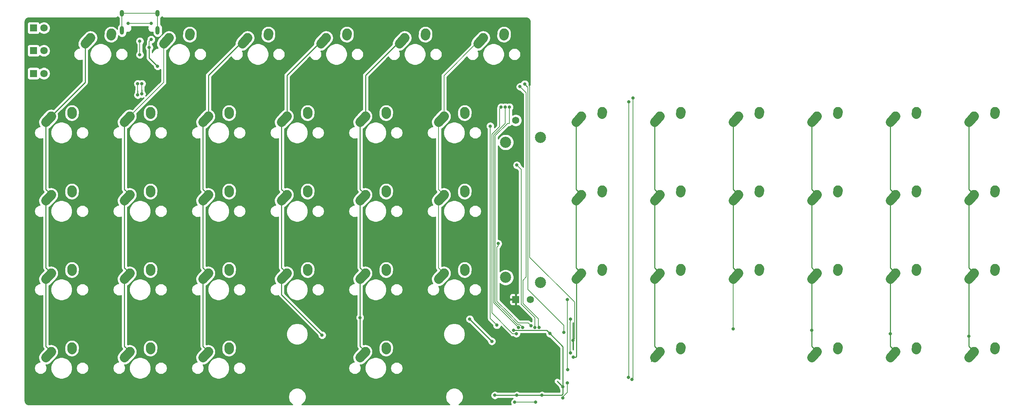
<source format=gtl>
G04 #@! TF.GenerationSoftware,KiCad,Pcbnew,(5.1.4-0)*
G04 #@! TF.CreationDate,2021-03-11T23:16:50-05:00*
G04 #@! TF.ProjectId,V4N4G0RTH0N,56344e34-4730-4525-9448-304e2e6b6963,rev?*
G04 #@! TF.SameCoordinates,Original*
G04 #@! TF.FileFunction,Copper,L1,Top*
G04 #@! TF.FilePolarity,Positive*
%FSLAX46Y46*%
G04 Gerber Fmt 4.6, Leading zero omitted, Abs format (unit mm)*
G04 Created by KiCad (PCBNEW (5.1.4-0)) date 2021-03-11 23:16:50*
%MOMM*%
%LPD*%
G04 APERTURE LIST*
%ADD10C,2.250000*%
%ADD11C,2.250000*%
%ADD12C,2.700000*%
%ADD13C,1.750000*%
%ADD14R,1.750000X1.750000*%
%ADD15O,1.000000X2.100000*%
%ADD16O,1.000000X1.600000*%
%ADD17C,1.800000*%
%ADD18R,1.800000X1.800000*%
%ADD19C,0.800000*%
%ADD20C,0.254000*%
%ADD21C,0.203200*%
G04 APERTURE END LIST*
D10*
X40362500Y-34100000D03*
X39707501Y-34830000D03*
D11*
X39052500Y-35560000D02*
X40362502Y-34100000D01*
D10*
X45402500Y-33020000D03*
X45382500Y-33310000D03*
D11*
X45362500Y-33600000D02*
X45402500Y-33020000D01*
D10*
X59412500Y-34100000D03*
X58757501Y-34830000D03*
D11*
X58102500Y-35560000D02*
X59412502Y-34100000D01*
D10*
X64452500Y-33020000D03*
X64432500Y-33310000D03*
D11*
X64412500Y-33600000D02*
X64452500Y-33020000D01*
D10*
X78462500Y-34100000D03*
X77807501Y-34830000D03*
D11*
X77152500Y-35560000D02*
X78462502Y-34100000D01*
D10*
X83502500Y-33020000D03*
X83482500Y-33310000D03*
D11*
X83462500Y-33600000D02*
X83502500Y-33020000D01*
D10*
X97512500Y-34100000D03*
X96857501Y-34830000D03*
D11*
X96202500Y-35560000D02*
X97512502Y-34100000D01*
D10*
X102552500Y-33020000D03*
X102532500Y-33310000D03*
D11*
X102512500Y-33600000D02*
X102552500Y-33020000D01*
D10*
X116562500Y-34100000D03*
X115907501Y-34830000D03*
D11*
X115252500Y-35560000D02*
X116562502Y-34100000D01*
D10*
X121602500Y-33020000D03*
X121582500Y-33310000D03*
D11*
X121562500Y-33600000D02*
X121602500Y-33020000D01*
D10*
X30837500Y-53150000D03*
X30182501Y-53880000D03*
D11*
X29527500Y-54610000D02*
X30837502Y-53150000D01*
D10*
X35877500Y-52070000D03*
X35857500Y-52360000D03*
D11*
X35837500Y-52650000D02*
X35877500Y-52070000D01*
D10*
X49887500Y-53150000D03*
X49232501Y-53880000D03*
D11*
X48577500Y-54610000D02*
X49887502Y-53150000D01*
D10*
X54927500Y-52070000D03*
X54907500Y-52360000D03*
D11*
X54887500Y-52650000D02*
X54927500Y-52070000D01*
D10*
X68937500Y-53150000D03*
X68282501Y-53880000D03*
D11*
X67627500Y-54610000D02*
X68937502Y-53150000D01*
D10*
X73977500Y-52070000D03*
X73957500Y-52360000D03*
D11*
X73937500Y-52650000D02*
X73977500Y-52070000D01*
D10*
X87987500Y-53150000D03*
X87332501Y-53880000D03*
D11*
X86677500Y-54610000D02*
X87987502Y-53150000D01*
D10*
X93027500Y-52070000D03*
X93007500Y-52360000D03*
D11*
X92987500Y-52650000D02*
X93027500Y-52070000D01*
D10*
X107037500Y-53150000D03*
X106382501Y-53880000D03*
D11*
X105727500Y-54610000D02*
X107037502Y-53150000D01*
D10*
X112077500Y-52070000D03*
X112057500Y-52360000D03*
D11*
X112037500Y-52650000D02*
X112077500Y-52070000D01*
D10*
X126087500Y-53150000D03*
X125432501Y-53880000D03*
D11*
X124777500Y-54610000D02*
X126087502Y-53150000D01*
D10*
X131127500Y-52070000D03*
X131107500Y-52360000D03*
D11*
X131087500Y-52650000D02*
X131127500Y-52070000D01*
D10*
X159425000Y-53150000D03*
X158770001Y-53880000D03*
D11*
X158115000Y-54610000D02*
X159425002Y-53150000D01*
D10*
X164465000Y-52070000D03*
X164445000Y-52360000D03*
D11*
X164425000Y-52650000D02*
X164465000Y-52070000D01*
D10*
X178475000Y-53150000D03*
X177820001Y-53880000D03*
D11*
X177165000Y-54610000D02*
X178475002Y-53150000D01*
D10*
X183515000Y-52070000D03*
X183495000Y-52360000D03*
D11*
X183475000Y-52650000D02*
X183515000Y-52070000D01*
D10*
X197525000Y-53150000D03*
X196870001Y-53880000D03*
D11*
X196215000Y-54610000D02*
X197525002Y-53150000D01*
D10*
X202565000Y-52070000D03*
X202545000Y-52360000D03*
D11*
X202525000Y-52650000D02*
X202565000Y-52070000D01*
D10*
X216575000Y-53150000D03*
X215920001Y-53880000D03*
D11*
X215265000Y-54610000D02*
X216575002Y-53150000D01*
D10*
X221615000Y-52070000D03*
X221595000Y-52360000D03*
D11*
X221575000Y-52650000D02*
X221615000Y-52070000D01*
D10*
X235625000Y-53150000D03*
X234970001Y-53880000D03*
D11*
X234315000Y-54610000D02*
X235625002Y-53150000D01*
D10*
X240665000Y-52070000D03*
X240645000Y-52360000D03*
D11*
X240625000Y-52650000D02*
X240665000Y-52070000D01*
D10*
X254675000Y-53150000D03*
X254020001Y-53880000D03*
D11*
X253365000Y-54610000D02*
X254675002Y-53150000D01*
D10*
X259715000Y-52070000D03*
X259695000Y-52360000D03*
D11*
X259675000Y-52650000D02*
X259715000Y-52070000D01*
D10*
X30837500Y-72200000D03*
X30182501Y-72930000D03*
D11*
X29527500Y-73660000D02*
X30837502Y-72200000D01*
D10*
X35877500Y-71120000D03*
X35857500Y-71410000D03*
D11*
X35837500Y-71700000D02*
X35877500Y-71120000D01*
D10*
X49887500Y-72200000D03*
X49232501Y-72930000D03*
D11*
X48577500Y-73660000D02*
X49887502Y-72200000D01*
D10*
X54927500Y-71120000D03*
X54907500Y-71410000D03*
D11*
X54887500Y-71700000D02*
X54927500Y-71120000D01*
D10*
X68937500Y-72200000D03*
X68282501Y-72930000D03*
D11*
X67627500Y-73660000D02*
X68937502Y-72200000D01*
D10*
X73977500Y-71120000D03*
X73957500Y-71410000D03*
D11*
X73937500Y-71700000D02*
X73977500Y-71120000D01*
D10*
X87987500Y-72200000D03*
X87332501Y-72930000D03*
D11*
X86677500Y-73660000D02*
X87987502Y-72200000D01*
D10*
X93027500Y-71120000D03*
X93007500Y-71410000D03*
D11*
X92987500Y-71700000D02*
X93027500Y-71120000D01*
D10*
X107037500Y-72200000D03*
X106382501Y-72930000D03*
D11*
X105727500Y-73660000D02*
X107037502Y-72200000D01*
D10*
X112077500Y-71120000D03*
X112057500Y-71410000D03*
D11*
X112037500Y-71700000D02*
X112077500Y-71120000D01*
D10*
X126087500Y-72200000D03*
X125432501Y-72930000D03*
D11*
X124777500Y-73660000D02*
X126087502Y-72200000D01*
D10*
X131127500Y-71120000D03*
X131107500Y-71410000D03*
D11*
X131087500Y-71700000D02*
X131127500Y-71120000D01*
D10*
X159425000Y-72200000D03*
X158770001Y-72930000D03*
D11*
X158115000Y-73660000D02*
X159425002Y-72200000D01*
D10*
X164465000Y-71120000D03*
X164445000Y-71410000D03*
D11*
X164425000Y-71700000D02*
X164465000Y-71120000D01*
D10*
X178475000Y-72200000D03*
X177820001Y-72930000D03*
D11*
X177165000Y-73660000D02*
X178475002Y-72200000D01*
D10*
X183515000Y-71120000D03*
X183495000Y-71410000D03*
D11*
X183475000Y-71700000D02*
X183515000Y-71120000D01*
D10*
X197525000Y-72200000D03*
X196870001Y-72930000D03*
D11*
X196215000Y-73660000D02*
X197525002Y-72200000D01*
D10*
X202565000Y-71120000D03*
X202545000Y-71410000D03*
D11*
X202525000Y-71700000D02*
X202565000Y-71120000D01*
D10*
X216575000Y-72200000D03*
X215920001Y-72930000D03*
D11*
X215265000Y-73660000D02*
X216575002Y-72200000D01*
D10*
X221615000Y-71120000D03*
X221595000Y-71410000D03*
D11*
X221575000Y-71700000D02*
X221615000Y-71120000D01*
D10*
X235625000Y-72200000D03*
X234970001Y-72930000D03*
D11*
X234315000Y-73660000D02*
X235625002Y-72200000D01*
D10*
X240665000Y-71120000D03*
X240645000Y-71410000D03*
D11*
X240625000Y-71700000D02*
X240665000Y-71120000D01*
D10*
X254675000Y-72200000D03*
X254020001Y-72930000D03*
D11*
X253365000Y-73660000D02*
X254675002Y-72200000D01*
D10*
X259715000Y-71120000D03*
X259695000Y-71410000D03*
D11*
X259675000Y-71700000D02*
X259715000Y-71120000D01*
D10*
X30837500Y-91250000D03*
X30182501Y-91980000D03*
D11*
X29527500Y-92710000D02*
X30837502Y-91250000D01*
D10*
X35877500Y-90170000D03*
X35857500Y-90460000D03*
D11*
X35837500Y-90750000D02*
X35877500Y-90170000D01*
D10*
X49887500Y-91250000D03*
X49232501Y-91980000D03*
D11*
X48577500Y-92710000D02*
X49887502Y-91250000D01*
D10*
X54927500Y-90170000D03*
X54907500Y-90460000D03*
D11*
X54887500Y-90750000D02*
X54927500Y-90170000D01*
D10*
X68937500Y-91250000D03*
X68282501Y-91980000D03*
D11*
X67627500Y-92710000D02*
X68937502Y-91250000D01*
D10*
X73977500Y-90170000D03*
X73957500Y-90460000D03*
D11*
X73937500Y-90750000D02*
X73977500Y-90170000D01*
D10*
X87987500Y-91250000D03*
X87332501Y-91980000D03*
D11*
X86677500Y-92710000D02*
X87987502Y-91250000D01*
D10*
X93027500Y-90170000D03*
X93007500Y-90460000D03*
D11*
X92987500Y-90750000D02*
X93027500Y-90170000D01*
D10*
X107037500Y-91250000D03*
X106382501Y-91980000D03*
D11*
X105727500Y-92710000D02*
X107037502Y-91250000D01*
D10*
X112077500Y-90170000D03*
X112057500Y-90460000D03*
D11*
X112037500Y-90750000D02*
X112077500Y-90170000D01*
D10*
X126087500Y-91250000D03*
X125432501Y-91980000D03*
D11*
X124777500Y-92710000D02*
X126087502Y-91250000D01*
D10*
X131127500Y-90170000D03*
X131107500Y-90460000D03*
D11*
X131087500Y-90750000D02*
X131127500Y-90170000D01*
D10*
X159425000Y-91250000D03*
X158770001Y-91980000D03*
D11*
X158115000Y-92710000D02*
X159425002Y-91250000D01*
D10*
X164465000Y-90170000D03*
X164445000Y-90460000D03*
D11*
X164425000Y-90750000D02*
X164465000Y-90170000D01*
D10*
X178475000Y-91250000D03*
X177820001Y-91980000D03*
D11*
X177165000Y-92710000D02*
X178475002Y-91250000D01*
D10*
X183515000Y-90170000D03*
X183495000Y-90460000D03*
D11*
X183475000Y-90750000D02*
X183515000Y-90170000D01*
D10*
X197525000Y-91250000D03*
X196870001Y-91980000D03*
D11*
X196215000Y-92710000D02*
X197525002Y-91250000D01*
D10*
X202565000Y-90170000D03*
X202545000Y-90460000D03*
D11*
X202525000Y-90750000D02*
X202565000Y-90170000D01*
D10*
X235625000Y-91250000D03*
X234970001Y-91980000D03*
D11*
X234315000Y-92710000D02*
X235625002Y-91250000D01*
D10*
X240665000Y-90170000D03*
X240645000Y-90460000D03*
D11*
X240625000Y-90750000D02*
X240665000Y-90170000D01*
D10*
X254675000Y-91250000D03*
X254020001Y-91980000D03*
D11*
X253365000Y-92710000D02*
X254675002Y-91250000D01*
D10*
X259715000Y-90170000D03*
X259695000Y-90460000D03*
D11*
X259675000Y-90750000D02*
X259715000Y-90170000D01*
D10*
X30837500Y-110300000D03*
X30182501Y-111030000D03*
D11*
X29527500Y-111760000D02*
X30837502Y-110300000D01*
D10*
X35877500Y-109220000D03*
X35857500Y-109510000D03*
D11*
X35837500Y-109800000D02*
X35877500Y-109220000D01*
D10*
X49887500Y-110300000D03*
X49232501Y-111030000D03*
D11*
X48577500Y-111760000D02*
X49887502Y-110300000D01*
D10*
X54927500Y-109220000D03*
X54907500Y-109510000D03*
D11*
X54887500Y-109800000D02*
X54927500Y-109220000D01*
D10*
X68937500Y-110300000D03*
X68282501Y-111030000D03*
D11*
X67627500Y-111760000D02*
X68937502Y-110300000D01*
D10*
X73977500Y-109220000D03*
X73957500Y-109510000D03*
D11*
X73937500Y-109800000D02*
X73977500Y-109220000D01*
D10*
X216575000Y-110300000D03*
X215920001Y-111030000D03*
D11*
X215265000Y-111760000D02*
X216575002Y-110300000D01*
D10*
X221615000Y-109220000D03*
X221595000Y-109510000D03*
D11*
X221575000Y-109800000D02*
X221615000Y-109220000D01*
D10*
X235625000Y-110300000D03*
X234970001Y-111030000D03*
D11*
X234315000Y-111760000D02*
X235625002Y-110300000D01*
D10*
X240665000Y-109220000D03*
X240645000Y-109510000D03*
D11*
X240625000Y-109800000D02*
X240665000Y-109220000D01*
D10*
X216575000Y-91200399D03*
X215920001Y-91930399D03*
D11*
X215265000Y-92660399D02*
X216575002Y-91200399D01*
D10*
X221615000Y-90120399D03*
X221595000Y-90410399D03*
D11*
X221575000Y-90700399D02*
X221615000Y-90120399D01*
D10*
X254675000Y-110300000D03*
X254020001Y-111030000D03*
D11*
X253365000Y-111760000D02*
X254675002Y-110300000D01*
D10*
X259715000Y-109220000D03*
X259695000Y-109510000D03*
D11*
X259675000Y-109800000D02*
X259715000Y-109220000D01*
D10*
X135612500Y-34100000D03*
X134957501Y-34830000D03*
D11*
X134302500Y-35560000D02*
X135612502Y-34100000D01*
D10*
X140652500Y-33020000D03*
X140632500Y-33310000D03*
D11*
X140612500Y-33600000D02*
X140652500Y-33020000D01*
D12*
X149456250Y-58281250D03*
X149456250Y-93481250D03*
X141056250Y-59481250D03*
X141056250Y-92281250D03*
D13*
X143506250Y-54131250D03*
X147006250Y-97631250D03*
D14*
X143506250Y-97631250D03*
D10*
X107037500Y-110300000D03*
X106382501Y-111030000D03*
D11*
X105727500Y-111760000D02*
X107037502Y-110300000D01*
D10*
X112077500Y-109220000D03*
X112057500Y-109510000D03*
D11*
X112037500Y-109800000D02*
X112077500Y-109220000D01*
D15*
X48004000Y-32307000D03*
X56644000Y-32307000D03*
D16*
X48004000Y-28127000D03*
X56644000Y-28127000D03*
D17*
X29083000Y-42767000D03*
D18*
X26543000Y-42767000D03*
D17*
X29083000Y-37242000D03*
D18*
X26543000Y-37242000D03*
D17*
X29083000Y-31717000D03*
D18*
X26543000Y-31717000D03*
D10*
X178475000Y-110300000D03*
X177820001Y-111030000D03*
D11*
X177165000Y-111760000D02*
X178475002Y-110300000D01*
D10*
X183515000Y-109220000D03*
X183495000Y-109510000D03*
D11*
X183475000Y-109800000D02*
X183515000Y-109220000D01*
D19*
X50038000Y-36449000D03*
X48634799Y-36449000D03*
X146685000Y-30480000D03*
X157353000Y-107569000D03*
X33274000Y-35941000D03*
X32950433Y-38677567D03*
X33274000Y-41656000D03*
X32456442Y-44759558D03*
X143002000Y-105156000D03*
X154940000Y-118872000D03*
X138430000Y-120904000D03*
X143764000Y-120904000D03*
X149860000Y-120904000D03*
X145669000Y-45339000D03*
X155194000Y-105664000D03*
X151765000Y-105918000D03*
X137318750Y-55562500D03*
X138906250Y-103850000D03*
X144526000Y-45974000D03*
X149127376Y-104429000D03*
X143763000Y-65023000D03*
X148127373Y-104429000D03*
X139229980Y-84073000D03*
X147218007Y-104013000D03*
X54610000Y-36449000D03*
X49530000Y-30607000D03*
X55118000Y-30607000D03*
X55087906Y-34524972D03*
X56642000Y-41021000D03*
X96520000Y-106283020D03*
X137700067Y-107790933D03*
X132334000Y-102396000D03*
X105727500Y-102044500D03*
X156752850Y-102396000D03*
X156752850Y-110617000D03*
X52324000Y-34925000D03*
X52324000Y-38227000D03*
X170871949Y-116539299D03*
X170871949Y-116539299D03*
X51816000Y-45246000D03*
X51816000Y-48006000D03*
X170942000Y-49657000D03*
X52832000Y-45246000D03*
X171958000Y-48768000D03*
X171704000Y-117094000D03*
X52832000Y-47752000D03*
X157480000Y-111617003D03*
X196215000Y-104775000D03*
X215265000Y-105156000D03*
X234315000Y-105953000D03*
X253365000Y-106553000D03*
X155979078Y-117879078D03*
X154941267Y-121584712D03*
X148336000Y-122590000D03*
X143256000Y-122590000D03*
X141954006Y-50927000D03*
X145145003Y-104429000D03*
X140954003Y-50927000D03*
X144145000Y-104429000D03*
X139954000Y-50927000D03*
X143642186Y-105924223D03*
X156051250Y-97631250D03*
X156083000Y-114681000D03*
D20*
X50038000Y-36449000D02*
X48634799Y-36449000D01*
X33274000Y-38354000D02*
X32950433Y-38677567D01*
X33274000Y-35941000D02*
X33274000Y-38354000D01*
X33274000Y-41656000D02*
X33274000Y-44577000D01*
X33091442Y-44759558D02*
X32456442Y-44759558D01*
X33274000Y-44577000D02*
X33091442Y-44759558D01*
D21*
X146685000Y-45784775D02*
X146856420Y-45956195D01*
X146685000Y-30480000D02*
X146685000Y-45784775D01*
X157752999Y-107169001D02*
X157353000Y-107569000D01*
X146856420Y-87398050D02*
X157752999Y-98294629D01*
X157752999Y-98294629D02*
X157752999Y-107169001D01*
X146856420Y-45956195D02*
X146856420Y-87398050D01*
D20*
X154940000Y-118872000D02*
X154940000Y-120650000D01*
X154940000Y-120650000D02*
X154686000Y-120904000D01*
X153543000Y-117475000D02*
X154940000Y-118872000D01*
D21*
X148787662Y-120847662D02*
X148844000Y-120904000D01*
D20*
X143764000Y-120904000D02*
X138430000Y-120904000D01*
X148844000Y-120904000D02*
X143764000Y-120904000D01*
X154686000Y-120904000D02*
X149860000Y-120904000D01*
X149860000Y-120904000D02*
X148844000Y-120904000D01*
X146230990Y-45900990D02*
X145669000Y-45339000D01*
X151003000Y-105156000D02*
X151765000Y-105918000D01*
X143002000Y-105156000D02*
X151003000Y-105156000D01*
X154940000Y-109093000D02*
X154940000Y-118872000D01*
X151765000Y-105918000D02*
X154940000Y-109093000D01*
D21*
X137318750Y-102262500D02*
X138906250Y-103850000D01*
X137318750Y-55562500D02*
X137318750Y-102262500D01*
X155194000Y-103915130D02*
X155194000Y-105098315D01*
X155194000Y-105098315D02*
X155194000Y-105664000D01*
X146453210Y-95174340D02*
X155194000Y-103915130D01*
X146453210Y-46123210D02*
X146453210Y-95174340D01*
X146230990Y-45900990D02*
X146453210Y-46123210D01*
D20*
X144653000Y-46101000D02*
X144526000Y-45974000D01*
D21*
X144526000Y-45974000D02*
X146050000Y-47498000D01*
X146050000Y-47498000D02*
X146050000Y-59531250D01*
X146050000Y-92202000D02*
X145248561Y-93003439D01*
X146050000Y-59531250D02*
X146050000Y-92202000D01*
X145248561Y-98580517D02*
X148971000Y-102302956D01*
X145248561Y-93003439D02*
X145248561Y-98580517D01*
X148971000Y-104272624D02*
X149127376Y-104429000D01*
X148971000Y-102302956D02*
X148971000Y-104272624D01*
D20*
X143721969Y-65064031D02*
X143763000Y-65023000D01*
D21*
X148127373Y-102029553D02*
X148127373Y-104429000D01*
X144845351Y-98747531D02*
X148127373Y-102029553D01*
X144845351Y-66105351D02*
X144845351Y-98747531D01*
X143763000Y-65023000D02*
X144845351Y-66105351D01*
X139229980Y-84638685D02*
X138931590Y-84937075D01*
X139229980Y-84073000D02*
X139229980Y-84638685D01*
X138931590Y-84937075D02*
X138931590Y-98075141D01*
X138931590Y-98075141D02*
X141767821Y-100911373D01*
X144180637Y-103324189D02*
X144648784Y-103324189D01*
X141767821Y-100911373D02*
X144180637Y-103324189D01*
X146529196Y-103324189D02*
X147218007Y-104013000D01*
X144648784Y-103324189D02*
X146529196Y-103324189D01*
X55118000Y-30607000D02*
X49530000Y-30607000D01*
X54610000Y-35002878D02*
X54610000Y-36449000D01*
X55087906Y-34524972D02*
X54610000Y-35002878D01*
D20*
X54610000Y-38989000D02*
X56642000Y-41021000D01*
X54610000Y-36449000D02*
X54610000Y-38989000D01*
X39052500Y-35560000D02*
X38543538Y-35560000D01*
X29527500Y-70890000D02*
X30837500Y-72200000D01*
X29527500Y-54610000D02*
X29527500Y-70890000D01*
X29527500Y-89940000D02*
X30837500Y-91250000D01*
X29527500Y-73660000D02*
X29527500Y-89940000D01*
X29527500Y-108990000D02*
X30837500Y-110300000D01*
X29527500Y-92710000D02*
X29527500Y-108990000D01*
X39052500Y-44935000D02*
X30837500Y-53150000D01*
X39052500Y-35560000D02*
X39052500Y-44935000D01*
X58102500Y-35560000D02*
X57593538Y-35560000D01*
X48577500Y-70890000D02*
X49887500Y-72200000D01*
X48577500Y-54610000D02*
X48577500Y-70890000D01*
X48577500Y-89940000D02*
X49887500Y-91250000D01*
X48577500Y-73660000D02*
X48577500Y-89940000D01*
X48577500Y-108990000D02*
X49887500Y-110300000D01*
X48577500Y-92710000D02*
X48577500Y-108990000D01*
D21*
X58102500Y-44935000D02*
X49887500Y-53150000D01*
X58102500Y-35560000D02*
X58102500Y-44935000D01*
D20*
X68937500Y-51559010D02*
X68937500Y-53150000D01*
X68937500Y-43266038D02*
X68937500Y-51559010D01*
X76643538Y-35560000D02*
X68937500Y-43266038D01*
X77152500Y-35560000D02*
X76643538Y-35560000D01*
X67627500Y-70890000D02*
X68937500Y-72200000D01*
X67627500Y-54610000D02*
X67627500Y-70890000D01*
X67627500Y-89940000D02*
X68937500Y-91250000D01*
X67627500Y-73660000D02*
X67627500Y-89940000D01*
X67627500Y-108990000D02*
X68937500Y-110300000D01*
X67627500Y-92710000D02*
X67627500Y-108990000D01*
X87987500Y-51559010D02*
X87987500Y-53150000D01*
X87987500Y-43266038D02*
X87987500Y-51559010D01*
X95693538Y-35560000D02*
X87987500Y-43266038D01*
X96202500Y-35560000D02*
X95693538Y-35560000D01*
X86677500Y-70890000D02*
X87987500Y-72200000D01*
X86677500Y-54610000D02*
X86677500Y-70890000D01*
X86677500Y-89940000D02*
X87987500Y-91250000D01*
X86677500Y-73660000D02*
X86677500Y-89940000D01*
X86677500Y-96440520D02*
X86677500Y-92710000D01*
X96520000Y-106283020D02*
X86677500Y-96440520D01*
X107037500Y-51559010D02*
X107037500Y-53150000D01*
X107037500Y-43266038D02*
X107037500Y-51559010D01*
X114743538Y-35560000D02*
X107037500Y-43266038D01*
X115252500Y-35560000D02*
X114743538Y-35560000D01*
X105727500Y-70890000D02*
X107037500Y-72200000D01*
X105727500Y-54610000D02*
X105727500Y-70890000D01*
X105727500Y-89940000D02*
X107037500Y-91250000D01*
X105727500Y-73660000D02*
X105727500Y-89940000D01*
X105727500Y-108990000D02*
X107037500Y-110300000D01*
X132334000Y-102424866D02*
X132334000Y-102396000D01*
X137700067Y-107790933D02*
X132334000Y-102424866D01*
X105727500Y-102044500D02*
X105727500Y-108990000D01*
X105727500Y-92710000D02*
X105727500Y-102044500D01*
D21*
X126087500Y-51559010D02*
X126087500Y-53150000D01*
X126087500Y-43303630D02*
X126087500Y-51559010D01*
X133831130Y-35560000D02*
X126087500Y-43303630D01*
X134302500Y-35560000D02*
X133831130Y-35560000D01*
X124777500Y-70890000D02*
X126087500Y-72200000D01*
X124777500Y-54610000D02*
X124777500Y-70890000D01*
X124777500Y-89940000D02*
X126087500Y-91250000D01*
X124777500Y-73660000D02*
X124777500Y-89940000D01*
X156651399Y-103063136D02*
X156651399Y-110515549D01*
X156752850Y-102961685D02*
X156651399Y-103063136D01*
X156651399Y-110515549D02*
X156752850Y-110617000D01*
X156752850Y-102396000D02*
X156752850Y-102961685D01*
X52324000Y-34925000D02*
X52324000Y-38227000D01*
X170918650Y-116586000D02*
X170871949Y-116539299D01*
X170942000Y-116586000D02*
X170918650Y-116586000D01*
X51816000Y-45246000D02*
X51816000Y-46990000D01*
D20*
X51816000Y-46990000D02*
X51816000Y-48006000D01*
D21*
X170942000Y-49911000D02*
X170942000Y-116586000D01*
X170942000Y-49657000D02*
X170942000Y-49911000D01*
X171958000Y-116840000D02*
X171704000Y-117094000D01*
X171958000Y-116586000D02*
X171958000Y-116840000D01*
X52832000Y-45246000D02*
X52832000Y-46736000D01*
D20*
X52832000Y-46736000D02*
X52832000Y-47752000D01*
D21*
X171958000Y-49022000D02*
X171958000Y-116586000D01*
D20*
X158115000Y-70890000D02*
X159425000Y-72200000D01*
X158115000Y-54610000D02*
X158115000Y-70890000D01*
X158115000Y-89940000D02*
X159425000Y-91250000D01*
X158115000Y-73660000D02*
X158115000Y-89940000D01*
X158207001Y-111455687D02*
X158207001Y-92802001D01*
X158045685Y-111617003D02*
X158207001Y-111455687D01*
X158207001Y-92802001D02*
X158115000Y-92710000D01*
X157480000Y-111617003D02*
X158045685Y-111617003D01*
X177165000Y-70890000D02*
X178475000Y-72200000D01*
X177165000Y-54610000D02*
X177165000Y-70890000D01*
X177165000Y-89940000D02*
X178475000Y-91250000D01*
X177165000Y-73660000D02*
X177165000Y-89940000D01*
X177165000Y-108990000D02*
X178475000Y-110300000D01*
X177165000Y-92710000D02*
X177165000Y-108990000D01*
X176307994Y-112617006D02*
X177165000Y-111760000D01*
X196215000Y-70890000D02*
X197525000Y-72200000D01*
X196215000Y-54610000D02*
X196215000Y-70890000D01*
X196215000Y-89940000D02*
X197525000Y-91250000D01*
X196215000Y-73660000D02*
X196215000Y-89940000D01*
D21*
X196215000Y-104209315D02*
X196215000Y-92710000D01*
X196215000Y-104775000D02*
X196215000Y-104209315D01*
D20*
X215265000Y-70890000D02*
X216575000Y-72200000D01*
X215265000Y-54610000D02*
X215265000Y-70890000D01*
X215265000Y-89890399D02*
X216575000Y-91200399D01*
X215265000Y-73660000D02*
X215265000Y-89890399D01*
X215265000Y-108990000D02*
X216575000Y-110300000D01*
X215265000Y-105156000D02*
X215265000Y-108990000D01*
X215265000Y-92660399D02*
X215265000Y-105156000D01*
X234315000Y-70890000D02*
X235625000Y-72200000D01*
X234315000Y-54610000D02*
X234315000Y-70890000D01*
X234315000Y-89940000D02*
X235625000Y-91250000D01*
X234315000Y-73660000D02*
X234315000Y-89940000D01*
X234315000Y-108990000D02*
X235625000Y-110300000D01*
X234315000Y-106045000D02*
X234315000Y-108990000D01*
X234315000Y-92710000D02*
X234315000Y-106045000D01*
X253365000Y-70890000D02*
X254675000Y-72200000D01*
X253365000Y-54610000D02*
X253365000Y-70890000D01*
X253365000Y-89940000D02*
X254675000Y-91250000D01*
X253365000Y-73660000D02*
X253365000Y-89940000D01*
X253365000Y-108990000D02*
X254675000Y-110300000D01*
X253365000Y-106553000D02*
X253365000Y-108990000D01*
X253365000Y-92710000D02*
X253365000Y-106553000D01*
D21*
X154941267Y-121254879D02*
X154941267Y-121584712D01*
X155979078Y-120217068D02*
X154941267Y-121254879D01*
X155979078Y-117879078D02*
X155979078Y-120217068D01*
X148336000Y-122590000D02*
X143256000Y-122590000D01*
X141954006Y-50927000D02*
X141954006Y-54895994D01*
X138528380Y-57874569D02*
X138528380Y-59364235D01*
X141506955Y-54895994D02*
X138528380Y-57874569D01*
X141954006Y-54895994D02*
X141506955Y-54895994D01*
X138528380Y-59364235D02*
X138528380Y-98044000D01*
X138528380Y-98044000D02*
X138528380Y-98242155D01*
X138528380Y-98242155D02*
X141364612Y-101078388D01*
X141364612Y-101078388D02*
X144013623Y-103727399D01*
X145145003Y-104390633D02*
X145145003Y-104429000D01*
X144481769Y-103727399D02*
X145145003Y-104390633D01*
X144013623Y-103727399D02*
X144481769Y-103727399D01*
X140954003Y-54878721D02*
X138125170Y-57707554D01*
X140954003Y-50927000D02*
X140954003Y-54878721D01*
X138125170Y-57707554D02*
X138125170Y-59531250D01*
X138125170Y-59531250D02*
X138125170Y-98425000D01*
X138141000Y-98425000D02*
X144145000Y-104429000D01*
X138125170Y-98425000D02*
X138141000Y-98425000D01*
X139554001Y-55708499D02*
X137721960Y-57540540D01*
X139554001Y-51326999D02*
X139554001Y-55708499D01*
X139954000Y-50927000D02*
X139554001Y-51326999D01*
X137721960Y-57540540D02*
X137721960Y-59531250D01*
X137721960Y-59531250D02*
X137721960Y-98828210D01*
X142731853Y-105924223D02*
X143642186Y-105924223D01*
X137721960Y-100914330D02*
X142731853Y-105924223D01*
X137721960Y-98828210D02*
X137721960Y-100914330D01*
X48004000Y-31053800D02*
X48004000Y-28127000D01*
X48004000Y-32307000D02*
X48004000Y-31053800D01*
X48707200Y-28127000D02*
X56644000Y-28127000D01*
X48004000Y-28127000D02*
X48707200Y-28127000D01*
X56644000Y-29130200D02*
X56644000Y-32307000D01*
X56644000Y-28127000D02*
X56644000Y-29130200D01*
X156051250Y-114649250D02*
X156083000Y-114681000D01*
X156051250Y-97631250D02*
X156051250Y-114649250D01*
D20*
G36*
X57697052Y-29043948D02*
G01*
X57797550Y-29126425D01*
X57912207Y-29187710D01*
X58036617Y-29225450D01*
X58133581Y-29235000D01*
X146017721Y-29235000D01*
X146229538Y-29255769D01*
X146402237Y-29307910D01*
X146561518Y-29392602D01*
X146701319Y-29506619D01*
X146816308Y-29645617D01*
X146902110Y-29804305D01*
X146955455Y-29976635D01*
X146977500Y-30186380D01*
X146977501Y-45600952D01*
X146976584Y-45599835D01*
X146948478Y-45576769D01*
X146890978Y-45519269D01*
X146867635Y-45475597D01*
X146796269Y-45388638D01*
X146704000Y-45296369D01*
X146704000Y-45237061D01*
X146664226Y-45037102D01*
X146586205Y-44848744D01*
X146472937Y-44679226D01*
X146328774Y-44535063D01*
X146159256Y-44421795D01*
X145970898Y-44343774D01*
X145770939Y-44304000D01*
X145567061Y-44304000D01*
X145367102Y-44343774D01*
X145178744Y-44421795D01*
X145009226Y-44535063D01*
X144865063Y-44679226D01*
X144751795Y-44848744D01*
X144707827Y-44954891D01*
X144627939Y-44939000D01*
X144424061Y-44939000D01*
X144224102Y-44978774D01*
X144035744Y-45056795D01*
X143866226Y-45170063D01*
X143722063Y-45314226D01*
X143608795Y-45483744D01*
X143530774Y-45672102D01*
X143491000Y-45872061D01*
X143491000Y-46075939D01*
X143530774Y-46275898D01*
X143608795Y-46464256D01*
X143722063Y-46633774D01*
X143866226Y-46777937D01*
X144035744Y-46891205D01*
X144224102Y-46969226D01*
X144424061Y-47009000D01*
X144519291Y-47009000D01*
X145313400Y-47803109D01*
X145313401Y-59495055D01*
X145313400Y-59495065D01*
X145313400Y-65531691D01*
X144798000Y-65016291D01*
X144798000Y-64921061D01*
X144758226Y-64721102D01*
X144680205Y-64532744D01*
X144566937Y-64363226D01*
X144422774Y-64219063D01*
X144253256Y-64105795D01*
X144064898Y-64027774D01*
X143864939Y-63988000D01*
X143661061Y-63988000D01*
X143461102Y-64027774D01*
X143272744Y-64105795D01*
X143103226Y-64219063D01*
X142959063Y-64363226D01*
X142845795Y-64532744D01*
X142767774Y-64721102D01*
X142728000Y-64921061D01*
X142728000Y-65124939D01*
X142767774Y-65324898D01*
X142845795Y-65513256D01*
X142959063Y-65682774D01*
X143103226Y-65826937D01*
X143272744Y-65940205D01*
X143461102Y-66018226D01*
X143661061Y-66058000D01*
X143756291Y-66058000D01*
X144108751Y-66410460D01*
X144108752Y-96119599D01*
X143792000Y-96121250D01*
X143633250Y-96280000D01*
X143633250Y-97504250D01*
X143653250Y-97504250D01*
X143653250Y-97758250D01*
X143633250Y-97758250D01*
X143633250Y-98982500D01*
X143792000Y-99141250D01*
X144221775Y-99143491D01*
X144229927Y-99158743D01*
X144296140Y-99239423D01*
X144321977Y-99270906D01*
X144350083Y-99293972D01*
X147390773Y-102334663D01*
X147390773Y-102992088D01*
X147319946Y-102978000D01*
X147224716Y-102978000D01*
X147075641Y-102828925D01*
X147052571Y-102800814D01*
X146940409Y-102708765D01*
X146812445Y-102640367D01*
X146673595Y-102598247D01*
X146565382Y-102587589D01*
X146565379Y-102587589D01*
X146529196Y-102584025D01*
X146493013Y-102587589D01*
X144485747Y-102587589D01*
X142314267Y-100416110D01*
X142314263Y-100416105D01*
X140404408Y-98506250D01*
X141993178Y-98506250D01*
X142005438Y-98630732D01*
X142041748Y-98750430D01*
X142100713Y-98860744D01*
X142180065Y-98957435D01*
X142276756Y-99036787D01*
X142387070Y-99095752D01*
X142506768Y-99132062D01*
X142631250Y-99144322D01*
X143220500Y-99141250D01*
X143379250Y-98982500D01*
X143379250Y-97758250D01*
X142155000Y-97758250D01*
X141996250Y-97917000D01*
X141993178Y-98506250D01*
X140404408Y-98506250D01*
X139668190Y-97770032D01*
X139668190Y-96756250D01*
X141993178Y-96756250D01*
X141996250Y-97345500D01*
X142155000Y-97504250D01*
X143379250Y-97504250D01*
X143379250Y-96280000D01*
X143220500Y-96121250D01*
X142631250Y-96118178D01*
X142506768Y-96130438D01*
X142387070Y-96166748D01*
X142276756Y-96225713D01*
X142180065Y-96305065D01*
X142100713Y-96401756D01*
X142041748Y-96512070D01*
X142005438Y-96631768D01*
X141993178Y-96756250D01*
X139668190Y-96756250D01*
X139668190Y-93700405D01*
X139790886Y-93823101D01*
X140116000Y-94040335D01*
X140477247Y-94189968D01*
X140860745Y-94266250D01*
X141251755Y-94266250D01*
X141635253Y-94189968D01*
X141996500Y-94040335D01*
X142321614Y-93823101D01*
X142598101Y-93546614D01*
X142815335Y-93221500D01*
X142964968Y-92860253D01*
X143041250Y-92476755D01*
X143041250Y-92085745D01*
X142964968Y-91702247D01*
X142815335Y-91341000D01*
X142598101Y-91015886D01*
X142321614Y-90739399D01*
X141996500Y-90522165D01*
X141635253Y-90372532D01*
X141251755Y-90296250D01*
X140860745Y-90296250D01*
X140477247Y-90372532D01*
X140116000Y-90522165D01*
X139790886Y-90739399D01*
X139668190Y-90862095D01*
X139668190Y-85242184D01*
X139725243Y-85185131D01*
X139753355Y-85162060D01*
X139845404Y-85049898D01*
X139913802Y-84921934D01*
X139943867Y-84822824D01*
X140033917Y-84732774D01*
X140147185Y-84563256D01*
X140225206Y-84374898D01*
X140264980Y-84174939D01*
X140264980Y-83971061D01*
X140225206Y-83771102D01*
X140147185Y-83582744D01*
X140033917Y-83413226D01*
X139889754Y-83269063D01*
X139720236Y-83155795D01*
X139531878Y-83077774D01*
X139331919Y-83038000D01*
X139264980Y-83038000D01*
X139264980Y-60343798D01*
X139297165Y-60421500D01*
X139514399Y-60746614D01*
X139790886Y-61023101D01*
X140116000Y-61240335D01*
X140477247Y-61389968D01*
X140860745Y-61466250D01*
X141251755Y-61466250D01*
X141635253Y-61389968D01*
X141996500Y-61240335D01*
X142321614Y-61023101D01*
X142598101Y-60746614D01*
X142815335Y-60421500D01*
X142964968Y-60060253D01*
X143041250Y-59676755D01*
X143041250Y-59285745D01*
X142964968Y-58902247D01*
X142815335Y-58541000D01*
X142598101Y-58215886D01*
X142321614Y-57939399D01*
X141996500Y-57722165D01*
X141635253Y-57572532D01*
X141251755Y-57496250D01*
X140860745Y-57496250D01*
X140477247Y-57572532D01*
X140116000Y-57722165D01*
X139790886Y-57939399D01*
X139514399Y-58215886D01*
X139297165Y-58541000D01*
X139264980Y-58618702D01*
X139264980Y-58179678D01*
X141812065Y-55632594D01*
X141917820Y-55632594D01*
X141954006Y-55636158D01*
X141990192Y-55632594D01*
X142098405Y-55621936D01*
X142237255Y-55579816D01*
X142365219Y-55511418D01*
X142477381Y-55419369D01*
X142561935Y-55316340D01*
X142790997Y-55469394D01*
X143065799Y-55583221D01*
X143357528Y-55641250D01*
X143654972Y-55641250D01*
X143946701Y-55583221D01*
X144221503Y-55469394D01*
X144468819Y-55304143D01*
X144679143Y-55093819D01*
X144844394Y-54846503D01*
X144958221Y-54571701D01*
X145016250Y-54279972D01*
X145016250Y-53982528D01*
X144958221Y-53690799D01*
X144844394Y-53415997D01*
X144679143Y-53168681D01*
X144468819Y-52958357D01*
X144221503Y-52793106D01*
X143946701Y-52679279D01*
X143654972Y-52621250D01*
X143357528Y-52621250D01*
X143065799Y-52679279D01*
X142790997Y-52793106D01*
X142690606Y-52860185D01*
X142690606Y-51654111D01*
X142757943Y-51586774D01*
X142871211Y-51417256D01*
X142949232Y-51228898D01*
X142989006Y-51028939D01*
X142989006Y-50825061D01*
X142949232Y-50625102D01*
X142871211Y-50436744D01*
X142757943Y-50267226D01*
X142613780Y-50123063D01*
X142444262Y-50009795D01*
X142255904Y-49931774D01*
X142055945Y-49892000D01*
X141852067Y-49892000D01*
X141652108Y-49931774D01*
X141463750Y-50009795D01*
X141454005Y-50016307D01*
X141444259Y-50009795D01*
X141255901Y-49931774D01*
X141055942Y-49892000D01*
X140852064Y-49892000D01*
X140652105Y-49931774D01*
X140463747Y-50009795D01*
X140454002Y-50016307D01*
X140444256Y-50009795D01*
X140255898Y-49931774D01*
X140055939Y-49892000D01*
X139852061Y-49892000D01*
X139652102Y-49931774D01*
X139463744Y-50009795D01*
X139294226Y-50123063D01*
X139150063Y-50267226D01*
X139036795Y-50436744D01*
X138958774Y-50625102D01*
X138919000Y-50825061D01*
X138919000Y-50952413D01*
X138870179Y-51043751D01*
X138828059Y-51182601D01*
X138818229Y-51282408D01*
X138813837Y-51326999D01*
X138817401Y-51363182D01*
X138817402Y-55403388D01*
X138283983Y-55936808D01*
X138313976Y-55864398D01*
X138353750Y-55664439D01*
X138353750Y-55460561D01*
X138313976Y-55260602D01*
X138235955Y-55072244D01*
X138122687Y-54902726D01*
X137978524Y-54758563D01*
X137809006Y-54645295D01*
X137620648Y-54567274D01*
X137420689Y-54527500D01*
X137216811Y-54527500D01*
X137016852Y-54567274D01*
X136828494Y-54645295D01*
X136658976Y-54758563D01*
X136514813Y-54902726D01*
X136401545Y-55072244D01*
X136323524Y-55260602D01*
X136283750Y-55460561D01*
X136283750Y-55664439D01*
X136323524Y-55864398D01*
X136401545Y-56052756D01*
X136514813Y-56222274D01*
X136582150Y-56289611D01*
X136582151Y-102226307D01*
X136578586Y-102262500D01*
X136590092Y-102379314D01*
X136592809Y-102406899D01*
X136598259Y-102424866D01*
X136634928Y-102545747D01*
X136703326Y-102673712D01*
X136739575Y-102717881D01*
X136795376Y-102785875D01*
X136823482Y-102808941D01*
X137871250Y-103856710D01*
X137871250Y-103951939D01*
X137911024Y-104151898D01*
X137989045Y-104340256D01*
X138102313Y-104509774D01*
X138246476Y-104653937D01*
X138415994Y-104767205D01*
X138604352Y-104845226D01*
X138804311Y-104885000D01*
X139008189Y-104885000D01*
X139208148Y-104845226D01*
X139396506Y-104767205D01*
X139566024Y-104653937D01*
X139710187Y-104509774D01*
X139823455Y-104340256D01*
X139901476Y-104151898D01*
X139904187Y-104138267D01*
X142185412Y-106419492D01*
X142208478Y-106447598D01*
X142320640Y-106539647D01*
X142448604Y-106608045D01*
X142505819Y-106625401D01*
X142587454Y-106650165D01*
X142731853Y-106664387D01*
X142768039Y-106660823D01*
X142915075Y-106660823D01*
X142982412Y-106728160D01*
X143151930Y-106841428D01*
X143340288Y-106919449D01*
X143540247Y-106959223D01*
X143744125Y-106959223D01*
X143944084Y-106919449D01*
X144132442Y-106841428D01*
X144301960Y-106728160D01*
X144446123Y-106583997D01*
X144559391Y-106414479D01*
X144637412Y-106226121D01*
X144677186Y-106026162D01*
X144677186Y-105918000D01*
X150687370Y-105918000D01*
X150730000Y-105960630D01*
X150730000Y-106019939D01*
X150769774Y-106219898D01*
X150847795Y-106408256D01*
X150961063Y-106577774D01*
X151105226Y-106721937D01*
X151274744Y-106835205D01*
X151463102Y-106913226D01*
X151663061Y-106953000D01*
X151722370Y-106953000D01*
X154178000Y-109408631D01*
X154178001Y-117032371D01*
X154055351Y-116909721D01*
X153968392Y-116838355D01*
X153836015Y-116767599D01*
X153692378Y-116724027D01*
X153543000Y-116709314D01*
X153393622Y-116724027D01*
X153249985Y-116767599D01*
X153117608Y-116838355D01*
X153001579Y-116933579D01*
X152906355Y-117049608D01*
X152835599Y-117181985D01*
X152792027Y-117325622D01*
X152777314Y-117475000D01*
X152792027Y-117624378D01*
X152835599Y-117768015D01*
X152906355Y-117900392D01*
X152977721Y-117987351D01*
X153905000Y-118914631D01*
X153905000Y-118973939D01*
X153944774Y-119173898D01*
X154022795Y-119362256D01*
X154136063Y-119531774D01*
X154178000Y-119573711D01*
X154178001Y-120142000D01*
X150561711Y-120142000D01*
X150519774Y-120100063D01*
X150350256Y-119986795D01*
X150161898Y-119908774D01*
X149961939Y-119869000D01*
X149758061Y-119869000D01*
X149558102Y-119908774D01*
X149369744Y-119986795D01*
X149200226Y-120100063D01*
X149158289Y-120142000D01*
X148998912Y-120142000D01*
X148932060Y-120121721D01*
X148787662Y-120107498D01*
X148643264Y-120121721D01*
X148576412Y-120142000D01*
X144465711Y-120142000D01*
X144423774Y-120100063D01*
X144254256Y-119986795D01*
X144065898Y-119908774D01*
X143865939Y-119869000D01*
X143662061Y-119869000D01*
X143462102Y-119908774D01*
X143273744Y-119986795D01*
X143104226Y-120100063D01*
X143062289Y-120142000D01*
X139131711Y-120142000D01*
X139089774Y-120100063D01*
X138920256Y-119986795D01*
X138731898Y-119908774D01*
X138531939Y-119869000D01*
X138328061Y-119869000D01*
X138128102Y-119908774D01*
X137939744Y-119986795D01*
X137770226Y-120100063D01*
X137626063Y-120244226D01*
X137512795Y-120413744D01*
X137434774Y-120602102D01*
X137395000Y-120802061D01*
X137395000Y-121005939D01*
X137434774Y-121205898D01*
X137512795Y-121394256D01*
X137626063Y-121563774D01*
X137770226Y-121707937D01*
X137939744Y-121821205D01*
X138128102Y-121899226D01*
X138328061Y-121939000D01*
X138531939Y-121939000D01*
X138731898Y-121899226D01*
X138920256Y-121821205D01*
X139089774Y-121707937D01*
X139131711Y-121666000D01*
X142782148Y-121666000D01*
X142765744Y-121672795D01*
X142596226Y-121786063D01*
X142452063Y-121930226D01*
X142338795Y-122099744D01*
X142260774Y-122288102D01*
X142221000Y-122488061D01*
X142221000Y-122691939D01*
X142260774Y-122891898D01*
X142338795Y-123080256D01*
X142395419Y-123165000D01*
X129659978Y-123165000D01*
X129963782Y-122962004D01*
X130264504Y-122661282D01*
X130500781Y-122307670D01*
X130663530Y-121914757D01*
X130746500Y-121497643D01*
X130746500Y-121072357D01*
X130663530Y-120655243D01*
X130500781Y-120262330D01*
X130264504Y-119908718D01*
X129963782Y-119607996D01*
X129610170Y-119371719D01*
X129217257Y-119208970D01*
X128800143Y-119126000D01*
X128374857Y-119126000D01*
X127957743Y-119208970D01*
X127564830Y-119371719D01*
X127211218Y-119607996D01*
X126910496Y-119908718D01*
X126674219Y-120262330D01*
X126511470Y-120655243D01*
X126428500Y-121072357D01*
X126428500Y-121497643D01*
X126511470Y-121914757D01*
X126674219Y-122307670D01*
X126910496Y-122661282D01*
X127211218Y-122962004D01*
X127515022Y-123165000D01*
X91559978Y-123165000D01*
X91863782Y-122962004D01*
X92164504Y-122661282D01*
X92400781Y-122307670D01*
X92563530Y-121914757D01*
X92646500Y-121497643D01*
X92646500Y-121072357D01*
X92563530Y-120655243D01*
X92400781Y-120262330D01*
X92164504Y-119908718D01*
X91863782Y-119607996D01*
X91510170Y-119371719D01*
X91117257Y-119208970D01*
X90700143Y-119126000D01*
X90274857Y-119126000D01*
X89857743Y-119208970D01*
X89464830Y-119371719D01*
X89111218Y-119607996D01*
X88810496Y-119908718D01*
X88574219Y-120262330D01*
X88411470Y-120655243D01*
X88328500Y-121072357D01*
X88328500Y-121497643D01*
X88411470Y-121914757D01*
X88574219Y-122307670D01*
X88810496Y-122661282D01*
X89111218Y-122962004D01*
X89415022Y-123165000D01*
X25432280Y-123165000D01*
X25220462Y-123144231D01*
X25047764Y-123092091D01*
X24888482Y-123007399D01*
X24748679Y-122893378D01*
X24633694Y-122754385D01*
X24547890Y-122595695D01*
X24494545Y-122423365D01*
X24472500Y-122213619D01*
X24472500Y-57001278D01*
X26747500Y-57001278D01*
X26747500Y-57298722D01*
X26805529Y-57590451D01*
X26919356Y-57865253D01*
X27084607Y-58112569D01*
X27294931Y-58322893D01*
X27542247Y-58488144D01*
X27817049Y-58601971D01*
X28108778Y-58660000D01*
X28406222Y-58660000D01*
X28697951Y-58601971D01*
X28765500Y-58573991D01*
X28765501Y-70852567D01*
X28761814Y-70890000D01*
X28776527Y-71039378D01*
X28820099Y-71183015D01*
X28890855Y-71315392D01*
X28962221Y-71402351D01*
X28986079Y-71431422D01*
X29015149Y-71455279D01*
X29081532Y-71521662D01*
X28159784Y-72548953D01*
X28006058Y-72758414D01*
X27859401Y-73072556D01*
X27776849Y-73409274D01*
X27761573Y-73755626D01*
X27814161Y-74098304D01*
X27932591Y-74424139D01*
X28095375Y-74692666D01*
X27817049Y-74748029D01*
X27542247Y-74861856D01*
X27294931Y-75027107D01*
X27084607Y-75237431D01*
X26919356Y-75484747D01*
X26805529Y-75759549D01*
X26747500Y-76051278D01*
X26747500Y-76348722D01*
X26805529Y-76640451D01*
X26919356Y-76915253D01*
X27084607Y-77162569D01*
X27294931Y-77372893D01*
X27542247Y-77538144D01*
X27817049Y-77651971D01*
X28108778Y-77710000D01*
X28406222Y-77710000D01*
X28697951Y-77651971D01*
X28765500Y-77623991D01*
X28765501Y-89902567D01*
X28761814Y-89940000D01*
X28776527Y-90089378D01*
X28820099Y-90233015D01*
X28890855Y-90365392D01*
X28962221Y-90452351D01*
X28986079Y-90481422D01*
X29015149Y-90505279D01*
X29081532Y-90571662D01*
X28159784Y-91598953D01*
X28006058Y-91808414D01*
X27859401Y-92122556D01*
X27776849Y-92459274D01*
X27761573Y-92805626D01*
X27814161Y-93148304D01*
X27932591Y-93474139D01*
X28095375Y-93742666D01*
X27817049Y-93798029D01*
X27542247Y-93911856D01*
X27294931Y-94077107D01*
X27084607Y-94287431D01*
X26919356Y-94534747D01*
X26805529Y-94809549D01*
X26747500Y-95101278D01*
X26747500Y-95398722D01*
X26805529Y-95690451D01*
X26919356Y-95965253D01*
X27084607Y-96212569D01*
X27294931Y-96422893D01*
X27542247Y-96588144D01*
X27817049Y-96701971D01*
X28108778Y-96760000D01*
X28406222Y-96760000D01*
X28697951Y-96701971D01*
X28765500Y-96673991D01*
X28765501Y-108952567D01*
X28761814Y-108990000D01*
X28776527Y-109139378D01*
X28820099Y-109283015D01*
X28890855Y-109415392D01*
X28932657Y-109466327D01*
X28986079Y-109531422D01*
X29015149Y-109555279D01*
X29081532Y-109621662D01*
X28159784Y-110648953D01*
X28006058Y-110858414D01*
X27859401Y-111172556D01*
X27776849Y-111509274D01*
X27761573Y-111855626D01*
X27814161Y-112198304D01*
X27932591Y-112524139D01*
X28095375Y-112792666D01*
X27817049Y-112848029D01*
X27542247Y-112961856D01*
X27294931Y-113127107D01*
X27084607Y-113337431D01*
X26919356Y-113584747D01*
X26805529Y-113859549D01*
X26747500Y-114151278D01*
X26747500Y-114448722D01*
X26805529Y-114740451D01*
X26919356Y-115015253D01*
X27084607Y-115262569D01*
X27294931Y-115472893D01*
X27542247Y-115638144D01*
X27817049Y-115751971D01*
X28108778Y-115810000D01*
X28406222Y-115810000D01*
X28697951Y-115751971D01*
X28972753Y-115638144D01*
X29220069Y-115472893D01*
X29430393Y-115262569D01*
X29595644Y-115015253D01*
X29709471Y-114740451D01*
X29767500Y-114448722D01*
X29767500Y-114151278D01*
X29745580Y-114041076D01*
X30708600Y-114041076D01*
X30708600Y-114558924D01*
X30809627Y-115066822D01*
X31007799Y-115545251D01*
X31295500Y-115975826D01*
X31661674Y-116342000D01*
X32092249Y-116629701D01*
X32570678Y-116827873D01*
X33078576Y-116928900D01*
X33596424Y-116928900D01*
X34104322Y-116827873D01*
X34582751Y-116629701D01*
X35013326Y-116342000D01*
X35379500Y-115975826D01*
X35667201Y-115545251D01*
X35865373Y-115066822D01*
X35966400Y-114558924D01*
X35966400Y-114151278D01*
X36907500Y-114151278D01*
X36907500Y-114448722D01*
X36965529Y-114740451D01*
X37079356Y-115015253D01*
X37244607Y-115262569D01*
X37454931Y-115472893D01*
X37702247Y-115638144D01*
X37977049Y-115751971D01*
X38268778Y-115810000D01*
X38566222Y-115810000D01*
X38857951Y-115751971D01*
X39132753Y-115638144D01*
X39380069Y-115472893D01*
X39590393Y-115262569D01*
X39755644Y-115015253D01*
X39869471Y-114740451D01*
X39927500Y-114448722D01*
X39927500Y-114151278D01*
X39869471Y-113859549D01*
X39755644Y-113584747D01*
X39590393Y-113337431D01*
X39380069Y-113127107D01*
X39132753Y-112961856D01*
X38857951Y-112848029D01*
X38566222Y-112790000D01*
X38268778Y-112790000D01*
X37977049Y-112848029D01*
X37702247Y-112961856D01*
X37454931Y-113127107D01*
X37244607Y-113337431D01*
X37079356Y-113584747D01*
X36965529Y-113859549D01*
X36907500Y-114151278D01*
X35966400Y-114151278D01*
X35966400Y-114041076D01*
X35865373Y-113533178D01*
X35667201Y-113054749D01*
X35379500Y-112624174D01*
X35013326Y-112258000D01*
X34582751Y-111970299D01*
X34104322Y-111772127D01*
X33596424Y-111671100D01*
X33078576Y-111671100D01*
X32570678Y-111772127D01*
X32092249Y-111970299D01*
X31661674Y-112258000D01*
X31295500Y-112624174D01*
X31007799Y-113054749D01*
X30809627Y-113533178D01*
X30708600Y-114041076D01*
X29745580Y-114041076D01*
X29709471Y-113859549D01*
X29595644Y-113584747D01*
X29554314Y-113522892D01*
X29623126Y-113525927D01*
X29965804Y-113473339D01*
X30291639Y-113354909D01*
X30588107Y-113175187D01*
X30779743Y-112999742D01*
X32115700Y-111510816D01*
X32204581Y-111421935D01*
X32279327Y-111310070D01*
X32358944Y-111201587D01*
X32375479Y-111166169D01*
X32397192Y-111133673D01*
X32448675Y-111009382D01*
X32505601Y-110887445D01*
X32514910Y-110849476D01*
X32529864Y-110813373D01*
X32556110Y-110681426D01*
X32588153Y-110550727D01*
X32589875Y-110511677D01*
X32597500Y-110473345D01*
X32597500Y-110338802D01*
X32603429Y-110204374D01*
X32597500Y-110165739D01*
X32597500Y-110126655D01*
X32571251Y-109994691D01*
X32550841Y-109861696D01*
X32537489Y-109824961D01*
X32529864Y-109786627D01*
X32520971Y-109765157D01*
X34075723Y-109765157D01*
X34083340Y-110024862D01*
X34160913Y-110362761D01*
X34302919Y-110679034D01*
X34503896Y-110961526D01*
X34756124Y-111199381D01*
X35049908Y-111383459D01*
X35373959Y-111506684D01*
X35715823Y-111564324D01*
X36062362Y-111554160D01*
X36400261Y-111476587D01*
X36716534Y-111334581D01*
X36999026Y-111133604D01*
X37236881Y-110881376D01*
X37420959Y-110587592D01*
X37544184Y-110263541D01*
X37587381Y-110007339D01*
X37625599Y-109453175D01*
X37637500Y-109393345D01*
X37637500Y-109280611D01*
X37639277Y-109254844D01*
X37637500Y-109194256D01*
X37637500Y-109046655D01*
X37632422Y-109021128D01*
X37631660Y-108995137D01*
X37598659Y-108851387D01*
X37569864Y-108706627D01*
X37559907Y-108682588D01*
X37554087Y-108657238D01*
X37493677Y-108522694D01*
X37437192Y-108386327D01*
X37422730Y-108364683D01*
X37412081Y-108340966D01*
X37326596Y-108220809D01*
X37244581Y-108098065D01*
X37226178Y-108079662D01*
X37211104Y-108058474D01*
X37103811Y-107957295D01*
X36999435Y-107852919D01*
X36977794Y-107838459D01*
X36958876Y-107820619D01*
X36833907Y-107742316D01*
X36711173Y-107660308D01*
X36687128Y-107650348D01*
X36665092Y-107636541D01*
X36527240Y-107584121D01*
X36390873Y-107527636D01*
X36365346Y-107522558D01*
X36341041Y-107513316D01*
X36195608Y-107488795D01*
X36050845Y-107460000D01*
X36024823Y-107460000D01*
X35999177Y-107455676D01*
X35851737Y-107460000D01*
X35704155Y-107460000D01*
X35678633Y-107465077D01*
X35652638Y-107465839D01*
X35508875Y-107498844D01*
X35364127Y-107527636D01*
X35340087Y-107537594D01*
X35314739Y-107543413D01*
X35180189Y-107603825D01*
X35043827Y-107660308D01*
X35022187Y-107674767D01*
X34998466Y-107685418D01*
X34878296Y-107770913D01*
X34755565Y-107852919D01*
X34737162Y-107871322D01*
X34715974Y-107886396D01*
X34614788Y-107993696D01*
X34510419Y-108098065D01*
X34495961Y-108119703D01*
X34478119Y-108138623D01*
X34399810Y-108263602D01*
X34317808Y-108386327D01*
X34307848Y-108410372D01*
X34294041Y-108432408D01*
X34241619Y-108570264D01*
X34185136Y-108706627D01*
X34180059Y-108732152D01*
X34170816Y-108756458D01*
X34146294Y-108901898D01*
X34117500Y-109046655D01*
X34117500Y-109159386D01*
X34075723Y-109765157D01*
X32520971Y-109765157D01*
X32478374Y-109662320D01*
X32432411Y-109535861D01*
X32412150Y-109502438D01*
X32397192Y-109466327D01*
X32322435Y-109354446D01*
X32252689Y-109239393D01*
X32226298Y-109210566D01*
X32204581Y-109178065D01*
X32109434Y-109082918D01*
X32018583Y-108983683D01*
X31987075Y-108960559D01*
X31959435Y-108932919D01*
X31847550Y-108858159D01*
X31739088Y-108778558D01*
X31703676Y-108762026D01*
X31671173Y-108740308D01*
X31546853Y-108688813D01*
X31424946Y-108631901D01*
X31386986Y-108622595D01*
X31350873Y-108607636D01*
X31218888Y-108581382D01*
X31088228Y-108549349D01*
X31049189Y-108547627D01*
X31010845Y-108540000D01*
X30876258Y-108540000D01*
X30741875Y-108534073D01*
X30703253Y-108540000D01*
X30664155Y-108540000D01*
X30532144Y-108566259D01*
X30399197Y-108586661D01*
X30362476Y-108600008D01*
X30324127Y-108607636D01*
X30289500Y-108621979D01*
X30289500Y-94991076D01*
X30708600Y-94991076D01*
X30708600Y-95508924D01*
X30809627Y-96016822D01*
X31007799Y-96495251D01*
X31295500Y-96925826D01*
X31661674Y-97292000D01*
X32092249Y-97579701D01*
X32570678Y-97777873D01*
X33078576Y-97878900D01*
X33596424Y-97878900D01*
X34104322Y-97777873D01*
X34582751Y-97579701D01*
X35013326Y-97292000D01*
X35379500Y-96925826D01*
X35667201Y-96495251D01*
X35865373Y-96016822D01*
X35966400Y-95508924D01*
X35966400Y-95101278D01*
X36907500Y-95101278D01*
X36907500Y-95398722D01*
X36965529Y-95690451D01*
X37079356Y-95965253D01*
X37244607Y-96212569D01*
X37454931Y-96422893D01*
X37702247Y-96588144D01*
X37977049Y-96701971D01*
X38268778Y-96760000D01*
X38566222Y-96760000D01*
X38857951Y-96701971D01*
X39132753Y-96588144D01*
X39380069Y-96422893D01*
X39590393Y-96212569D01*
X39755644Y-95965253D01*
X39869471Y-95690451D01*
X39927500Y-95398722D01*
X39927500Y-95101278D01*
X39869471Y-94809549D01*
X39755644Y-94534747D01*
X39590393Y-94287431D01*
X39380069Y-94077107D01*
X39132753Y-93911856D01*
X38857951Y-93798029D01*
X38566222Y-93740000D01*
X38268778Y-93740000D01*
X37977049Y-93798029D01*
X37702247Y-93911856D01*
X37454931Y-94077107D01*
X37244607Y-94287431D01*
X37079356Y-94534747D01*
X36965529Y-94809549D01*
X36907500Y-95101278D01*
X35966400Y-95101278D01*
X35966400Y-94991076D01*
X35865373Y-94483178D01*
X35667201Y-94004749D01*
X35379500Y-93574174D01*
X35013326Y-93208000D01*
X34582751Y-92920299D01*
X34104322Y-92722127D01*
X33596424Y-92621100D01*
X33078576Y-92621100D01*
X32570678Y-92722127D01*
X32092249Y-92920299D01*
X31661674Y-93208000D01*
X31295500Y-93574174D01*
X31007799Y-94004749D01*
X30809627Y-94483178D01*
X30708600Y-94991076D01*
X30289500Y-94991076D01*
X30289500Y-94305686D01*
X30291639Y-94304909D01*
X30588107Y-94125187D01*
X30779743Y-93949742D01*
X32115700Y-92460816D01*
X32204581Y-92371935D01*
X32279327Y-92260070D01*
X32358944Y-92151587D01*
X32375479Y-92116169D01*
X32397192Y-92083673D01*
X32448675Y-91959382D01*
X32505601Y-91837445D01*
X32514910Y-91799476D01*
X32529864Y-91763373D01*
X32556110Y-91631426D01*
X32588153Y-91500727D01*
X32589875Y-91461677D01*
X32597500Y-91423345D01*
X32597500Y-91288802D01*
X32603429Y-91154374D01*
X32597500Y-91115739D01*
X32597500Y-91076655D01*
X32571251Y-90944691D01*
X32550841Y-90811696D01*
X32537489Y-90774961D01*
X32529864Y-90736627D01*
X32520971Y-90715157D01*
X34075723Y-90715157D01*
X34083340Y-90974862D01*
X34160913Y-91312761D01*
X34302919Y-91629034D01*
X34503896Y-91911526D01*
X34756124Y-92149381D01*
X35049908Y-92333459D01*
X35373959Y-92456684D01*
X35715823Y-92514324D01*
X36062362Y-92504160D01*
X36400261Y-92426587D01*
X36716534Y-92284581D01*
X36999026Y-92083604D01*
X37236881Y-91831376D01*
X37420959Y-91537592D01*
X37544184Y-91213541D01*
X37587381Y-90957339D01*
X37625599Y-90403175D01*
X37637500Y-90343345D01*
X37637500Y-90230611D01*
X37639277Y-90204844D01*
X37637500Y-90144256D01*
X37637500Y-89996655D01*
X37632422Y-89971128D01*
X37631660Y-89945137D01*
X37598659Y-89801387D01*
X37569864Y-89656627D01*
X37559907Y-89632588D01*
X37554087Y-89607238D01*
X37493677Y-89472694D01*
X37437192Y-89336327D01*
X37422730Y-89314683D01*
X37412081Y-89290966D01*
X37326596Y-89170809D01*
X37244581Y-89048065D01*
X37226178Y-89029662D01*
X37211104Y-89008474D01*
X37103811Y-88907295D01*
X36999435Y-88802919D01*
X36977794Y-88788459D01*
X36958876Y-88770619D01*
X36833907Y-88692316D01*
X36711173Y-88610308D01*
X36687128Y-88600348D01*
X36665092Y-88586541D01*
X36527240Y-88534121D01*
X36390873Y-88477636D01*
X36365346Y-88472558D01*
X36341041Y-88463316D01*
X36195608Y-88438795D01*
X36050845Y-88410000D01*
X36024823Y-88410000D01*
X35999177Y-88405676D01*
X35851737Y-88410000D01*
X35704155Y-88410000D01*
X35678633Y-88415077D01*
X35652638Y-88415839D01*
X35508875Y-88448844D01*
X35364127Y-88477636D01*
X35340087Y-88487594D01*
X35314739Y-88493413D01*
X35180189Y-88553825D01*
X35043827Y-88610308D01*
X35022187Y-88624767D01*
X34998466Y-88635418D01*
X34878296Y-88720913D01*
X34755565Y-88802919D01*
X34737162Y-88821322D01*
X34715974Y-88836396D01*
X34614788Y-88943696D01*
X34510419Y-89048065D01*
X34495961Y-89069703D01*
X34478119Y-89088623D01*
X34399810Y-89213602D01*
X34317808Y-89336327D01*
X34307848Y-89360372D01*
X34294041Y-89382408D01*
X34241619Y-89520264D01*
X34185136Y-89656627D01*
X34180059Y-89682152D01*
X34170816Y-89706458D01*
X34146294Y-89851898D01*
X34117500Y-89996655D01*
X34117500Y-90109386D01*
X34075723Y-90715157D01*
X32520971Y-90715157D01*
X32478374Y-90612320D01*
X32432411Y-90485861D01*
X32412150Y-90452438D01*
X32397192Y-90416327D01*
X32322435Y-90304446D01*
X32252689Y-90189393D01*
X32226298Y-90160566D01*
X32204581Y-90128065D01*
X32109434Y-90032918D01*
X32018583Y-89933683D01*
X31987075Y-89910559D01*
X31959435Y-89882919D01*
X31847550Y-89808159D01*
X31739088Y-89728558D01*
X31703676Y-89712026D01*
X31671173Y-89690308D01*
X31546853Y-89638813D01*
X31424946Y-89581901D01*
X31386986Y-89572595D01*
X31350873Y-89557636D01*
X31218888Y-89531382D01*
X31088228Y-89499349D01*
X31049189Y-89497627D01*
X31010845Y-89490000D01*
X30876258Y-89490000D01*
X30741875Y-89484073D01*
X30703253Y-89490000D01*
X30664155Y-89490000D01*
X30532144Y-89516259D01*
X30399197Y-89536661D01*
X30362476Y-89550008D01*
X30324127Y-89557636D01*
X30289500Y-89571979D01*
X30289500Y-75941076D01*
X30708600Y-75941076D01*
X30708600Y-76458924D01*
X30809627Y-76966822D01*
X31007799Y-77445251D01*
X31295500Y-77875826D01*
X31661674Y-78242000D01*
X32092249Y-78529701D01*
X32570678Y-78727873D01*
X33078576Y-78828900D01*
X33596424Y-78828900D01*
X34104322Y-78727873D01*
X34582751Y-78529701D01*
X35013326Y-78242000D01*
X35379500Y-77875826D01*
X35667201Y-77445251D01*
X35865373Y-76966822D01*
X35966400Y-76458924D01*
X35966400Y-76051278D01*
X36907500Y-76051278D01*
X36907500Y-76348722D01*
X36965529Y-76640451D01*
X37079356Y-76915253D01*
X37244607Y-77162569D01*
X37454931Y-77372893D01*
X37702247Y-77538144D01*
X37977049Y-77651971D01*
X38268778Y-77710000D01*
X38566222Y-77710000D01*
X38857951Y-77651971D01*
X39132753Y-77538144D01*
X39380069Y-77372893D01*
X39590393Y-77162569D01*
X39755644Y-76915253D01*
X39869471Y-76640451D01*
X39927500Y-76348722D01*
X39927500Y-76051278D01*
X39869471Y-75759549D01*
X39755644Y-75484747D01*
X39590393Y-75237431D01*
X39380069Y-75027107D01*
X39132753Y-74861856D01*
X38857951Y-74748029D01*
X38566222Y-74690000D01*
X38268778Y-74690000D01*
X37977049Y-74748029D01*
X37702247Y-74861856D01*
X37454931Y-75027107D01*
X37244607Y-75237431D01*
X37079356Y-75484747D01*
X36965529Y-75759549D01*
X36907500Y-76051278D01*
X35966400Y-76051278D01*
X35966400Y-75941076D01*
X35865373Y-75433178D01*
X35667201Y-74954749D01*
X35379500Y-74524174D01*
X35013326Y-74158000D01*
X34582751Y-73870299D01*
X34104322Y-73672127D01*
X33596424Y-73571100D01*
X33078576Y-73571100D01*
X32570678Y-73672127D01*
X32092249Y-73870299D01*
X31661674Y-74158000D01*
X31295500Y-74524174D01*
X31007799Y-74954749D01*
X30809627Y-75433178D01*
X30708600Y-75941076D01*
X30289500Y-75941076D01*
X30289500Y-75255686D01*
X30291639Y-75254909D01*
X30588107Y-75075187D01*
X30779743Y-74899742D01*
X32115700Y-73410816D01*
X32204581Y-73321935D01*
X32279327Y-73210070D01*
X32358944Y-73101587D01*
X32375479Y-73066169D01*
X32397192Y-73033673D01*
X32448675Y-72909382D01*
X32505601Y-72787445D01*
X32514910Y-72749476D01*
X32529864Y-72713373D01*
X32556110Y-72581426D01*
X32588153Y-72450727D01*
X32589875Y-72411677D01*
X32597500Y-72373345D01*
X32597500Y-72238802D01*
X32603429Y-72104374D01*
X32597500Y-72065739D01*
X32597500Y-72026655D01*
X32571251Y-71894691D01*
X32550841Y-71761696D01*
X32537489Y-71724961D01*
X32529864Y-71686627D01*
X32520971Y-71665157D01*
X34075723Y-71665157D01*
X34083340Y-71924862D01*
X34160913Y-72262761D01*
X34302919Y-72579034D01*
X34503896Y-72861526D01*
X34756124Y-73099381D01*
X35049908Y-73283459D01*
X35373959Y-73406684D01*
X35715823Y-73464324D01*
X36062362Y-73454160D01*
X36400261Y-73376587D01*
X36716534Y-73234581D01*
X36999026Y-73033604D01*
X37236881Y-72781376D01*
X37420959Y-72487592D01*
X37544184Y-72163541D01*
X37587381Y-71907339D01*
X37625599Y-71353175D01*
X37637500Y-71293345D01*
X37637500Y-71180611D01*
X37639277Y-71154844D01*
X37637500Y-71094256D01*
X37637500Y-70946655D01*
X37632422Y-70921128D01*
X37631660Y-70895137D01*
X37598659Y-70751387D01*
X37569864Y-70606627D01*
X37559907Y-70582588D01*
X37554087Y-70557238D01*
X37493677Y-70422694D01*
X37437192Y-70286327D01*
X37422730Y-70264683D01*
X37412081Y-70240966D01*
X37326596Y-70120809D01*
X37244581Y-69998065D01*
X37226178Y-69979662D01*
X37211104Y-69958474D01*
X37103811Y-69857295D01*
X36999435Y-69752919D01*
X36977794Y-69738459D01*
X36958876Y-69720619D01*
X36833907Y-69642316D01*
X36711173Y-69560308D01*
X36687128Y-69550348D01*
X36665092Y-69536541D01*
X36527240Y-69484121D01*
X36390873Y-69427636D01*
X36365346Y-69422558D01*
X36341041Y-69413316D01*
X36195608Y-69388795D01*
X36050845Y-69360000D01*
X36024823Y-69360000D01*
X35999177Y-69355676D01*
X35851737Y-69360000D01*
X35704155Y-69360000D01*
X35678633Y-69365077D01*
X35652638Y-69365839D01*
X35508875Y-69398844D01*
X35364127Y-69427636D01*
X35340087Y-69437594D01*
X35314739Y-69443413D01*
X35180189Y-69503825D01*
X35043827Y-69560308D01*
X35022187Y-69574767D01*
X34998466Y-69585418D01*
X34878296Y-69670913D01*
X34755565Y-69752919D01*
X34737162Y-69771322D01*
X34715974Y-69786396D01*
X34614788Y-69893696D01*
X34510419Y-69998065D01*
X34495961Y-70019703D01*
X34478119Y-70038623D01*
X34399810Y-70163602D01*
X34317808Y-70286327D01*
X34307848Y-70310372D01*
X34294041Y-70332408D01*
X34241619Y-70470264D01*
X34185136Y-70606627D01*
X34180059Y-70632152D01*
X34170816Y-70656458D01*
X34146294Y-70801898D01*
X34117500Y-70946655D01*
X34117500Y-71059386D01*
X34075723Y-71665157D01*
X32520971Y-71665157D01*
X32478374Y-71562320D01*
X32432411Y-71435861D01*
X32412150Y-71402438D01*
X32397192Y-71366327D01*
X32322435Y-71254446D01*
X32252689Y-71139393D01*
X32226298Y-71110566D01*
X32204581Y-71078065D01*
X32109434Y-70982918D01*
X32018583Y-70883683D01*
X31987075Y-70860559D01*
X31959435Y-70832919D01*
X31847550Y-70758159D01*
X31739088Y-70678558D01*
X31703676Y-70662026D01*
X31671173Y-70640308D01*
X31546853Y-70588813D01*
X31424946Y-70531901D01*
X31386986Y-70522595D01*
X31350873Y-70507636D01*
X31218888Y-70481382D01*
X31088228Y-70449349D01*
X31049189Y-70447627D01*
X31010845Y-70440000D01*
X30876258Y-70440000D01*
X30741875Y-70434073D01*
X30703253Y-70440000D01*
X30664155Y-70440000D01*
X30532144Y-70466259D01*
X30399197Y-70486661D01*
X30362476Y-70500008D01*
X30324127Y-70507636D01*
X30289500Y-70521979D01*
X30289500Y-56891076D01*
X30708600Y-56891076D01*
X30708600Y-57408924D01*
X30809627Y-57916822D01*
X31007799Y-58395251D01*
X31295500Y-58825826D01*
X31661674Y-59192000D01*
X32092249Y-59479701D01*
X32570678Y-59677873D01*
X33078576Y-59778900D01*
X33596424Y-59778900D01*
X34104322Y-59677873D01*
X34582751Y-59479701D01*
X35013326Y-59192000D01*
X35379500Y-58825826D01*
X35667201Y-58395251D01*
X35865373Y-57916822D01*
X35966400Y-57408924D01*
X35966400Y-57001278D01*
X36907500Y-57001278D01*
X36907500Y-57298722D01*
X36965529Y-57590451D01*
X37079356Y-57865253D01*
X37244607Y-58112569D01*
X37454931Y-58322893D01*
X37702247Y-58488144D01*
X37977049Y-58601971D01*
X38268778Y-58660000D01*
X38566222Y-58660000D01*
X38857951Y-58601971D01*
X39132753Y-58488144D01*
X39380069Y-58322893D01*
X39590393Y-58112569D01*
X39755644Y-57865253D01*
X39869471Y-57590451D01*
X39927500Y-57298722D01*
X39927500Y-57001278D01*
X39869471Y-56709549D01*
X39755644Y-56434747D01*
X39590393Y-56187431D01*
X39380069Y-55977107D01*
X39132753Y-55811856D01*
X38857951Y-55698029D01*
X38566222Y-55640000D01*
X38268778Y-55640000D01*
X37977049Y-55698029D01*
X37702247Y-55811856D01*
X37454931Y-55977107D01*
X37244607Y-56187431D01*
X37079356Y-56434747D01*
X36965529Y-56709549D01*
X36907500Y-57001278D01*
X35966400Y-57001278D01*
X35966400Y-56891076D01*
X35865373Y-56383178D01*
X35667201Y-55904749D01*
X35379500Y-55474174D01*
X35013326Y-55108000D01*
X34582751Y-54820299D01*
X34104322Y-54622127D01*
X33596424Y-54521100D01*
X33078576Y-54521100D01*
X32570678Y-54622127D01*
X32092249Y-54820299D01*
X31661674Y-55108000D01*
X31295500Y-55474174D01*
X31007799Y-55904749D01*
X30809627Y-56383178D01*
X30708600Y-56891076D01*
X30289500Y-56891076D01*
X30289500Y-56205686D01*
X30291639Y-56204909D01*
X30588107Y-56025187D01*
X30779743Y-55849742D01*
X32115700Y-54360816D01*
X32204581Y-54271935D01*
X32279327Y-54160070D01*
X32358944Y-54051587D01*
X32375479Y-54016169D01*
X32397192Y-53983673D01*
X32448675Y-53859382D01*
X32505601Y-53737445D01*
X32514910Y-53699476D01*
X32529864Y-53663373D01*
X32556110Y-53531426D01*
X32588153Y-53400727D01*
X32589875Y-53361677D01*
X32597500Y-53323345D01*
X32597500Y-53188802D01*
X32603429Y-53054374D01*
X32597500Y-53015739D01*
X32597500Y-52976655D01*
X32571251Y-52844691D01*
X32550841Y-52711696D01*
X32537489Y-52674961D01*
X32529864Y-52636627D01*
X32520971Y-52615157D01*
X34075723Y-52615157D01*
X34083340Y-52874862D01*
X34160913Y-53212761D01*
X34302919Y-53529034D01*
X34503896Y-53811526D01*
X34756124Y-54049381D01*
X35049908Y-54233459D01*
X35373959Y-54356684D01*
X35715823Y-54414324D01*
X36062362Y-54404160D01*
X36400261Y-54326587D01*
X36716534Y-54184581D01*
X36999026Y-53983604D01*
X37236881Y-53731376D01*
X37420959Y-53437592D01*
X37544184Y-53113541D01*
X37587381Y-52857339D01*
X37625599Y-52303175D01*
X37637500Y-52243345D01*
X37637500Y-52130611D01*
X37639277Y-52104844D01*
X37637500Y-52044256D01*
X37637500Y-51896655D01*
X37632422Y-51871128D01*
X37631660Y-51845137D01*
X37598659Y-51701387D01*
X37569864Y-51556627D01*
X37559907Y-51532588D01*
X37554087Y-51507238D01*
X37493677Y-51372694D01*
X37437192Y-51236327D01*
X37422730Y-51214683D01*
X37412081Y-51190966D01*
X37326596Y-51070809D01*
X37244581Y-50948065D01*
X37226178Y-50929662D01*
X37211104Y-50908474D01*
X37103811Y-50807295D01*
X36999435Y-50702919D01*
X36977794Y-50688459D01*
X36958876Y-50670619D01*
X36833907Y-50592316D01*
X36711173Y-50510308D01*
X36687128Y-50500348D01*
X36665092Y-50486541D01*
X36527240Y-50434121D01*
X36390873Y-50377636D01*
X36365346Y-50372558D01*
X36341041Y-50363316D01*
X36195608Y-50338795D01*
X36050845Y-50310000D01*
X36024823Y-50310000D01*
X35999177Y-50305676D01*
X35851737Y-50310000D01*
X35704155Y-50310000D01*
X35678633Y-50315077D01*
X35652638Y-50315839D01*
X35508875Y-50348844D01*
X35364127Y-50377636D01*
X35340087Y-50387594D01*
X35314739Y-50393413D01*
X35180189Y-50453825D01*
X35043827Y-50510308D01*
X35022187Y-50524767D01*
X34998466Y-50535418D01*
X34878296Y-50620913D01*
X34755565Y-50702919D01*
X34737162Y-50721322D01*
X34715974Y-50736396D01*
X34614788Y-50843696D01*
X34510419Y-50948065D01*
X34495961Y-50969703D01*
X34478119Y-50988623D01*
X34399810Y-51113602D01*
X34317808Y-51236327D01*
X34307848Y-51260372D01*
X34294041Y-51282408D01*
X34241619Y-51420264D01*
X34185136Y-51556627D01*
X34180059Y-51582152D01*
X34170816Y-51606458D01*
X34146294Y-51751898D01*
X34117500Y-51896655D01*
X34117500Y-52009386D01*
X34075723Y-52615157D01*
X32520971Y-52615157D01*
X32500176Y-52564954D01*
X39564852Y-45500279D01*
X39593922Y-45476422D01*
X39689145Y-45360392D01*
X39759902Y-45228015D01*
X39803474Y-45084378D01*
X39814500Y-44972426D01*
X39814500Y-44972424D01*
X39818186Y-44935001D01*
X39814500Y-44897578D01*
X39814500Y-37841076D01*
X40233600Y-37841076D01*
X40233600Y-38358924D01*
X40334627Y-38866822D01*
X40532799Y-39345251D01*
X40820500Y-39775826D01*
X41186674Y-40142000D01*
X41617249Y-40429701D01*
X42095678Y-40627873D01*
X42603576Y-40728900D01*
X43121424Y-40728900D01*
X43629322Y-40627873D01*
X44107751Y-40429701D01*
X44538326Y-40142000D01*
X44904500Y-39775826D01*
X45192201Y-39345251D01*
X45390373Y-38866822D01*
X45491400Y-38358924D01*
X45491400Y-37951278D01*
X46432500Y-37951278D01*
X46432500Y-38248722D01*
X46490529Y-38540451D01*
X46604356Y-38815253D01*
X46769607Y-39062569D01*
X46979931Y-39272893D01*
X47227247Y-39438144D01*
X47502049Y-39551971D01*
X47793778Y-39610000D01*
X48091222Y-39610000D01*
X48382951Y-39551971D01*
X48657753Y-39438144D01*
X48905069Y-39272893D01*
X49115393Y-39062569D01*
X49280644Y-38815253D01*
X49394471Y-38540451D01*
X49452500Y-38248722D01*
X49452500Y-37951278D01*
X49394471Y-37659549D01*
X49280644Y-37384747D01*
X49115393Y-37137431D01*
X48905069Y-36927107D01*
X48657753Y-36761856D01*
X48382951Y-36648029D01*
X48091222Y-36590000D01*
X47793778Y-36590000D01*
X47502049Y-36648029D01*
X47227247Y-36761856D01*
X46979931Y-36927107D01*
X46769607Y-37137431D01*
X46604356Y-37384747D01*
X46490529Y-37659549D01*
X46432500Y-37951278D01*
X45491400Y-37951278D01*
X45491400Y-37841076D01*
X45390373Y-37333178D01*
X45192201Y-36854749D01*
X44904500Y-36424174D01*
X44538326Y-36058000D01*
X44107751Y-35770299D01*
X43629322Y-35572127D01*
X43121424Y-35471100D01*
X42603576Y-35471100D01*
X42095678Y-35572127D01*
X41617249Y-35770299D01*
X41186674Y-36058000D01*
X40820500Y-36424174D01*
X40532799Y-36854749D01*
X40334627Y-37333178D01*
X40233600Y-37841076D01*
X39814500Y-37841076D01*
X39814500Y-37155686D01*
X39816639Y-37154909D01*
X40113107Y-36975187D01*
X40304743Y-36799742D01*
X41640700Y-35310816D01*
X41729581Y-35221935D01*
X41804327Y-35110070D01*
X41883944Y-35001587D01*
X41900479Y-34966169D01*
X41922192Y-34933673D01*
X41973675Y-34809382D01*
X42030601Y-34687445D01*
X42039910Y-34649476D01*
X42054864Y-34613373D01*
X42081110Y-34481426D01*
X42113153Y-34350727D01*
X42114875Y-34311677D01*
X42122500Y-34273345D01*
X42122500Y-34138802D01*
X42128429Y-34004374D01*
X42122500Y-33965739D01*
X42122500Y-33926655D01*
X42096251Y-33794691D01*
X42075841Y-33661696D01*
X42062489Y-33624961D01*
X42054864Y-33586627D01*
X42003374Y-33462320D01*
X41957411Y-33335861D01*
X41937150Y-33302438D01*
X41922192Y-33266327D01*
X41847435Y-33154446D01*
X41777689Y-33039393D01*
X41751298Y-33010566D01*
X41729581Y-32978065D01*
X41634434Y-32882918D01*
X41543583Y-32783683D01*
X41512075Y-32760559D01*
X41484435Y-32732919D01*
X41372550Y-32658159D01*
X41264088Y-32578558D01*
X41228676Y-32562026D01*
X41196173Y-32540308D01*
X41071853Y-32488813D01*
X40949946Y-32431901D01*
X40911986Y-32422595D01*
X40875873Y-32407636D01*
X40743888Y-32381382D01*
X40613228Y-32349349D01*
X40574189Y-32347627D01*
X40535845Y-32340000D01*
X40401258Y-32340000D01*
X40266875Y-32334073D01*
X40228253Y-32340000D01*
X40189155Y-32340000D01*
X40057144Y-32366259D01*
X39924197Y-32386661D01*
X39887476Y-32400008D01*
X39849127Y-32407636D01*
X39724769Y-32459147D01*
X39598363Y-32505091D01*
X39564954Y-32525344D01*
X39528827Y-32540308D01*
X39416900Y-32615095D01*
X39301894Y-32684813D01*
X39273078Y-32711195D01*
X39240565Y-32732919D01*
X39145387Y-32828097D01*
X39110258Y-32860258D01*
X39084337Y-32889147D01*
X38995419Y-32978065D01*
X38968773Y-33017943D01*
X37684784Y-34448953D01*
X37531058Y-34658414D01*
X37384401Y-34972556D01*
X37301849Y-35309274D01*
X37286573Y-35655626D01*
X37339161Y-35998304D01*
X37457591Y-36324139D01*
X37620375Y-36592666D01*
X37342049Y-36648029D01*
X37067247Y-36761856D01*
X36819931Y-36927107D01*
X36609607Y-37137431D01*
X36444356Y-37384747D01*
X36330529Y-37659549D01*
X36272500Y-37951278D01*
X36272500Y-38248722D01*
X36330529Y-38540451D01*
X36444356Y-38815253D01*
X36609607Y-39062569D01*
X36819931Y-39272893D01*
X37067247Y-39438144D01*
X37342049Y-39551971D01*
X37633778Y-39610000D01*
X37931222Y-39610000D01*
X38222951Y-39551971D01*
X38290500Y-39523991D01*
X38290501Y-44619368D01*
X31427007Y-51482863D01*
X31424946Y-51481901D01*
X31386986Y-51472595D01*
X31350873Y-51457636D01*
X31218888Y-51431382D01*
X31088228Y-51399349D01*
X31049189Y-51397627D01*
X31010845Y-51390000D01*
X30876258Y-51390000D01*
X30741875Y-51384073D01*
X30703253Y-51390000D01*
X30664155Y-51390000D01*
X30532144Y-51416259D01*
X30399197Y-51436661D01*
X30362476Y-51450008D01*
X30324127Y-51457636D01*
X30199769Y-51509147D01*
X30073363Y-51555091D01*
X30039954Y-51575344D01*
X30003827Y-51590308D01*
X29891900Y-51665095D01*
X29776894Y-51734813D01*
X29748078Y-51761195D01*
X29715565Y-51782919D01*
X29620387Y-51878097D01*
X29585258Y-51910258D01*
X29559337Y-51939147D01*
X29470419Y-52028065D01*
X29443773Y-52067943D01*
X28159784Y-53498953D01*
X28006058Y-53708414D01*
X27859401Y-54022556D01*
X27776849Y-54359274D01*
X27761573Y-54705626D01*
X27814161Y-55048304D01*
X27932591Y-55374139D01*
X28095375Y-55642666D01*
X27817049Y-55698029D01*
X27542247Y-55811856D01*
X27294931Y-55977107D01*
X27084607Y-56187431D01*
X26919356Y-56434747D01*
X26805529Y-56709549D01*
X26747500Y-57001278D01*
X24472500Y-57001278D01*
X24472500Y-41867000D01*
X25004928Y-41867000D01*
X25004928Y-43667000D01*
X25017188Y-43791482D01*
X25053498Y-43911180D01*
X25112463Y-44021494D01*
X25191815Y-44118185D01*
X25288506Y-44197537D01*
X25398820Y-44256502D01*
X25518518Y-44292812D01*
X25643000Y-44305072D01*
X27443000Y-44305072D01*
X27567482Y-44292812D01*
X27687180Y-44256502D01*
X27797494Y-44197537D01*
X27894185Y-44118185D01*
X27973537Y-44021494D01*
X28032502Y-43911180D01*
X28038056Y-43892873D01*
X28104495Y-43959312D01*
X28355905Y-44127299D01*
X28635257Y-44243011D01*
X28931816Y-44302000D01*
X29234184Y-44302000D01*
X29530743Y-44243011D01*
X29810095Y-44127299D01*
X30061505Y-43959312D01*
X30275312Y-43745505D01*
X30443299Y-43494095D01*
X30559011Y-43214743D01*
X30618000Y-42918184D01*
X30618000Y-42615816D01*
X30559011Y-42319257D01*
X30443299Y-42039905D01*
X30275312Y-41788495D01*
X30061505Y-41574688D01*
X29810095Y-41406701D01*
X29530743Y-41290989D01*
X29234184Y-41232000D01*
X28931816Y-41232000D01*
X28635257Y-41290989D01*
X28355905Y-41406701D01*
X28104495Y-41574688D01*
X28038056Y-41641127D01*
X28032502Y-41622820D01*
X27973537Y-41512506D01*
X27894185Y-41415815D01*
X27797494Y-41336463D01*
X27687180Y-41277498D01*
X27567482Y-41241188D01*
X27443000Y-41228928D01*
X25643000Y-41228928D01*
X25518518Y-41241188D01*
X25398820Y-41277498D01*
X25288506Y-41336463D01*
X25191815Y-41415815D01*
X25112463Y-41512506D01*
X25053498Y-41622820D01*
X25017188Y-41742518D01*
X25004928Y-41867000D01*
X24472500Y-41867000D01*
X24472500Y-36342000D01*
X25004928Y-36342000D01*
X25004928Y-38142000D01*
X25017188Y-38266482D01*
X25053498Y-38386180D01*
X25112463Y-38496494D01*
X25191815Y-38593185D01*
X25288506Y-38672537D01*
X25398820Y-38731502D01*
X25518518Y-38767812D01*
X25643000Y-38780072D01*
X27443000Y-38780072D01*
X27567482Y-38767812D01*
X27687180Y-38731502D01*
X27797494Y-38672537D01*
X27894185Y-38593185D01*
X27973537Y-38496494D01*
X28032502Y-38386180D01*
X28038056Y-38367873D01*
X28104495Y-38434312D01*
X28355905Y-38602299D01*
X28635257Y-38718011D01*
X28931816Y-38777000D01*
X29234184Y-38777000D01*
X29530743Y-38718011D01*
X29810095Y-38602299D01*
X30061505Y-38434312D01*
X30275312Y-38220505D01*
X30443299Y-37969095D01*
X30559011Y-37689743D01*
X30618000Y-37393184D01*
X30618000Y-37090816D01*
X30559011Y-36794257D01*
X30443299Y-36514905D01*
X30275312Y-36263495D01*
X30061505Y-36049688D01*
X29810095Y-35881701D01*
X29530743Y-35765989D01*
X29234184Y-35707000D01*
X28931816Y-35707000D01*
X28635257Y-35765989D01*
X28355905Y-35881701D01*
X28104495Y-36049688D01*
X28038056Y-36116127D01*
X28032502Y-36097820D01*
X27973537Y-35987506D01*
X27894185Y-35890815D01*
X27797494Y-35811463D01*
X27687180Y-35752498D01*
X27567482Y-35716188D01*
X27443000Y-35703928D01*
X25643000Y-35703928D01*
X25518518Y-35716188D01*
X25398820Y-35752498D01*
X25288506Y-35811463D01*
X25191815Y-35890815D01*
X25112463Y-35987506D01*
X25053498Y-36097820D01*
X25017188Y-36217518D01*
X25004928Y-36342000D01*
X24472500Y-36342000D01*
X24472500Y-30817000D01*
X25004928Y-30817000D01*
X25004928Y-32617000D01*
X25017188Y-32741482D01*
X25053498Y-32861180D01*
X25112463Y-32971494D01*
X25191815Y-33068185D01*
X25288506Y-33147537D01*
X25398820Y-33206502D01*
X25518518Y-33242812D01*
X25643000Y-33255072D01*
X27443000Y-33255072D01*
X27567482Y-33242812D01*
X27687180Y-33206502D01*
X27797494Y-33147537D01*
X27894185Y-33068185D01*
X27973537Y-32971494D01*
X28032502Y-32861180D01*
X28038056Y-32842873D01*
X28104495Y-32909312D01*
X28355905Y-33077299D01*
X28635257Y-33193011D01*
X28931816Y-33252000D01*
X29234184Y-33252000D01*
X29530743Y-33193011D01*
X29810095Y-33077299D01*
X30061505Y-32909312D01*
X30275312Y-32695505D01*
X30443299Y-32444095D01*
X30559011Y-32164743D01*
X30618000Y-31868184D01*
X30618000Y-31565816D01*
X30559011Y-31269257D01*
X30443299Y-30989905D01*
X30275312Y-30738495D01*
X30061505Y-30524688D01*
X29810095Y-30356701D01*
X29530743Y-30240989D01*
X29234184Y-30182000D01*
X28931816Y-30182000D01*
X28635257Y-30240989D01*
X28355905Y-30356701D01*
X28104495Y-30524688D01*
X28038056Y-30591127D01*
X28032502Y-30572820D01*
X27973537Y-30462506D01*
X27894185Y-30365815D01*
X27797494Y-30286463D01*
X27687180Y-30227498D01*
X27567482Y-30191188D01*
X27443000Y-30178928D01*
X25643000Y-30178928D01*
X25518518Y-30191188D01*
X25398820Y-30227498D01*
X25288506Y-30286463D01*
X25191815Y-30365815D01*
X25112463Y-30462506D01*
X25053498Y-30572820D01*
X25017188Y-30692518D01*
X25004928Y-30817000D01*
X24472500Y-30817000D01*
X24472500Y-30194779D01*
X24493269Y-29982962D01*
X24545410Y-29810263D01*
X24630102Y-29650982D01*
X24744119Y-29511181D01*
X24883117Y-29396192D01*
X25041805Y-29310390D01*
X25214135Y-29257045D01*
X25423880Y-29235000D01*
X46514419Y-29235000D01*
X46611383Y-29225450D01*
X46735793Y-29187710D01*
X46850450Y-29126425D01*
X46950948Y-29043948D01*
X47008997Y-28973216D01*
X47055717Y-29060623D01*
X47197552Y-29233449D01*
X47267401Y-29290772D01*
X47267400Y-30893227D01*
X47197551Y-30950551D01*
X47055716Y-31123377D01*
X46950324Y-31320554D01*
X46885423Y-31534502D01*
X46869000Y-31701249D01*
X46869000Y-32045272D01*
X46851596Y-32020809D01*
X46769581Y-31898065D01*
X46751178Y-31879662D01*
X46736104Y-31858474D01*
X46628811Y-31757295D01*
X46524435Y-31652919D01*
X46502794Y-31638459D01*
X46483876Y-31620619D01*
X46358907Y-31542316D01*
X46236173Y-31460308D01*
X46212128Y-31450348D01*
X46190092Y-31436541D01*
X46052240Y-31384121D01*
X45915873Y-31327636D01*
X45890346Y-31322558D01*
X45866041Y-31313316D01*
X45720608Y-31288795D01*
X45575845Y-31260000D01*
X45549823Y-31260000D01*
X45524177Y-31255676D01*
X45376737Y-31260000D01*
X45229155Y-31260000D01*
X45203633Y-31265077D01*
X45177638Y-31265839D01*
X45033875Y-31298844D01*
X44889127Y-31327636D01*
X44865087Y-31337594D01*
X44839739Y-31343413D01*
X44705189Y-31403825D01*
X44568827Y-31460308D01*
X44547187Y-31474767D01*
X44523466Y-31485418D01*
X44403296Y-31570913D01*
X44280565Y-31652919D01*
X44262162Y-31671322D01*
X44240974Y-31686396D01*
X44139788Y-31793696D01*
X44035419Y-31898065D01*
X44020961Y-31919703D01*
X44003119Y-31938623D01*
X43924810Y-32063602D01*
X43842808Y-32186327D01*
X43832848Y-32210372D01*
X43819041Y-32232408D01*
X43766619Y-32370264D01*
X43710136Y-32506627D01*
X43705059Y-32532152D01*
X43695816Y-32556458D01*
X43671294Y-32701898D01*
X43642500Y-32846655D01*
X43642500Y-32959386D01*
X43600723Y-33565157D01*
X43608340Y-33824862D01*
X43685913Y-34162761D01*
X43827919Y-34479034D01*
X44028896Y-34761526D01*
X44281124Y-34999381D01*
X44574908Y-35183459D01*
X44898959Y-35306684D01*
X45240823Y-35364324D01*
X45587362Y-35354160D01*
X45925261Y-35276587D01*
X46241534Y-35134581D01*
X46524026Y-34933604D01*
X46628269Y-34823061D01*
X51289000Y-34823061D01*
X51289000Y-35026939D01*
X51328774Y-35226898D01*
X51406795Y-35415256D01*
X51520063Y-35584774D01*
X51587400Y-35652111D01*
X51587401Y-37499888D01*
X51520063Y-37567226D01*
X51406795Y-37736744D01*
X51328774Y-37925102D01*
X51289000Y-38125061D01*
X51289000Y-38328939D01*
X51328774Y-38528898D01*
X51406795Y-38717256D01*
X51520063Y-38886774D01*
X51664226Y-39030937D01*
X51833744Y-39144205D01*
X52022102Y-39222226D01*
X52222061Y-39262000D01*
X52425939Y-39262000D01*
X52625898Y-39222226D01*
X52814256Y-39144205D01*
X52983774Y-39030937D01*
X53127937Y-38886774D01*
X53241205Y-38717256D01*
X53319226Y-38528898D01*
X53359000Y-38328939D01*
X53359000Y-38125061D01*
X53319226Y-37925102D01*
X53241205Y-37736744D01*
X53127937Y-37567226D01*
X53060600Y-37499889D01*
X53060600Y-35652111D01*
X53127937Y-35584774D01*
X53241205Y-35415256D01*
X53319226Y-35226898D01*
X53359000Y-35026939D01*
X53359000Y-34823061D01*
X53319226Y-34623102D01*
X53241205Y-34434744D01*
X53127937Y-34265226D01*
X52983774Y-34121063D01*
X52814256Y-34007795D01*
X52625898Y-33929774D01*
X52425939Y-33890000D01*
X52222061Y-33890000D01*
X52022102Y-33929774D01*
X51833744Y-34007795D01*
X51664226Y-34121063D01*
X51520063Y-34265226D01*
X51406795Y-34434744D01*
X51328774Y-34623102D01*
X51289000Y-34823061D01*
X46628269Y-34823061D01*
X46761881Y-34681376D01*
X46945959Y-34387592D01*
X47069184Y-34063541D01*
X47112381Y-33807339D01*
X47128138Y-33578868D01*
X47197552Y-33663449D01*
X47370378Y-33805284D01*
X47567554Y-33910676D01*
X47781502Y-33975577D01*
X48004000Y-33997491D01*
X48226499Y-33975577D01*
X48440447Y-33910676D01*
X48637623Y-33805284D01*
X48810449Y-33663449D01*
X48952284Y-33490623D01*
X49057676Y-33293447D01*
X49122577Y-33079499D01*
X49139000Y-32912752D01*
X49139000Y-32693904D01*
X49153978Y-32700108D01*
X49339448Y-32737000D01*
X49528552Y-32737000D01*
X49714022Y-32700108D01*
X49888731Y-32627741D01*
X50045964Y-32522681D01*
X50179681Y-32388964D01*
X50284741Y-32231731D01*
X50357108Y-32057022D01*
X50394000Y-31871552D01*
X50394000Y-31682448D01*
X50357108Y-31496978D01*
X50293577Y-31343600D01*
X54354423Y-31343600D01*
X54290892Y-31496978D01*
X54254000Y-31682448D01*
X54254000Y-31871552D01*
X54290892Y-32057022D01*
X54363259Y-32231731D01*
X54468319Y-32388964D01*
X54602036Y-32522681D01*
X54759269Y-32627741D01*
X54933978Y-32700108D01*
X55119448Y-32737000D01*
X55308552Y-32737000D01*
X55494022Y-32700108D01*
X55509000Y-32693904D01*
X55509000Y-32912752D01*
X55525423Y-33079499D01*
X55590324Y-33293447D01*
X55695717Y-33490623D01*
X55837552Y-33663449D01*
X56010378Y-33805284D01*
X56207554Y-33910676D01*
X56421502Y-33975577D01*
X56644000Y-33997491D01*
X56866499Y-33975577D01*
X57080447Y-33910676D01*
X57277623Y-33805284D01*
X57409245Y-33697265D01*
X56734784Y-34448953D01*
X56581058Y-34658414D01*
X56434401Y-34972556D01*
X56351849Y-35309274D01*
X56336573Y-35655626D01*
X56389161Y-35998304D01*
X56507591Y-36324139D01*
X56670375Y-36592666D01*
X56392049Y-36648029D01*
X56117247Y-36761856D01*
X55869931Y-36927107D01*
X55659607Y-37137431D01*
X55494356Y-37384747D01*
X55380529Y-37659549D01*
X55372000Y-37702427D01*
X55372000Y-37150711D01*
X55413937Y-37108774D01*
X55527205Y-36939256D01*
X55605226Y-36750898D01*
X55645000Y-36550939D01*
X55645000Y-36347061D01*
X55605226Y-36147102D01*
X55527205Y-35958744D01*
X55413937Y-35789226D01*
X55346600Y-35721889D01*
X55346600Y-35528792D01*
X55389804Y-35520198D01*
X55578162Y-35442177D01*
X55747680Y-35328909D01*
X55891843Y-35184746D01*
X56005111Y-35015228D01*
X56083132Y-34826870D01*
X56122906Y-34626911D01*
X56122906Y-34423033D01*
X56083132Y-34223074D01*
X56005111Y-34034716D01*
X55891843Y-33865198D01*
X55747680Y-33721035D01*
X55578162Y-33607767D01*
X55389804Y-33529746D01*
X55189845Y-33489972D01*
X54985967Y-33489972D01*
X54786008Y-33529746D01*
X54597650Y-33607767D01*
X54428132Y-33721035D01*
X54283969Y-33865198D01*
X54170701Y-34034716D01*
X54092680Y-34223074D01*
X54052906Y-34423033D01*
X54052906Y-34520591D01*
X54004403Y-34579692D01*
X53994576Y-34591666D01*
X53926178Y-34719630D01*
X53884058Y-34858480D01*
X53873400Y-34966692D01*
X53869836Y-35002878D01*
X53873400Y-35039062D01*
X53873400Y-35721889D01*
X53806063Y-35789226D01*
X53692795Y-35958744D01*
X53614774Y-36147102D01*
X53575000Y-36347061D01*
X53575000Y-36550939D01*
X53614774Y-36750898D01*
X53692795Y-36939256D01*
X53806063Y-37108774D01*
X53848000Y-37150711D01*
X53848001Y-38951567D01*
X53844314Y-38989000D01*
X53859027Y-39138378D01*
X53902599Y-39282015D01*
X53973355Y-39414392D01*
X54044721Y-39501351D01*
X54068579Y-39530422D01*
X54097649Y-39554279D01*
X55607000Y-41063631D01*
X55607000Y-41122939D01*
X55646774Y-41322898D01*
X55724795Y-41511256D01*
X55838063Y-41680774D01*
X55982226Y-41824937D01*
X56151744Y-41938205D01*
X56340102Y-42016226D01*
X56540061Y-42056000D01*
X56743939Y-42056000D01*
X56943898Y-42016226D01*
X57132256Y-41938205D01*
X57301774Y-41824937D01*
X57365901Y-41760810D01*
X57365901Y-44629890D01*
X53740486Y-48255305D01*
X53749205Y-48242256D01*
X53827226Y-48053898D01*
X53867000Y-47853939D01*
X53867000Y-47650061D01*
X53827226Y-47450102D01*
X53749205Y-47261744D01*
X53635937Y-47092226D01*
X53594000Y-47050289D01*
X53594000Y-46698574D01*
X53582974Y-46586622D01*
X53568600Y-46539237D01*
X53568600Y-45973111D01*
X53635937Y-45905774D01*
X53749205Y-45736256D01*
X53827226Y-45547898D01*
X53867000Y-45347939D01*
X53867000Y-45144061D01*
X53827226Y-44944102D01*
X53749205Y-44755744D01*
X53635937Y-44586226D01*
X53491774Y-44442063D01*
X53322256Y-44328795D01*
X53133898Y-44250774D01*
X52933939Y-44211000D01*
X52730061Y-44211000D01*
X52530102Y-44250774D01*
X52341744Y-44328795D01*
X52324000Y-44340651D01*
X52306256Y-44328795D01*
X52117898Y-44250774D01*
X51917939Y-44211000D01*
X51714061Y-44211000D01*
X51514102Y-44250774D01*
X51325744Y-44328795D01*
X51156226Y-44442063D01*
X51012063Y-44586226D01*
X50898795Y-44755744D01*
X50820774Y-44944102D01*
X50781000Y-45144061D01*
X50781000Y-45347939D01*
X50820774Y-45547898D01*
X50898795Y-45736256D01*
X51012063Y-45905774D01*
X51079400Y-45973111D01*
X51079401Y-46793236D01*
X51065026Y-46840623D01*
X51054000Y-46952575D01*
X51054000Y-47304289D01*
X51012063Y-47346226D01*
X50898795Y-47515744D01*
X50820774Y-47704102D01*
X50781000Y-47904061D01*
X50781000Y-48107939D01*
X50820774Y-48307898D01*
X50898795Y-48496256D01*
X51012063Y-48665774D01*
X51156226Y-48809937D01*
X51325744Y-48923205D01*
X51514102Y-49001226D01*
X51714061Y-49041000D01*
X51917939Y-49041000D01*
X52117898Y-49001226D01*
X52306256Y-48923205D01*
X52475774Y-48809937D01*
X52537094Y-48748617D01*
X52730061Y-48787000D01*
X52933939Y-48787000D01*
X53133898Y-48747226D01*
X53322256Y-48669205D01*
X53335305Y-48660486D01*
X50501495Y-51494296D01*
X50474946Y-51481901D01*
X50436986Y-51472595D01*
X50400873Y-51457636D01*
X50268888Y-51431382D01*
X50138228Y-51399349D01*
X50099189Y-51397627D01*
X50060845Y-51390000D01*
X49926258Y-51390000D01*
X49791875Y-51384073D01*
X49753253Y-51390000D01*
X49714155Y-51390000D01*
X49582144Y-51416259D01*
X49449197Y-51436661D01*
X49412476Y-51450008D01*
X49374127Y-51457636D01*
X49249769Y-51509147D01*
X49123363Y-51555091D01*
X49089954Y-51575344D01*
X49053827Y-51590308D01*
X48941900Y-51665095D01*
X48826894Y-51734813D01*
X48798078Y-51761195D01*
X48765565Y-51782919D01*
X48670387Y-51878097D01*
X48635258Y-51910258D01*
X48609337Y-51939147D01*
X48520419Y-52028065D01*
X48493773Y-52067943D01*
X47209784Y-53498953D01*
X47056058Y-53708414D01*
X46909401Y-54022556D01*
X46826849Y-54359274D01*
X46811573Y-54705626D01*
X46864161Y-55048304D01*
X46982591Y-55374139D01*
X47145375Y-55642666D01*
X46867049Y-55698029D01*
X46592247Y-55811856D01*
X46344931Y-55977107D01*
X46134607Y-56187431D01*
X45969356Y-56434747D01*
X45855529Y-56709549D01*
X45797500Y-57001278D01*
X45797500Y-57298722D01*
X45855529Y-57590451D01*
X45969356Y-57865253D01*
X46134607Y-58112569D01*
X46344931Y-58322893D01*
X46592247Y-58488144D01*
X46867049Y-58601971D01*
X47158778Y-58660000D01*
X47456222Y-58660000D01*
X47747951Y-58601971D01*
X47815500Y-58573991D01*
X47815501Y-70852567D01*
X47811814Y-70890000D01*
X47826527Y-71039378D01*
X47870099Y-71183015D01*
X47940855Y-71315392D01*
X48012221Y-71402351D01*
X48036079Y-71431422D01*
X48065149Y-71455279D01*
X48131532Y-71521662D01*
X47209784Y-72548953D01*
X47056058Y-72758414D01*
X46909401Y-73072556D01*
X46826849Y-73409274D01*
X46811573Y-73755626D01*
X46864161Y-74098304D01*
X46982591Y-74424139D01*
X47145375Y-74692666D01*
X46867049Y-74748029D01*
X46592247Y-74861856D01*
X46344931Y-75027107D01*
X46134607Y-75237431D01*
X45969356Y-75484747D01*
X45855529Y-75759549D01*
X45797500Y-76051278D01*
X45797500Y-76348722D01*
X45855529Y-76640451D01*
X45969356Y-76915253D01*
X46134607Y-77162569D01*
X46344931Y-77372893D01*
X46592247Y-77538144D01*
X46867049Y-77651971D01*
X47158778Y-77710000D01*
X47456222Y-77710000D01*
X47747951Y-77651971D01*
X47815500Y-77623991D01*
X47815501Y-89902567D01*
X47811814Y-89940000D01*
X47826527Y-90089378D01*
X47870099Y-90233015D01*
X47940855Y-90365392D01*
X48012221Y-90452351D01*
X48036079Y-90481422D01*
X48065149Y-90505279D01*
X48131532Y-90571662D01*
X47209784Y-91598953D01*
X47056058Y-91808414D01*
X46909401Y-92122556D01*
X46826849Y-92459274D01*
X46811573Y-92805626D01*
X46864161Y-93148304D01*
X46982591Y-93474139D01*
X47145375Y-93742666D01*
X46867049Y-93798029D01*
X46592247Y-93911856D01*
X46344931Y-94077107D01*
X46134607Y-94287431D01*
X45969356Y-94534747D01*
X45855529Y-94809549D01*
X45797500Y-95101278D01*
X45797500Y-95398722D01*
X45855529Y-95690451D01*
X45969356Y-95965253D01*
X46134607Y-96212569D01*
X46344931Y-96422893D01*
X46592247Y-96588144D01*
X46867049Y-96701971D01*
X47158778Y-96760000D01*
X47456222Y-96760000D01*
X47747951Y-96701971D01*
X47815500Y-96673991D01*
X47815501Y-108952567D01*
X47811814Y-108990000D01*
X47826527Y-109139378D01*
X47870099Y-109283015D01*
X47940855Y-109415392D01*
X47982657Y-109466327D01*
X48036079Y-109531422D01*
X48065149Y-109555279D01*
X48131532Y-109621662D01*
X47209784Y-110648953D01*
X47056058Y-110858414D01*
X46909401Y-111172556D01*
X46826849Y-111509274D01*
X46811573Y-111855626D01*
X46864161Y-112198304D01*
X46982591Y-112524139D01*
X47145375Y-112792666D01*
X46867049Y-112848029D01*
X46592247Y-112961856D01*
X46344931Y-113127107D01*
X46134607Y-113337431D01*
X45969356Y-113584747D01*
X45855529Y-113859549D01*
X45797500Y-114151278D01*
X45797500Y-114448722D01*
X45855529Y-114740451D01*
X45969356Y-115015253D01*
X46134607Y-115262569D01*
X46344931Y-115472893D01*
X46592247Y-115638144D01*
X46867049Y-115751971D01*
X47158778Y-115810000D01*
X47456222Y-115810000D01*
X47747951Y-115751971D01*
X48022753Y-115638144D01*
X48270069Y-115472893D01*
X48480393Y-115262569D01*
X48645644Y-115015253D01*
X48759471Y-114740451D01*
X48817500Y-114448722D01*
X48817500Y-114151278D01*
X48795580Y-114041076D01*
X49758600Y-114041076D01*
X49758600Y-114558924D01*
X49859627Y-115066822D01*
X50057799Y-115545251D01*
X50345500Y-115975826D01*
X50711674Y-116342000D01*
X51142249Y-116629701D01*
X51620678Y-116827873D01*
X52128576Y-116928900D01*
X52646424Y-116928900D01*
X53154322Y-116827873D01*
X53632751Y-116629701D01*
X54063326Y-116342000D01*
X54429500Y-115975826D01*
X54717201Y-115545251D01*
X54915373Y-115066822D01*
X55016400Y-114558924D01*
X55016400Y-114151278D01*
X55957500Y-114151278D01*
X55957500Y-114448722D01*
X56015529Y-114740451D01*
X56129356Y-115015253D01*
X56294607Y-115262569D01*
X56504931Y-115472893D01*
X56752247Y-115638144D01*
X57027049Y-115751971D01*
X57318778Y-115810000D01*
X57616222Y-115810000D01*
X57907951Y-115751971D01*
X58182753Y-115638144D01*
X58430069Y-115472893D01*
X58640393Y-115262569D01*
X58805644Y-115015253D01*
X58919471Y-114740451D01*
X58977500Y-114448722D01*
X58977500Y-114151278D01*
X58919471Y-113859549D01*
X58805644Y-113584747D01*
X58640393Y-113337431D01*
X58430069Y-113127107D01*
X58182753Y-112961856D01*
X57907951Y-112848029D01*
X57616222Y-112790000D01*
X57318778Y-112790000D01*
X57027049Y-112848029D01*
X56752247Y-112961856D01*
X56504931Y-113127107D01*
X56294607Y-113337431D01*
X56129356Y-113584747D01*
X56015529Y-113859549D01*
X55957500Y-114151278D01*
X55016400Y-114151278D01*
X55016400Y-114041076D01*
X54915373Y-113533178D01*
X54717201Y-113054749D01*
X54429500Y-112624174D01*
X54063326Y-112258000D01*
X53632751Y-111970299D01*
X53154322Y-111772127D01*
X52646424Y-111671100D01*
X52128576Y-111671100D01*
X51620678Y-111772127D01*
X51142249Y-111970299D01*
X50711674Y-112258000D01*
X50345500Y-112624174D01*
X50057799Y-113054749D01*
X49859627Y-113533178D01*
X49758600Y-114041076D01*
X48795580Y-114041076D01*
X48759471Y-113859549D01*
X48645644Y-113584747D01*
X48604314Y-113522892D01*
X48673126Y-113525927D01*
X49015804Y-113473339D01*
X49341639Y-113354909D01*
X49638107Y-113175187D01*
X49829743Y-112999742D01*
X51165700Y-111510816D01*
X51254581Y-111421935D01*
X51329327Y-111310070D01*
X51408944Y-111201587D01*
X51425479Y-111166169D01*
X51447192Y-111133673D01*
X51498675Y-111009382D01*
X51555601Y-110887445D01*
X51564910Y-110849476D01*
X51579864Y-110813373D01*
X51606110Y-110681426D01*
X51638153Y-110550727D01*
X51639875Y-110511677D01*
X51647500Y-110473345D01*
X51647500Y-110338802D01*
X51653429Y-110204374D01*
X51647500Y-110165739D01*
X51647500Y-110126655D01*
X51621251Y-109994691D01*
X51600841Y-109861696D01*
X51587489Y-109824961D01*
X51579864Y-109786627D01*
X51570971Y-109765157D01*
X53125723Y-109765157D01*
X53133340Y-110024862D01*
X53210913Y-110362761D01*
X53352919Y-110679034D01*
X53553896Y-110961526D01*
X53806124Y-111199381D01*
X54099908Y-111383459D01*
X54423959Y-111506684D01*
X54765823Y-111564324D01*
X55112362Y-111554160D01*
X55450261Y-111476587D01*
X55766534Y-111334581D01*
X56049026Y-111133604D01*
X56286881Y-110881376D01*
X56470959Y-110587592D01*
X56594184Y-110263541D01*
X56637381Y-110007339D01*
X56675599Y-109453175D01*
X56687500Y-109393345D01*
X56687500Y-109280611D01*
X56689277Y-109254844D01*
X56687500Y-109194256D01*
X56687500Y-109046655D01*
X56682422Y-109021128D01*
X56681660Y-108995137D01*
X56648659Y-108851387D01*
X56619864Y-108706627D01*
X56609907Y-108682588D01*
X56604087Y-108657238D01*
X56543677Y-108522694D01*
X56487192Y-108386327D01*
X56472730Y-108364683D01*
X56462081Y-108340966D01*
X56376596Y-108220809D01*
X56294581Y-108098065D01*
X56276178Y-108079662D01*
X56261104Y-108058474D01*
X56153811Y-107957295D01*
X56049435Y-107852919D01*
X56027794Y-107838459D01*
X56008876Y-107820619D01*
X55883907Y-107742316D01*
X55761173Y-107660308D01*
X55737128Y-107650348D01*
X55715092Y-107636541D01*
X55577240Y-107584121D01*
X55440873Y-107527636D01*
X55415346Y-107522558D01*
X55391041Y-107513316D01*
X55245608Y-107488795D01*
X55100845Y-107460000D01*
X55074823Y-107460000D01*
X55049177Y-107455676D01*
X54901737Y-107460000D01*
X54754155Y-107460000D01*
X54728633Y-107465077D01*
X54702638Y-107465839D01*
X54558875Y-107498844D01*
X54414127Y-107527636D01*
X54390087Y-107537594D01*
X54364739Y-107543413D01*
X54230189Y-107603825D01*
X54093827Y-107660308D01*
X54072187Y-107674767D01*
X54048466Y-107685418D01*
X53928296Y-107770913D01*
X53805565Y-107852919D01*
X53787162Y-107871322D01*
X53765974Y-107886396D01*
X53664788Y-107993696D01*
X53560419Y-108098065D01*
X53545961Y-108119703D01*
X53528119Y-108138623D01*
X53449810Y-108263602D01*
X53367808Y-108386327D01*
X53357848Y-108410372D01*
X53344041Y-108432408D01*
X53291619Y-108570264D01*
X53235136Y-108706627D01*
X53230059Y-108732152D01*
X53220816Y-108756458D01*
X53196294Y-108901898D01*
X53167500Y-109046655D01*
X53167500Y-109159386D01*
X53125723Y-109765157D01*
X51570971Y-109765157D01*
X51528374Y-109662320D01*
X51482411Y-109535861D01*
X51462150Y-109502438D01*
X51447192Y-109466327D01*
X51372435Y-109354446D01*
X51302689Y-109239393D01*
X51276298Y-109210566D01*
X51254581Y-109178065D01*
X51159434Y-109082918D01*
X51068583Y-108983683D01*
X51037075Y-108960559D01*
X51009435Y-108932919D01*
X50897550Y-108858159D01*
X50789088Y-108778558D01*
X50753676Y-108762026D01*
X50721173Y-108740308D01*
X50596853Y-108688813D01*
X50474946Y-108631901D01*
X50436986Y-108622595D01*
X50400873Y-108607636D01*
X50268888Y-108581382D01*
X50138228Y-108549349D01*
X50099189Y-108547627D01*
X50060845Y-108540000D01*
X49926258Y-108540000D01*
X49791875Y-108534073D01*
X49753253Y-108540000D01*
X49714155Y-108540000D01*
X49582144Y-108566259D01*
X49449197Y-108586661D01*
X49412476Y-108600008D01*
X49374127Y-108607636D01*
X49339500Y-108621979D01*
X49339500Y-94991076D01*
X49758600Y-94991076D01*
X49758600Y-95508924D01*
X49859627Y-96016822D01*
X50057799Y-96495251D01*
X50345500Y-96925826D01*
X50711674Y-97292000D01*
X51142249Y-97579701D01*
X51620678Y-97777873D01*
X52128576Y-97878900D01*
X52646424Y-97878900D01*
X53154322Y-97777873D01*
X53632751Y-97579701D01*
X54063326Y-97292000D01*
X54429500Y-96925826D01*
X54717201Y-96495251D01*
X54915373Y-96016822D01*
X55016400Y-95508924D01*
X55016400Y-95101278D01*
X55957500Y-95101278D01*
X55957500Y-95398722D01*
X56015529Y-95690451D01*
X56129356Y-95965253D01*
X56294607Y-96212569D01*
X56504931Y-96422893D01*
X56752247Y-96588144D01*
X57027049Y-96701971D01*
X57318778Y-96760000D01*
X57616222Y-96760000D01*
X57907951Y-96701971D01*
X58182753Y-96588144D01*
X58430069Y-96422893D01*
X58640393Y-96212569D01*
X58805644Y-95965253D01*
X58919471Y-95690451D01*
X58977500Y-95398722D01*
X58977500Y-95101278D01*
X58919471Y-94809549D01*
X58805644Y-94534747D01*
X58640393Y-94287431D01*
X58430069Y-94077107D01*
X58182753Y-93911856D01*
X57907951Y-93798029D01*
X57616222Y-93740000D01*
X57318778Y-93740000D01*
X57027049Y-93798029D01*
X56752247Y-93911856D01*
X56504931Y-94077107D01*
X56294607Y-94287431D01*
X56129356Y-94534747D01*
X56015529Y-94809549D01*
X55957500Y-95101278D01*
X55016400Y-95101278D01*
X55016400Y-94991076D01*
X54915373Y-94483178D01*
X54717201Y-94004749D01*
X54429500Y-93574174D01*
X54063326Y-93208000D01*
X53632751Y-92920299D01*
X53154322Y-92722127D01*
X52646424Y-92621100D01*
X52128576Y-92621100D01*
X51620678Y-92722127D01*
X51142249Y-92920299D01*
X50711674Y-93208000D01*
X50345500Y-93574174D01*
X50057799Y-94004749D01*
X49859627Y-94483178D01*
X49758600Y-94991076D01*
X49339500Y-94991076D01*
X49339500Y-94305686D01*
X49341639Y-94304909D01*
X49638107Y-94125187D01*
X49829743Y-93949742D01*
X51165700Y-92460816D01*
X51254581Y-92371935D01*
X51329327Y-92260070D01*
X51408944Y-92151587D01*
X51425479Y-92116169D01*
X51447192Y-92083673D01*
X51498675Y-91959382D01*
X51555601Y-91837445D01*
X51564910Y-91799476D01*
X51579864Y-91763373D01*
X51606110Y-91631426D01*
X51638153Y-91500727D01*
X51639875Y-91461677D01*
X51647500Y-91423345D01*
X51647500Y-91288802D01*
X51653429Y-91154374D01*
X51647500Y-91115739D01*
X51647500Y-91076655D01*
X51621251Y-90944691D01*
X51600841Y-90811696D01*
X51587489Y-90774961D01*
X51579864Y-90736627D01*
X51570971Y-90715157D01*
X53125723Y-90715157D01*
X53133340Y-90974862D01*
X53210913Y-91312761D01*
X53352919Y-91629034D01*
X53553896Y-91911526D01*
X53806124Y-92149381D01*
X54099908Y-92333459D01*
X54423959Y-92456684D01*
X54765823Y-92514324D01*
X55112362Y-92504160D01*
X55450261Y-92426587D01*
X55766534Y-92284581D01*
X56049026Y-92083604D01*
X56286881Y-91831376D01*
X56470959Y-91537592D01*
X56594184Y-91213541D01*
X56637381Y-90957339D01*
X56675599Y-90403175D01*
X56687500Y-90343345D01*
X56687500Y-90230611D01*
X56689277Y-90204844D01*
X56687500Y-90144256D01*
X56687500Y-89996655D01*
X56682422Y-89971128D01*
X56681660Y-89945137D01*
X56648659Y-89801387D01*
X56619864Y-89656627D01*
X56609907Y-89632588D01*
X56604087Y-89607238D01*
X56543677Y-89472694D01*
X56487192Y-89336327D01*
X56472730Y-89314683D01*
X56462081Y-89290966D01*
X56376596Y-89170809D01*
X56294581Y-89048065D01*
X56276178Y-89029662D01*
X56261104Y-89008474D01*
X56153811Y-88907295D01*
X56049435Y-88802919D01*
X56027794Y-88788459D01*
X56008876Y-88770619D01*
X55883907Y-88692316D01*
X55761173Y-88610308D01*
X55737128Y-88600348D01*
X55715092Y-88586541D01*
X55577240Y-88534121D01*
X55440873Y-88477636D01*
X55415346Y-88472558D01*
X55391041Y-88463316D01*
X55245608Y-88438795D01*
X55100845Y-88410000D01*
X55074823Y-88410000D01*
X55049177Y-88405676D01*
X54901737Y-88410000D01*
X54754155Y-88410000D01*
X54728633Y-88415077D01*
X54702638Y-88415839D01*
X54558875Y-88448844D01*
X54414127Y-88477636D01*
X54390087Y-88487594D01*
X54364739Y-88493413D01*
X54230189Y-88553825D01*
X54093827Y-88610308D01*
X54072187Y-88624767D01*
X54048466Y-88635418D01*
X53928296Y-88720913D01*
X53805565Y-88802919D01*
X53787162Y-88821322D01*
X53765974Y-88836396D01*
X53664788Y-88943696D01*
X53560419Y-89048065D01*
X53545961Y-89069703D01*
X53528119Y-89088623D01*
X53449810Y-89213602D01*
X53367808Y-89336327D01*
X53357848Y-89360372D01*
X53344041Y-89382408D01*
X53291619Y-89520264D01*
X53235136Y-89656627D01*
X53230059Y-89682152D01*
X53220816Y-89706458D01*
X53196294Y-89851898D01*
X53167500Y-89996655D01*
X53167500Y-90109386D01*
X53125723Y-90715157D01*
X51570971Y-90715157D01*
X51528374Y-90612320D01*
X51482411Y-90485861D01*
X51462150Y-90452438D01*
X51447192Y-90416327D01*
X51372435Y-90304446D01*
X51302689Y-90189393D01*
X51276298Y-90160566D01*
X51254581Y-90128065D01*
X51159434Y-90032918D01*
X51068583Y-89933683D01*
X51037075Y-89910559D01*
X51009435Y-89882919D01*
X50897550Y-89808159D01*
X50789088Y-89728558D01*
X50753676Y-89712026D01*
X50721173Y-89690308D01*
X50596853Y-89638813D01*
X50474946Y-89581901D01*
X50436986Y-89572595D01*
X50400873Y-89557636D01*
X50268888Y-89531382D01*
X50138228Y-89499349D01*
X50099189Y-89497627D01*
X50060845Y-89490000D01*
X49926258Y-89490000D01*
X49791875Y-89484073D01*
X49753253Y-89490000D01*
X49714155Y-89490000D01*
X49582144Y-89516259D01*
X49449197Y-89536661D01*
X49412476Y-89550008D01*
X49374127Y-89557636D01*
X49339500Y-89571979D01*
X49339500Y-75941076D01*
X49758600Y-75941076D01*
X49758600Y-76458924D01*
X49859627Y-76966822D01*
X50057799Y-77445251D01*
X50345500Y-77875826D01*
X50711674Y-78242000D01*
X51142249Y-78529701D01*
X51620678Y-78727873D01*
X52128576Y-78828900D01*
X52646424Y-78828900D01*
X53154322Y-78727873D01*
X53632751Y-78529701D01*
X54063326Y-78242000D01*
X54429500Y-77875826D01*
X54717201Y-77445251D01*
X54915373Y-76966822D01*
X55016400Y-76458924D01*
X55016400Y-76051278D01*
X55957500Y-76051278D01*
X55957500Y-76348722D01*
X56015529Y-76640451D01*
X56129356Y-76915253D01*
X56294607Y-77162569D01*
X56504931Y-77372893D01*
X56752247Y-77538144D01*
X57027049Y-77651971D01*
X57318778Y-77710000D01*
X57616222Y-77710000D01*
X57907951Y-77651971D01*
X58182753Y-77538144D01*
X58430069Y-77372893D01*
X58640393Y-77162569D01*
X58805644Y-76915253D01*
X58919471Y-76640451D01*
X58977500Y-76348722D01*
X58977500Y-76051278D01*
X58919471Y-75759549D01*
X58805644Y-75484747D01*
X58640393Y-75237431D01*
X58430069Y-75027107D01*
X58182753Y-74861856D01*
X57907951Y-74748029D01*
X57616222Y-74690000D01*
X57318778Y-74690000D01*
X57027049Y-74748029D01*
X56752247Y-74861856D01*
X56504931Y-75027107D01*
X56294607Y-75237431D01*
X56129356Y-75484747D01*
X56015529Y-75759549D01*
X55957500Y-76051278D01*
X55016400Y-76051278D01*
X55016400Y-75941076D01*
X54915373Y-75433178D01*
X54717201Y-74954749D01*
X54429500Y-74524174D01*
X54063326Y-74158000D01*
X53632751Y-73870299D01*
X53154322Y-73672127D01*
X52646424Y-73571100D01*
X52128576Y-73571100D01*
X51620678Y-73672127D01*
X51142249Y-73870299D01*
X50711674Y-74158000D01*
X50345500Y-74524174D01*
X50057799Y-74954749D01*
X49859627Y-75433178D01*
X49758600Y-75941076D01*
X49339500Y-75941076D01*
X49339500Y-75255686D01*
X49341639Y-75254909D01*
X49638107Y-75075187D01*
X49829743Y-74899742D01*
X51165700Y-73410816D01*
X51254581Y-73321935D01*
X51329327Y-73210070D01*
X51408944Y-73101587D01*
X51425479Y-73066169D01*
X51447192Y-73033673D01*
X51498675Y-72909382D01*
X51555601Y-72787445D01*
X51564910Y-72749476D01*
X51579864Y-72713373D01*
X51606110Y-72581426D01*
X51638153Y-72450727D01*
X51639875Y-72411677D01*
X51647500Y-72373345D01*
X51647500Y-72238802D01*
X51653429Y-72104374D01*
X51647500Y-72065739D01*
X51647500Y-72026655D01*
X51621251Y-71894691D01*
X51600841Y-71761696D01*
X51587489Y-71724961D01*
X51579864Y-71686627D01*
X51570971Y-71665157D01*
X53125723Y-71665157D01*
X53133340Y-71924862D01*
X53210913Y-72262761D01*
X53352919Y-72579034D01*
X53553896Y-72861526D01*
X53806124Y-73099381D01*
X54099908Y-73283459D01*
X54423959Y-73406684D01*
X54765823Y-73464324D01*
X55112362Y-73454160D01*
X55450261Y-73376587D01*
X55766534Y-73234581D01*
X56049026Y-73033604D01*
X56286881Y-72781376D01*
X56470959Y-72487592D01*
X56594184Y-72163541D01*
X56637381Y-71907339D01*
X56675599Y-71353175D01*
X56687500Y-71293345D01*
X56687500Y-71180611D01*
X56689277Y-71154844D01*
X56687500Y-71094256D01*
X56687500Y-70946655D01*
X56682422Y-70921128D01*
X56681660Y-70895137D01*
X56648659Y-70751387D01*
X56619864Y-70606627D01*
X56609907Y-70582588D01*
X56604087Y-70557238D01*
X56543677Y-70422694D01*
X56487192Y-70286327D01*
X56472730Y-70264683D01*
X56462081Y-70240966D01*
X56376596Y-70120809D01*
X56294581Y-69998065D01*
X56276178Y-69979662D01*
X56261104Y-69958474D01*
X56153811Y-69857295D01*
X56049435Y-69752919D01*
X56027794Y-69738459D01*
X56008876Y-69720619D01*
X55883907Y-69642316D01*
X55761173Y-69560308D01*
X55737128Y-69550348D01*
X55715092Y-69536541D01*
X55577240Y-69484121D01*
X55440873Y-69427636D01*
X55415346Y-69422558D01*
X55391041Y-69413316D01*
X55245608Y-69388795D01*
X55100845Y-69360000D01*
X55074823Y-69360000D01*
X55049177Y-69355676D01*
X54901737Y-69360000D01*
X54754155Y-69360000D01*
X54728633Y-69365077D01*
X54702638Y-69365839D01*
X54558875Y-69398844D01*
X54414127Y-69427636D01*
X54390087Y-69437594D01*
X54364739Y-69443413D01*
X54230189Y-69503825D01*
X54093827Y-69560308D01*
X54072187Y-69574767D01*
X54048466Y-69585418D01*
X53928296Y-69670913D01*
X53805565Y-69752919D01*
X53787162Y-69771322D01*
X53765974Y-69786396D01*
X53664788Y-69893696D01*
X53560419Y-69998065D01*
X53545961Y-70019703D01*
X53528119Y-70038623D01*
X53449810Y-70163602D01*
X53367808Y-70286327D01*
X53357848Y-70310372D01*
X53344041Y-70332408D01*
X53291619Y-70470264D01*
X53235136Y-70606627D01*
X53230059Y-70632152D01*
X53220816Y-70656458D01*
X53196294Y-70801898D01*
X53167500Y-70946655D01*
X53167500Y-71059386D01*
X53125723Y-71665157D01*
X51570971Y-71665157D01*
X51528374Y-71562320D01*
X51482411Y-71435861D01*
X51462150Y-71402438D01*
X51447192Y-71366327D01*
X51372435Y-71254446D01*
X51302689Y-71139393D01*
X51276298Y-71110566D01*
X51254581Y-71078065D01*
X51159434Y-70982918D01*
X51068583Y-70883683D01*
X51037075Y-70860559D01*
X51009435Y-70832919D01*
X50897550Y-70758159D01*
X50789088Y-70678558D01*
X50753676Y-70662026D01*
X50721173Y-70640308D01*
X50596853Y-70588813D01*
X50474946Y-70531901D01*
X50436986Y-70522595D01*
X50400873Y-70507636D01*
X50268888Y-70481382D01*
X50138228Y-70449349D01*
X50099189Y-70447627D01*
X50060845Y-70440000D01*
X49926258Y-70440000D01*
X49791875Y-70434073D01*
X49753253Y-70440000D01*
X49714155Y-70440000D01*
X49582144Y-70466259D01*
X49449197Y-70486661D01*
X49412476Y-70500008D01*
X49374127Y-70507636D01*
X49339500Y-70521979D01*
X49339500Y-56891076D01*
X49758600Y-56891076D01*
X49758600Y-57408924D01*
X49859627Y-57916822D01*
X50057799Y-58395251D01*
X50345500Y-58825826D01*
X50711674Y-59192000D01*
X51142249Y-59479701D01*
X51620678Y-59677873D01*
X52128576Y-59778900D01*
X52646424Y-59778900D01*
X53154322Y-59677873D01*
X53632751Y-59479701D01*
X54063326Y-59192000D01*
X54429500Y-58825826D01*
X54717201Y-58395251D01*
X54915373Y-57916822D01*
X55016400Y-57408924D01*
X55016400Y-57001278D01*
X55957500Y-57001278D01*
X55957500Y-57298722D01*
X56015529Y-57590451D01*
X56129356Y-57865253D01*
X56294607Y-58112569D01*
X56504931Y-58322893D01*
X56752247Y-58488144D01*
X57027049Y-58601971D01*
X57318778Y-58660000D01*
X57616222Y-58660000D01*
X57907951Y-58601971D01*
X58182753Y-58488144D01*
X58430069Y-58322893D01*
X58640393Y-58112569D01*
X58805644Y-57865253D01*
X58919471Y-57590451D01*
X58977500Y-57298722D01*
X58977500Y-57001278D01*
X64847500Y-57001278D01*
X64847500Y-57298722D01*
X64905529Y-57590451D01*
X65019356Y-57865253D01*
X65184607Y-58112569D01*
X65394931Y-58322893D01*
X65642247Y-58488144D01*
X65917049Y-58601971D01*
X66208778Y-58660000D01*
X66506222Y-58660000D01*
X66797951Y-58601971D01*
X66865500Y-58573991D01*
X66865501Y-70852567D01*
X66861814Y-70890000D01*
X66876527Y-71039378D01*
X66920099Y-71183015D01*
X66990855Y-71315392D01*
X67062221Y-71402351D01*
X67086079Y-71431422D01*
X67115149Y-71455279D01*
X67181532Y-71521662D01*
X66259784Y-72548953D01*
X66106058Y-72758414D01*
X65959401Y-73072556D01*
X65876849Y-73409274D01*
X65861573Y-73755626D01*
X65914161Y-74098304D01*
X66032591Y-74424139D01*
X66195375Y-74692666D01*
X65917049Y-74748029D01*
X65642247Y-74861856D01*
X65394931Y-75027107D01*
X65184607Y-75237431D01*
X65019356Y-75484747D01*
X64905529Y-75759549D01*
X64847500Y-76051278D01*
X64847500Y-76348722D01*
X64905529Y-76640451D01*
X65019356Y-76915253D01*
X65184607Y-77162569D01*
X65394931Y-77372893D01*
X65642247Y-77538144D01*
X65917049Y-77651971D01*
X66208778Y-77710000D01*
X66506222Y-77710000D01*
X66797951Y-77651971D01*
X66865500Y-77623991D01*
X66865501Y-89902567D01*
X66861814Y-89940000D01*
X66876527Y-90089378D01*
X66920099Y-90233015D01*
X66990855Y-90365392D01*
X67062221Y-90452351D01*
X67086079Y-90481422D01*
X67115149Y-90505279D01*
X67181532Y-90571662D01*
X66259784Y-91598953D01*
X66106058Y-91808414D01*
X65959401Y-92122556D01*
X65876849Y-92459274D01*
X65861573Y-92805626D01*
X65914161Y-93148304D01*
X66032591Y-93474139D01*
X66195375Y-93742666D01*
X65917049Y-93798029D01*
X65642247Y-93911856D01*
X65394931Y-94077107D01*
X65184607Y-94287431D01*
X65019356Y-94534747D01*
X64905529Y-94809549D01*
X64847500Y-95101278D01*
X64847500Y-95398722D01*
X64905529Y-95690451D01*
X65019356Y-95965253D01*
X65184607Y-96212569D01*
X65394931Y-96422893D01*
X65642247Y-96588144D01*
X65917049Y-96701971D01*
X66208778Y-96760000D01*
X66506222Y-96760000D01*
X66797951Y-96701971D01*
X66865500Y-96673991D01*
X66865501Y-108952567D01*
X66861814Y-108990000D01*
X66876527Y-109139378D01*
X66920099Y-109283015D01*
X66990855Y-109415392D01*
X67032657Y-109466327D01*
X67086079Y-109531422D01*
X67115149Y-109555279D01*
X67181532Y-109621662D01*
X66259784Y-110648953D01*
X66106058Y-110858414D01*
X65959401Y-111172556D01*
X65876849Y-111509274D01*
X65861573Y-111855626D01*
X65914161Y-112198304D01*
X66032591Y-112524139D01*
X66195375Y-112792666D01*
X65917049Y-112848029D01*
X65642247Y-112961856D01*
X65394931Y-113127107D01*
X65184607Y-113337431D01*
X65019356Y-113584747D01*
X64905529Y-113859549D01*
X64847500Y-114151278D01*
X64847500Y-114448722D01*
X64905529Y-114740451D01*
X65019356Y-115015253D01*
X65184607Y-115262569D01*
X65394931Y-115472893D01*
X65642247Y-115638144D01*
X65917049Y-115751971D01*
X66208778Y-115810000D01*
X66506222Y-115810000D01*
X66797951Y-115751971D01*
X67072753Y-115638144D01*
X67320069Y-115472893D01*
X67530393Y-115262569D01*
X67695644Y-115015253D01*
X67809471Y-114740451D01*
X67867500Y-114448722D01*
X67867500Y-114151278D01*
X67845580Y-114041076D01*
X68808600Y-114041076D01*
X68808600Y-114558924D01*
X68909627Y-115066822D01*
X69107799Y-115545251D01*
X69395500Y-115975826D01*
X69761674Y-116342000D01*
X70192249Y-116629701D01*
X70670678Y-116827873D01*
X71178576Y-116928900D01*
X71696424Y-116928900D01*
X72204322Y-116827873D01*
X72682751Y-116629701D01*
X73113326Y-116342000D01*
X73479500Y-115975826D01*
X73767201Y-115545251D01*
X73965373Y-115066822D01*
X74066400Y-114558924D01*
X74066400Y-114151278D01*
X75007500Y-114151278D01*
X75007500Y-114448722D01*
X75065529Y-114740451D01*
X75179356Y-115015253D01*
X75344607Y-115262569D01*
X75554931Y-115472893D01*
X75802247Y-115638144D01*
X76077049Y-115751971D01*
X76368778Y-115810000D01*
X76666222Y-115810000D01*
X76957951Y-115751971D01*
X77232753Y-115638144D01*
X77480069Y-115472893D01*
X77690393Y-115262569D01*
X77855644Y-115015253D01*
X77969471Y-114740451D01*
X78027500Y-114448722D01*
X78027500Y-114151278D01*
X77969471Y-113859549D01*
X77855644Y-113584747D01*
X77690393Y-113337431D01*
X77480069Y-113127107D01*
X77232753Y-112961856D01*
X76957951Y-112848029D01*
X76666222Y-112790000D01*
X76368778Y-112790000D01*
X76077049Y-112848029D01*
X75802247Y-112961856D01*
X75554931Y-113127107D01*
X75344607Y-113337431D01*
X75179356Y-113584747D01*
X75065529Y-113859549D01*
X75007500Y-114151278D01*
X74066400Y-114151278D01*
X74066400Y-114041076D01*
X73965373Y-113533178D01*
X73767201Y-113054749D01*
X73479500Y-112624174D01*
X73113326Y-112258000D01*
X72682751Y-111970299D01*
X72204322Y-111772127D01*
X71696424Y-111671100D01*
X71178576Y-111671100D01*
X70670678Y-111772127D01*
X70192249Y-111970299D01*
X69761674Y-112258000D01*
X69395500Y-112624174D01*
X69107799Y-113054749D01*
X68909627Y-113533178D01*
X68808600Y-114041076D01*
X67845580Y-114041076D01*
X67809471Y-113859549D01*
X67695644Y-113584747D01*
X67654314Y-113522892D01*
X67723126Y-113525927D01*
X68065804Y-113473339D01*
X68391639Y-113354909D01*
X68688107Y-113175187D01*
X68879743Y-112999742D01*
X70215700Y-111510816D01*
X70304581Y-111421935D01*
X70379327Y-111310070D01*
X70458944Y-111201587D01*
X70475479Y-111166169D01*
X70497192Y-111133673D01*
X70548675Y-111009382D01*
X70605601Y-110887445D01*
X70614910Y-110849476D01*
X70629864Y-110813373D01*
X70656110Y-110681426D01*
X70688153Y-110550727D01*
X70689875Y-110511677D01*
X70697500Y-110473345D01*
X70697500Y-110338802D01*
X70703429Y-110204374D01*
X70697500Y-110165739D01*
X70697500Y-110126655D01*
X70671251Y-109994691D01*
X70650841Y-109861696D01*
X70637489Y-109824961D01*
X70629864Y-109786627D01*
X70620971Y-109765157D01*
X72175723Y-109765157D01*
X72183340Y-110024862D01*
X72260913Y-110362761D01*
X72402919Y-110679034D01*
X72603896Y-110961526D01*
X72856124Y-111199381D01*
X73149908Y-111383459D01*
X73473959Y-111506684D01*
X73815823Y-111564324D01*
X74162362Y-111554160D01*
X74500261Y-111476587D01*
X74816534Y-111334581D01*
X75099026Y-111133604D01*
X75336881Y-110881376D01*
X75520959Y-110587592D01*
X75644184Y-110263541D01*
X75687381Y-110007339D01*
X75725599Y-109453175D01*
X75737500Y-109393345D01*
X75737500Y-109280611D01*
X75739277Y-109254844D01*
X75737500Y-109194256D01*
X75737500Y-109046655D01*
X75732422Y-109021128D01*
X75731660Y-108995137D01*
X75698659Y-108851387D01*
X75669864Y-108706627D01*
X75659907Y-108682588D01*
X75654087Y-108657238D01*
X75593677Y-108522694D01*
X75537192Y-108386327D01*
X75522730Y-108364683D01*
X75512081Y-108340966D01*
X75426596Y-108220809D01*
X75344581Y-108098065D01*
X75326178Y-108079662D01*
X75311104Y-108058474D01*
X75203811Y-107957295D01*
X75099435Y-107852919D01*
X75077794Y-107838459D01*
X75058876Y-107820619D01*
X74933907Y-107742316D01*
X74811173Y-107660308D01*
X74787128Y-107650348D01*
X74765092Y-107636541D01*
X74627240Y-107584121D01*
X74490873Y-107527636D01*
X74465346Y-107522558D01*
X74441041Y-107513316D01*
X74295608Y-107488795D01*
X74150845Y-107460000D01*
X74124823Y-107460000D01*
X74099177Y-107455676D01*
X73951737Y-107460000D01*
X73804155Y-107460000D01*
X73778633Y-107465077D01*
X73752638Y-107465839D01*
X73608875Y-107498844D01*
X73464127Y-107527636D01*
X73440087Y-107537594D01*
X73414739Y-107543413D01*
X73280189Y-107603825D01*
X73143827Y-107660308D01*
X73122187Y-107674767D01*
X73098466Y-107685418D01*
X72978296Y-107770913D01*
X72855565Y-107852919D01*
X72837162Y-107871322D01*
X72815974Y-107886396D01*
X72714788Y-107993696D01*
X72610419Y-108098065D01*
X72595961Y-108119703D01*
X72578119Y-108138623D01*
X72499810Y-108263602D01*
X72417808Y-108386327D01*
X72407848Y-108410372D01*
X72394041Y-108432408D01*
X72341619Y-108570264D01*
X72285136Y-108706627D01*
X72280059Y-108732152D01*
X72270816Y-108756458D01*
X72246294Y-108901898D01*
X72217500Y-109046655D01*
X72217500Y-109159386D01*
X72175723Y-109765157D01*
X70620971Y-109765157D01*
X70578374Y-109662320D01*
X70532411Y-109535861D01*
X70512150Y-109502438D01*
X70497192Y-109466327D01*
X70422435Y-109354446D01*
X70352689Y-109239393D01*
X70326298Y-109210566D01*
X70304581Y-109178065D01*
X70209434Y-109082918D01*
X70118583Y-108983683D01*
X70087075Y-108960559D01*
X70059435Y-108932919D01*
X69947550Y-108858159D01*
X69839088Y-108778558D01*
X69803676Y-108762026D01*
X69771173Y-108740308D01*
X69646853Y-108688813D01*
X69524946Y-108631901D01*
X69486986Y-108622595D01*
X69450873Y-108607636D01*
X69318888Y-108581382D01*
X69188228Y-108549349D01*
X69149189Y-108547627D01*
X69110845Y-108540000D01*
X68976258Y-108540000D01*
X68841875Y-108534073D01*
X68803253Y-108540000D01*
X68764155Y-108540000D01*
X68632144Y-108566259D01*
X68499197Y-108586661D01*
X68462476Y-108600008D01*
X68424127Y-108607636D01*
X68389500Y-108621979D01*
X68389500Y-105786076D01*
X87858600Y-105786076D01*
X87858600Y-106303924D01*
X87959627Y-106811822D01*
X88157799Y-107290251D01*
X88445500Y-107720826D01*
X88811674Y-108087000D01*
X89242249Y-108374701D01*
X89720678Y-108572873D01*
X90228576Y-108673900D01*
X90746424Y-108673900D01*
X91254322Y-108572873D01*
X91732751Y-108374701D01*
X92163326Y-108087000D01*
X92529500Y-107720826D01*
X92817201Y-107290251D01*
X93015373Y-106811822D01*
X93116400Y-106303924D01*
X93116400Y-105786076D01*
X93015373Y-105278178D01*
X92817201Y-104799749D01*
X92529500Y-104369174D01*
X92163326Y-104003000D01*
X91732751Y-103715299D01*
X91254322Y-103517127D01*
X90746424Y-103416100D01*
X90228576Y-103416100D01*
X89720678Y-103517127D01*
X89242249Y-103715299D01*
X88811674Y-104003000D01*
X88445500Y-104369174D01*
X88157799Y-104799749D01*
X87959627Y-105278178D01*
X87858600Y-105786076D01*
X68389500Y-105786076D01*
X68389500Y-94991076D01*
X68808600Y-94991076D01*
X68808600Y-95508924D01*
X68909627Y-96016822D01*
X69107799Y-96495251D01*
X69395500Y-96925826D01*
X69761674Y-97292000D01*
X70192249Y-97579701D01*
X70670678Y-97777873D01*
X71178576Y-97878900D01*
X71696424Y-97878900D01*
X72204322Y-97777873D01*
X72682751Y-97579701D01*
X73113326Y-97292000D01*
X73479500Y-96925826D01*
X73767201Y-96495251D01*
X73965373Y-96016822D01*
X74066400Y-95508924D01*
X74066400Y-95101278D01*
X75007500Y-95101278D01*
X75007500Y-95398722D01*
X75065529Y-95690451D01*
X75179356Y-95965253D01*
X75344607Y-96212569D01*
X75554931Y-96422893D01*
X75802247Y-96588144D01*
X76077049Y-96701971D01*
X76368778Y-96760000D01*
X76666222Y-96760000D01*
X76957951Y-96701971D01*
X77232753Y-96588144D01*
X77480069Y-96422893D01*
X77690393Y-96212569D01*
X77855644Y-95965253D01*
X77969471Y-95690451D01*
X78027500Y-95398722D01*
X78027500Y-95101278D01*
X77969471Y-94809549D01*
X77855644Y-94534747D01*
X77690393Y-94287431D01*
X77480069Y-94077107D01*
X77232753Y-93911856D01*
X76957951Y-93798029D01*
X76666222Y-93740000D01*
X76368778Y-93740000D01*
X76077049Y-93798029D01*
X75802247Y-93911856D01*
X75554931Y-94077107D01*
X75344607Y-94287431D01*
X75179356Y-94534747D01*
X75065529Y-94809549D01*
X75007500Y-95101278D01*
X74066400Y-95101278D01*
X74066400Y-94991076D01*
X73965373Y-94483178D01*
X73767201Y-94004749D01*
X73479500Y-93574174D01*
X73113326Y-93208000D01*
X72682751Y-92920299D01*
X72204322Y-92722127D01*
X71696424Y-92621100D01*
X71178576Y-92621100D01*
X70670678Y-92722127D01*
X70192249Y-92920299D01*
X69761674Y-93208000D01*
X69395500Y-93574174D01*
X69107799Y-94004749D01*
X68909627Y-94483178D01*
X68808600Y-94991076D01*
X68389500Y-94991076D01*
X68389500Y-94305686D01*
X68391639Y-94304909D01*
X68688107Y-94125187D01*
X68879743Y-93949742D01*
X70215700Y-92460816D01*
X70304581Y-92371935D01*
X70379327Y-92260070D01*
X70458944Y-92151587D01*
X70475479Y-92116169D01*
X70497192Y-92083673D01*
X70548675Y-91959382D01*
X70605601Y-91837445D01*
X70614910Y-91799476D01*
X70629864Y-91763373D01*
X70656110Y-91631426D01*
X70688153Y-91500727D01*
X70689875Y-91461677D01*
X70697500Y-91423345D01*
X70697500Y-91288802D01*
X70703429Y-91154374D01*
X70697500Y-91115739D01*
X70697500Y-91076655D01*
X70671251Y-90944691D01*
X70650841Y-90811696D01*
X70637489Y-90774961D01*
X70629864Y-90736627D01*
X70620971Y-90715157D01*
X72175723Y-90715157D01*
X72183340Y-90974862D01*
X72260913Y-91312761D01*
X72402919Y-91629034D01*
X72603896Y-91911526D01*
X72856124Y-92149381D01*
X73149908Y-92333459D01*
X73473959Y-92456684D01*
X73815823Y-92514324D01*
X74162362Y-92504160D01*
X74500261Y-92426587D01*
X74816534Y-92284581D01*
X75099026Y-92083604D01*
X75336881Y-91831376D01*
X75520959Y-91537592D01*
X75644184Y-91213541D01*
X75687381Y-90957339D01*
X75725599Y-90403175D01*
X75737500Y-90343345D01*
X75737500Y-90230611D01*
X75739277Y-90204844D01*
X75737500Y-90144256D01*
X75737500Y-89996655D01*
X75732422Y-89971128D01*
X75731660Y-89945137D01*
X75698659Y-89801387D01*
X75669864Y-89656627D01*
X75659907Y-89632588D01*
X75654087Y-89607238D01*
X75593677Y-89472694D01*
X75537192Y-89336327D01*
X75522730Y-89314683D01*
X75512081Y-89290966D01*
X75426596Y-89170809D01*
X75344581Y-89048065D01*
X75326178Y-89029662D01*
X75311104Y-89008474D01*
X75203811Y-88907295D01*
X75099435Y-88802919D01*
X75077794Y-88788459D01*
X75058876Y-88770619D01*
X74933907Y-88692316D01*
X74811173Y-88610308D01*
X74787128Y-88600348D01*
X74765092Y-88586541D01*
X74627240Y-88534121D01*
X74490873Y-88477636D01*
X74465346Y-88472558D01*
X74441041Y-88463316D01*
X74295608Y-88438795D01*
X74150845Y-88410000D01*
X74124823Y-88410000D01*
X74099177Y-88405676D01*
X73951737Y-88410000D01*
X73804155Y-88410000D01*
X73778633Y-88415077D01*
X73752638Y-88415839D01*
X73608875Y-88448844D01*
X73464127Y-88477636D01*
X73440087Y-88487594D01*
X73414739Y-88493413D01*
X73280189Y-88553825D01*
X73143827Y-88610308D01*
X73122187Y-88624767D01*
X73098466Y-88635418D01*
X72978296Y-88720913D01*
X72855565Y-88802919D01*
X72837162Y-88821322D01*
X72815974Y-88836396D01*
X72714788Y-88943696D01*
X72610419Y-89048065D01*
X72595961Y-89069703D01*
X72578119Y-89088623D01*
X72499810Y-89213602D01*
X72417808Y-89336327D01*
X72407848Y-89360372D01*
X72394041Y-89382408D01*
X72341619Y-89520264D01*
X72285136Y-89656627D01*
X72280059Y-89682152D01*
X72270816Y-89706458D01*
X72246294Y-89851898D01*
X72217500Y-89996655D01*
X72217500Y-90109386D01*
X72175723Y-90715157D01*
X70620971Y-90715157D01*
X70578374Y-90612320D01*
X70532411Y-90485861D01*
X70512150Y-90452438D01*
X70497192Y-90416327D01*
X70422435Y-90304446D01*
X70352689Y-90189393D01*
X70326298Y-90160566D01*
X70304581Y-90128065D01*
X70209434Y-90032918D01*
X70118583Y-89933683D01*
X70087075Y-89910559D01*
X70059435Y-89882919D01*
X69947550Y-89808159D01*
X69839088Y-89728558D01*
X69803676Y-89712026D01*
X69771173Y-89690308D01*
X69646853Y-89638813D01*
X69524946Y-89581901D01*
X69486986Y-89572595D01*
X69450873Y-89557636D01*
X69318888Y-89531382D01*
X69188228Y-89499349D01*
X69149189Y-89497627D01*
X69110845Y-89490000D01*
X68976258Y-89490000D01*
X68841875Y-89484073D01*
X68803253Y-89490000D01*
X68764155Y-89490000D01*
X68632144Y-89516259D01*
X68499197Y-89536661D01*
X68462476Y-89550008D01*
X68424127Y-89557636D01*
X68389500Y-89571979D01*
X68389500Y-75941076D01*
X68808600Y-75941076D01*
X68808600Y-76458924D01*
X68909627Y-76966822D01*
X69107799Y-77445251D01*
X69395500Y-77875826D01*
X69761674Y-78242000D01*
X70192249Y-78529701D01*
X70670678Y-78727873D01*
X71178576Y-78828900D01*
X71696424Y-78828900D01*
X72204322Y-78727873D01*
X72682751Y-78529701D01*
X73113326Y-78242000D01*
X73479500Y-77875826D01*
X73767201Y-77445251D01*
X73965373Y-76966822D01*
X74066400Y-76458924D01*
X74066400Y-76051278D01*
X75007500Y-76051278D01*
X75007500Y-76348722D01*
X75065529Y-76640451D01*
X75179356Y-76915253D01*
X75344607Y-77162569D01*
X75554931Y-77372893D01*
X75802247Y-77538144D01*
X76077049Y-77651971D01*
X76368778Y-77710000D01*
X76666222Y-77710000D01*
X76957951Y-77651971D01*
X77232753Y-77538144D01*
X77480069Y-77372893D01*
X77690393Y-77162569D01*
X77855644Y-76915253D01*
X77969471Y-76640451D01*
X78027500Y-76348722D01*
X78027500Y-76051278D01*
X77969471Y-75759549D01*
X77855644Y-75484747D01*
X77690393Y-75237431D01*
X77480069Y-75027107D01*
X77232753Y-74861856D01*
X76957951Y-74748029D01*
X76666222Y-74690000D01*
X76368778Y-74690000D01*
X76077049Y-74748029D01*
X75802247Y-74861856D01*
X75554931Y-75027107D01*
X75344607Y-75237431D01*
X75179356Y-75484747D01*
X75065529Y-75759549D01*
X75007500Y-76051278D01*
X74066400Y-76051278D01*
X74066400Y-75941076D01*
X73965373Y-75433178D01*
X73767201Y-74954749D01*
X73479500Y-74524174D01*
X73113326Y-74158000D01*
X72682751Y-73870299D01*
X72204322Y-73672127D01*
X71696424Y-73571100D01*
X71178576Y-73571100D01*
X70670678Y-73672127D01*
X70192249Y-73870299D01*
X69761674Y-74158000D01*
X69395500Y-74524174D01*
X69107799Y-74954749D01*
X68909627Y-75433178D01*
X68808600Y-75941076D01*
X68389500Y-75941076D01*
X68389500Y-75255686D01*
X68391639Y-75254909D01*
X68688107Y-75075187D01*
X68879743Y-74899742D01*
X70215700Y-73410816D01*
X70304581Y-73321935D01*
X70379327Y-73210070D01*
X70458944Y-73101587D01*
X70475479Y-73066169D01*
X70497192Y-73033673D01*
X70548675Y-72909382D01*
X70605601Y-72787445D01*
X70614910Y-72749476D01*
X70629864Y-72713373D01*
X70656110Y-72581426D01*
X70688153Y-72450727D01*
X70689875Y-72411677D01*
X70697500Y-72373345D01*
X70697500Y-72238802D01*
X70703429Y-72104374D01*
X70697500Y-72065739D01*
X70697500Y-72026655D01*
X70671251Y-71894691D01*
X70650841Y-71761696D01*
X70637489Y-71724961D01*
X70629864Y-71686627D01*
X70620971Y-71665157D01*
X72175723Y-71665157D01*
X72183340Y-71924862D01*
X72260913Y-72262761D01*
X72402919Y-72579034D01*
X72603896Y-72861526D01*
X72856124Y-73099381D01*
X73149908Y-73283459D01*
X73473959Y-73406684D01*
X73815823Y-73464324D01*
X74162362Y-73454160D01*
X74500261Y-73376587D01*
X74816534Y-73234581D01*
X75099026Y-73033604D01*
X75336881Y-72781376D01*
X75520959Y-72487592D01*
X75644184Y-72163541D01*
X75687381Y-71907339D01*
X75725599Y-71353175D01*
X75737500Y-71293345D01*
X75737500Y-71180611D01*
X75739277Y-71154844D01*
X75737500Y-71094256D01*
X75737500Y-70946655D01*
X75732422Y-70921128D01*
X75731660Y-70895137D01*
X75698659Y-70751387D01*
X75669864Y-70606627D01*
X75659907Y-70582588D01*
X75654087Y-70557238D01*
X75593677Y-70422694D01*
X75537192Y-70286327D01*
X75522730Y-70264683D01*
X75512081Y-70240966D01*
X75426596Y-70120809D01*
X75344581Y-69998065D01*
X75326178Y-69979662D01*
X75311104Y-69958474D01*
X75203811Y-69857295D01*
X75099435Y-69752919D01*
X75077794Y-69738459D01*
X75058876Y-69720619D01*
X74933907Y-69642316D01*
X74811173Y-69560308D01*
X74787128Y-69550348D01*
X74765092Y-69536541D01*
X74627240Y-69484121D01*
X74490873Y-69427636D01*
X74465346Y-69422558D01*
X74441041Y-69413316D01*
X74295608Y-69388795D01*
X74150845Y-69360000D01*
X74124823Y-69360000D01*
X74099177Y-69355676D01*
X73951737Y-69360000D01*
X73804155Y-69360000D01*
X73778633Y-69365077D01*
X73752638Y-69365839D01*
X73608875Y-69398844D01*
X73464127Y-69427636D01*
X73440087Y-69437594D01*
X73414739Y-69443413D01*
X73280189Y-69503825D01*
X73143827Y-69560308D01*
X73122187Y-69574767D01*
X73098466Y-69585418D01*
X72978296Y-69670913D01*
X72855565Y-69752919D01*
X72837162Y-69771322D01*
X72815974Y-69786396D01*
X72714788Y-69893696D01*
X72610419Y-69998065D01*
X72595961Y-70019703D01*
X72578119Y-70038623D01*
X72499810Y-70163602D01*
X72417808Y-70286327D01*
X72407848Y-70310372D01*
X72394041Y-70332408D01*
X72341619Y-70470264D01*
X72285136Y-70606627D01*
X72280059Y-70632152D01*
X72270816Y-70656458D01*
X72246294Y-70801898D01*
X72217500Y-70946655D01*
X72217500Y-71059386D01*
X72175723Y-71665157D01*
X70620971Y-71665157D01*
X70578374Y-71562320D01*
X70532411Y-71435861D01*
X70512150Y-71402438D01*
X70497192Y-71366327D01*
X70422435Y-71254446D01*
X70352689Y-71139393D01*
X70326298Y-71110566D01*
X70304581Y-71078065D01*
X70209434Y-70982918D01*
X70118583Y-70883683D01*
X70087075Y-70860559D01*
X70059435Y-70832919D01*
X69947550Y-70758159D01*
X69839088Y-70678558D01*
X69803676Y-70662026D01*
X69771173Y-70640308D01*
X69646853Y-70588813D01*
X69524946Y-70531901D01*
X69486986Y-70522595D01*
X69450873Y-70507636D01*
X69318888Y-70481382D01*
X69188228Y-70449349D01*
X69149189Y-70447627D01*
X69110845Y-70440000D01*
X68976258Y-70440000D01*
X68841875Y-70434073D01*
X68803253Y-70440000D01*
X68764155Y-70440000D01*
X68632144Y-70466259D01*
X68499197Y-70486661D01*
X68462476Y-70500008D01*
X68424127Y-70507636D01*
X68389500Y-70521979D01*
X68389500Y-56891076D01*
X68808600Y-56891076D01*
X68808600Y-57408924D01*
X68909627Y-57916822D01*
X69107799Y-58395251D01*
X69395500Y-58825826D01*
X69761674Y-59192000D01*
X70192249Y-59479701D01*
X70670678Y-59677873D01*
X71178576Y-59778900D01*
X71696424Y-59778900D01*
X72204322Y-59677873D01*
X72682751Y-59479701D01*
X73113326Y-59192000D01*
X73479500Y-58825826D01*
X73767201Y-58395251D01*
X73965373Y-57916822D01*
X74066400Y-57408924D01*
X74066400Y-57001278D01*
X75007500Y-57001278D01*
X75007500Y-57298722D01*
X75065529Y-57590451D01*
X75179356Y-57865253D01*
X75344607Y-58112569D01*
X75554931Y-58322893D01*
X75802247Y-58488144D01*
X76077049Y-58601971D01*
X76368778Y-58660000D01*
X76666222Y-58660000D01*
X76957951Y-58601971D01*
X77232753Y-58488144D01*
X77480069Y-58322893D01*
X77690393Y-58112569D01*
X77855644Y-57865253D01*
X77969471Y-57590451D01*
X78027500Y-57298722D01*
X78027500Y-57001278D01*
X83897500Y-57001278D01*
X83897500Y-57298722D01*
X83955529Y-57590451D01*
X84069356Y-57865253D01*
X84234607Y-58112569D01*
X84444931Y-58322893D01*
X84692247Y-58488144D01*
X84967049Y-58601971D01*
X85258778Y-58660000D01*
X85556222Y-58660000D01*
X85847951Y-58601971D01*
X85915500Y-58573991D01*
X85915501Y-70852567D01*
X85911814Y-70890000D01*
X85926527Y-71039378D01*
X85970099Y-71183015D01*
X86040855Y-71315392D01*
X86112221Y-71402351D01*
X86136079Y-71431422D01*
X86165149Y-71455279D01*
X86231532Y-71521662D01*
X85309784Y-72548953D01*
X85156058Y-72758414D01*
X85009401Y-73072556D01*
X84926849Y-73409274D01*
X84911573Y-73755626D01*
X84964161Y-74098304D01*
X85082591Y-74424139D01*
X85245375Y-74692666D01*
X84967049Y-74748029D01*
X84692247Y-74861856D01*
X84444931Y-75027107D01*
X84234607Y-75237431D01*
X84069356Y-75484747D01*
X83955529Y-75759549D01*
X83897500Y-76051278D01*
X83897500Y-76348722D01*
X83955529Y-76640451D01*
X84069356Y-76915253D01*
X84234607Y-77162569D01*
X84444931Y-77372893D01*
X84692247Y-77538144D01*
X84967049Y-77651971D01*
X85258778Y-77710000D01*
X85556222Y-77710000D01*
X85847951Y-77651971D01*
X85915500Y-77623991D01*
X85915501Y-89902567D01*
X85911814Y-89940000D01*
X85926527Y-90089378D01*
X85970099Y-90233015D01*
X86040855Y-90365392D01*
X86112221Y-90452351D01*
X86136079Y-90481422D01*
X86165149Y-90505279D01*
X86231532Y-90571662D01*
X85309784Y-91598953D01*
X85156058Y-91808414D01*
X85009401Y-92122556D01*
X84926849Y-92459274D01*
X84911573Y-92805626D01*
X84964161Y-93148304D01*
X85082591Y-93474139D01*
X85245375Y-93742666D01*
X84967049Y-93798029D01*
X84692247Y-93911856D01*
X84444931Y-94077107D01*
X84234607Y-94287431D01*
X84069356Y-94534747D01*
X83955529Y-94809549D01*
X83897500Y-95101278D01*
X83897500Y-95398722D01*
X83955529Y-95690451D01*
X84069356Y-95965253D01*
X84234607Y-96212569D01*
X84444931Y-96422893D01*
X84692247Y-96588144D01*
X84967049Y-96701971D01*
X85258778Y-96760000D01*
X85556222Y-96760000D01*
X85847951Y-96701971D01*
X85947957Y-96660547D01*
X85970098Y-96733534D01*
X86003035Y-96795155D01*
X86040855Y-96865912D01*
X86049319Y-96876225D01*
X86136078Y-96981942D01*
X86165154Y-97005804D01*
X95485000Y-106325651D01*
X95485000Y-106384959D01*
X95524774Y-106584918D01*
X95602795Y-106773276D01*
X95716063Y-106942794D01*
X95860226Y-107086957D01*
X96029744Y-107200225D01*
X96218102Y-107278246D01*
X96418061Y-107318020D01*
X96621939Y-107318020D01*
X96821898Y-107278246D01*
X97010256Y-107200225D01*
X97179774Y-107086957D01*
X97323937Y-106942794D01*
X97437205Y-106773276D01*
X97515226Y-106584918D01*
X97555000Y-106384959D01*
X97555000Y-106181081D01*
X97515226Y-105981122D01*
X97437205Y-105792764D01*
X97323937Y-105623246D01*
X97179774Y-105479083D01*
X97010256Y-105365815D01*
X96821898Y-105287794D01*
X96621939Y-105248020D01*
X96562631Y-105248020D01*
X87439500Y-96124890D01*
X87439500Y-94991076D01*
X87858600Y-94991076D01*
X87858600Y-95508924D01*
X87959627Y-96016822D01*
X88157799Y-96495251D01*
X88445500Y-96925826D01*
X88811674Y-97292000D01*
X89242249Y-97579701D01*
X89720678Y-97777873D01*
X90228576Y-97878900D01*
X90746424Y-97878900D01*
X91254322Y-97777873D01*
X91732751Y-97579701D01*
X92163326Y-97292000D01*
X92529500Y-96925826D01*
X92817201Y-96495251D01*
X93015373Y-96016822D01*
X93116400Y-95508924D01*
X93116400Y-95101278D01*
X94057500Y-95101278D01*
X94057500Y-95398722D01*
X94115529Y-95690451D01*
X94229356Y-95965253D01*
X94394607Y-96212569D01*
X94604931Y-96422893D01*
X94852247Y-96588144D01*
X95127049Y-96701971D01*
X95418778Y-96760000D01*
X95716222Y-96760000D01*
X96007951Y-96701971D01*
X96282753Y-96588144D01*
X96530069Y-96422893D01*
X96740393Y-96212569D01*
X96905644Y-95965253D01*
X97019471Y-95690451D01*
X97077500Y-95398722D01*
X97077500Y-95101278D01*
X97019471Y-94809549D01*
X96905644Y-94534747D01*
X96740393Y-94287431D01*
X96530069Y-94077107D01*
X96282753Y-93911856D01*
X96007951Y-93798029D01*
X95716222Y-93740000D01*
X95418778Y-93740000D01*
X95127049Y-93798029D01*
X94852247Y-93911856D01*
X94604931Y-94077107D01*
X94394607Y-94287431D01*
X94229356Y-94534747D01*
X94115529Y-94809549D01*
X94057500Y-95101278D01*
X93116400Y-95101278D01*
X93116400Y-94991076D01*
X93015373Y-94483178D01*
X92817201Y-94004749D01*
X92529500Y-93574174D01*
X92163326Y-93208000D01*
X91732751Y-92920299D01*
X91254322Y-92722127D01*
X90746424Y-92621100D01*
X90228576Y-92621100D01*
X89720678Y-92722127D01*
X89242249Y-92920299D01*
X88811674Y-93208000D01*
X88445500Y-93574174D01*
X88157799Y-94004749D01*
X87959627Y-94483178D01*
X87858600Y-94991076D01*
X87439500Y-94991076D01*
X87439500Y-94305686D01*
X87441639Y-94304909D01*
X87738107Y-94125187D01*
X87929743Y-93949742D01*
X89265700Y-92460816D01*
X89354581Y-92371935D01*
X89429327Y-92260070D01*
X89508944Y-92151587D01*
X89525479Y-92116169D01*
X89547192Y-92083673D01*
X89598675Y-91959382D01*
X89655601Y-91837445D01*
X89664910Y-91799476D01*
X89679864Y-91763373D01*
X89706110Y-91631426D01*
X89738153Y-91500727D01*
X89739875Y-91461677D01*
X89747500Y-91423345D01*
X89747500Y-91288802D01*
X89753429Y-91154374D01*
X89747500Y-91115739D01*
X89747500Y-91076655D01*
X89721251Y-90944691D01*
X89700841Y-90811696D01*
X89687489Y-90774961D01*
X89679864Y-90736627D01*
X89670971Y-90715157D01*
X91225723Y-90715157D01*
X91233340Y-90974862D01*
X91310913Y-91312761D01*
X91452919Y-91629034D01*
X91653896Y-91911526D01*
X91906124Y-92149381D01*
X92199908Y-92333459D01*
X92523959Y-92456684D01*
X92865823Y-92514324D01*
X93212362Y-92504160D01*
X93550261Y-92426587D01*
X93866534Y-92284581D01*
X94149026Y-92083604D01*
X94386881Y-91831376D01*
X94570959Y-91537592D01*
X94694184Y-91213541D01*
X94737381Y-90957339D01*
X94775599Y-90403175D01*
X94787500Y-90343345D01*
X94787500Y-90230611D01*
X94789277Y-90204844D01*
X94787500Y-90144256D01*
X94787500Y-89996655D01*
X94782422Y-89971128D01*
X94781660Y-89945137D01*
X94748659Y-89801387D01*
X94719864Y-89656627D01*
X94709907Y-89632588D01*
X94704087Y-89607238D01*
X94643677Y-89472694D01*
X94587192Y-89336327D01*
X94572730Y-89314683D01*
X94562081Y-89290966D01*
X94476596Y-89170809D01*
X94394581Y-89048065D01*
X94376178Y-89029662D01*
X94361104Y-89008474D01*
X94253811Y-88907295D01*
X94149435Y-88802919D01*
X94127794Y-88788459D01*
X94108876Y-88770619D01*
X93983907Y-88692316D01*
X93861173Y-88610308D01*
X93837128Y-88600348D01*
X93815092Y-88586541D01*
X93677240Y-88534121D01*
X93540873Y-88477636D01*
X93515346Y-88472558D01*
X93491041Y-88463316D01*
X93345608Y-88438795D01*
X93200845Y-88410000D01*
X93174823Y-88410000D01*
X93149177Y-88405676D01*
X93001737Y-88410000D01*
X92854155Y-88410000D01*
X92828633Y-88415077D01*
X92802638Y-88415839D01*
X92658875Y-88448844D01*
X92514127Y-88477636D01*
X92490087Y-88487594D01*
X92464739Y-88493413D01*
X92330189Y-88553825D01*
X92193827Y-88610308D01*
X92172187Y-88624767D01*
X92148466Y-88635418D01*
X92028296Y-88720913D01*
X91905565Y-88802919D01*
X91887162Y-88821322D01*
X91865974Y-88836396D01*
X91764788Y-88943696D01*
X91660419Y-89048065D01*
X91645961Y-89069703D01*
X91628119Y-89088623D01*
X91549810Y-89213602D01*
X91467808Y-89336327D01*
X91457848Y-89360372D01*
X91444041Y-89382408D01*
X91391619Y-89520264D01*
X91335136Y-89656627D01*
X91330059Y-89682152D01*
X91320816Y-89706458D01*
X91296294Y-89851898D01*
X91267500Y-89996655D01*
X91267500Y-90109386D01*
X91225723Y-90715157D01*
X89670971Y-90715157D01*
X89628374Y-90612320D01*
X89582411Y-90485861D01*
X89562150Y-90452438D01*
X89547192Y-90416327D01*
X89472435Y-90304446D01*
X89402689Y-90189393D01*
X89376298Y-90160566D01*
X89354581Y-90128065D01*
X89259434Y-90032918D01*
X89168583Y-89933683D01*
X89137075Y-89910559D01*
X89109435Y-89882919D01*
X88997550Y-89808159D01*
X88889088Y-89728558D01*
X88853676Y-89712026D01*
X88821173Y-89690308D01*
X88696853Y-89638813D01*
X88574946Y-89581901D01*
X88536986Y-89572595D01*
X88500873Y-89557636D01*
X88368888Y-89531382D01*
X88238228Y-89499349D01*
X88199189Y-89497627D01*
X88160845Y-89490000D01*
X88026258Y-89490000D01*
X87891875Y-89484073D01*
X87853253Y-89490000D01*
X87814155Y-89490000D01*
X87682144Y-89516259D01*
X87549197Y-89536661D01*
X87512476Y-89550008D01*
X87474127Y-89557636D01*
X87439500Y-89571979D01*
X87439500Y-75941076D01*
X87858600Y-75941076D01*
X87858600Y-76458924D01*
X87959627Y-76966822D01*
X88157799Y-77445251D01*
X88445500Y-77875826D01*
X88811674Y-78242000D01*
X89242249Y-78529701D01*
X89720678Y-78727873D01*
X90228576Y-78828900D01*
X90746424Y-78828900D01*
X91254322Y-78727873D01*
X91732751Y-78529701D01*
X92163326Y-78242000D01*
X92529500Y-77875826D01*
X92817201Y-77445251D01*
X93015373Y-76966822D01*
X93116400Y-76458924D01*
X93116400Y-76051278D01*
X94057500Y-76051278D01*
X94057500Y-76348722D01*
X94115529Y-76640451D01*
X94229356Y-76915253D01*
X94394607Y-77162569D01*
X94604931Y-77372893D01*
X94852247Y-77538144D01*
X95127049Y-77651971D01*
X95418778Y-77710000D01*
X95716222Y-77710000D01*
X96007951Y-77651971D01*
X96282753Y-77538144D01*
X96530069Y-77372893D01*
X96740393Y-77162569D01*
X96905644Y-76915253D01*
X97019471Y-76640451D01*
X97077500Y-76348722D01*
X97077500Y-76051278D01*
X97019471Y-75759549D01*
X96905644Y-75484747D01*
X96740393Y-75237431D01*
X96530069Y-75027107D01*
X96282753Y-74861856D01*
X96007951Y-74748029D01*
X95716222Y-74690000D01*
X95418778Y-74690000D01*
X95127049Y-74748029D01*
X94852247Y-74861856D01*
X94604931Y-75027107D01*
X94394607Y-75237431D01*
X94229356Y-75484747D01*
X94115529Y-75759549D01*
X94057500Y-76051278D01*
X93116400Y-76051278D01*
X93116400Y-75941076D01*
X93015373Y-75433178D01*
X92817201Y-74954749D01*
X92529500Y-74524174D01*
X92163326Y-74158000D01*
X91732751Y-73870299D01*
X91254322Y-73672127D01*
X90746424Y-73571100D01*
X90228576Y-73571100D01*
X89720678Y-73672127D01*
X89242249Y-73870299D01*
X88811674Y-74158000D01*
X88445500Y-74524174D01*
X88157799Y-74954749D01*
X87959627Y-75433178D01*
X87858600Y-75941076D01*
X87439500Y-75941076D01*
X87439500Y-75255686D01*
X87441639Y-75254909D01*
X87738107Y-75075187D01*
X87929743Y-74899742D01*
X89265700Y-73410816D01*
X89354581Y-73321935D01*
X89429327Y-73210070D01*
X89508944Y-73101587D01*
X89525479Y-73066169D01*
X89547192Y-73033673D01*
X89598675Y-72909382D01*
X89655601Y-72787445D01*
X89664910Y-72749476D01*
X89679864Y-72713373D01*
X89706110Y-72581426D01*
X89738153Y-72450727D01*
X89739875Y-72411677D01*
X89747500Y-72373345D01*
X89747500Y-72238802D01*
X89753429Y-72104374D01*
X89747500Y-72065739D01*
X89747500Y-72026655D01*
X89721251Y-71894691D01*
X89700841Y-71761696D01*
X89687489Y-71724961D01*
X89679864Y-71686627D01*
X89670971Y-71665157D01*
X91225723Y-71665157D01*
X91233340Y-71924862D01*
X91310913Y-72262761D01*
X91452919Y-72579034D01*
X91653896Y-72861526D01*
X91906124Y-73099381D01*
X92199908Y-73283459D01*
X92523959Y-73406684D01*
X92865823Y-73464324D01*
X93212362Y-73454160D01*
X93550261Y-73376587D01*
X93866534Y-73234581D01*
X94149026Y-73033604D01*
X94386881Y-72781376D01*
X94570959Y-72487592D01*
X94694184Y-72163541D01*
X94737381Y-71907339D01*
X94775599Y-71353175D01*
X94787500Y-71293345D01*
X94787500Y-71180611D01*
X94789277Y-71154844D01*
X94787500Y-71094256D01*
X94787500Y-70946655D01*
X94782422Y-70921128D01*
X94781660Y-70895137D01*
X94748659Y-70751387D01*
X94719864Y-70606627D01*
X94709907Y-70582588D01*
X94704087Y-70557238D01*
X94643677Y-70422694D01*
X94587192Y-70286327D01*
X94572730Y-70264683D01*
X94562081Y-70240966D01*
X94476596Y-70120809D01*
X94394581Y-69998065D01*
X94376178Y-69979662D01*
X94361104Y-69958474D01*
X94253811Y-69857295D01*
X94149435Y-69752919D01*
X94127794Y-69738459D01*
X94108876Y-69720619D01*
X93983907Y-69642316D01*
X93861173Y-69560308D01*
X93837128Y-69550348D01*
X93815092Y-69536541D01*
X93677240Y-69484121D01*
X93540873Y-69427636D01*
X93515346Y-69422558D01*
X93491041Y-69413316D01*
X93345608Y-69388795D01*
X93200845Y-69360000D01*
X93174823Y-69360000D01*
X93149177Y-69355676D01*
X93001737Y-69360000D01*
X92854155Y-69360000D01*
X92828633Y-69365077D01*
X92802638Y-69365839D01*
X92658875Y-69398844D01*
X92514127Y-69427636D01*
X92490087Y-69437594D01*
X92464739Y-69443413D01*
X92330189Y-69503825D01*
X92193827Y-69560308D01*
X92172187Y-69574767D01*
X92148466Y-69585418D01*
X92028296Y-69670913D01*
X91905565Y-69752919D01*
X91887162Y-69771322D01*
X91865974Y-69786396D01*
X91764788Y-69893696D01*
X91660419Y-69998065D01*
X91645961Y-70019703D01*
X91628119Y-70038623D01*
X91549810Y-70163602D01*
X91467808Y-70286327D01*
X91457848Y-70310372D01*
X91444041Y-70332408D01*
X91391619Y-70470264D01*
X91335136Y-70606627D01*
X91330059Y-70632152D01*
X91320816Y-70656458D01*
X91296294Y-70801898D01*
X91267500Y-70946655D01*
X91267500Y-71059386D01*
X91225723Y-71665157D01*
X89670971Y-71665157D01*
X89628374Y-71562320D01*
X89582411Y-71435861D01*
X89562150Y-71402438D01*
X89547192Y-71366327D01*
X89472435Y-71254446D01*
X89402689Y-71139393D01*
X89376298Y-71110566D01*
X89354581Y-71078065D01*
X89259434Y-70982918D01*
X89168583Y-70883683D01*
X89137075Y-70860559D01*
X89109435Y-70832919D01*
X88997550Y-70758159D01*
X88889088Y-70678558D01*
X88853676Y-70662026D01*
X88821173Y-70640308D01*
X88696853Y-70588813D01*
X88574946Y-70531901D01*
X88536986Y-70522595D01*
X88500873Y-70507636D01*
X88368888Y-70481382D01*
X88238228Y-70449349D01*
X88199189Y-70447627D01*
X88160845Y-70440000D01*
X88026258Y-70440000D01*
X87891875Y-70434073D01*
X87853253Y-70440000D01*
X87814155Y-70440000D01*
X87682144Y-70466259D01*
X87549197Y-70486661D01*
X87512476Y-70500008D01*
X87474127Y-70507636D01*
X87439500Y-70521979D01*
X87439500Y-56891076D01*
X87858600Y-56891076D01*
X87858600Y-57408924D01*
X87959627Y-57916822D01*
X88157799Y-58395251D01*
X88445500Y-58825826D01*
X88811674Y-59192000D01*
X89242249Y-59479701D01*
X89720678Y-59677873D01*
X90228576Y-59778900D01*
X90746424Y-59778900D01*
X91254322Y-59677873D01*
X91732751Y-59479701D01*
X92163326Y-59192000D01*
X92529500Y-58825826D01*
X92817201Y-58395251D01*
X93015373Y-57916822D01*
X93116400Y-57408924D01*
X93116400Y-57001278D01*
X94057500Y-57001278D01*
X94057500Y-57298722D01*
X94115529Y-57590451D01*
X94229356Y-57865253D01*
X94394607Y-58112569D01*
X94604931Y-58322893D01*
X94852247Y-58488144D01*
X95127049Y-58601971D01*
X95418778Y-58660000D01*
X95716222Y-58660000D01*
X96007951Y-58601971D01*
X96282753Y-58488144D01*
X96530069Y-58322893D01*
X96740393Y-58112569D01*
X96905644Y-57865253D01*
X97019471Y-57590451D01*
X97077500Y-57298722D01*
X97077500Y-57001278D01*
X102947500Y-57001278D01*
X102947500Y-57298722D01*
X103005529Y-57590451D01*
X103119356Y-57865253D01*
X103284607Y-58112569D01*
X103494931Y-58322893D01*
X103742247Y-58488144D01*
X104017049Y-58601971D01*
X104308778Y-58660000D01*
X104606222Y-58660000D01*
X104897951Y-58601971D01*
X104965500Y-58573991D01*
X104965501Y-70852567D01*
X104961814Y-70890000D01*
X104976527Y-71039378D01*
X105020099Y-71183015D01*
X105090855Y-71315392D01*
X105162221Y-71402351D01*
X105186079Y-71431422D01*
X105215149Y-71455279D01*
X105281532Y-71521662D01*
X104359784Y-72548953D01*
X104206058Y-72758414D01*
X104059401Y-73072556D01*
X103976849Y-73409274D01*
X103961573Y-73755626D01*
X104014161Y-74098304D01*
X104132591Y-74424139D01*
X104295375Y-74692666D01*
X104017049Y-74748029D01*
X103742247Y-74861856D01*
X103494931Y-75027107D01*
X103284607Y-75237431D01*
X103119356Y-75484747D01*
X103005529Y-75759549D01*
X102947500Y-76051278D01*
X102947500Y-76348722D01*
X103005529Y-76640451D01*
X103119356Y-76915253D01*
X103284607Y-77162569D01*
X103494931Y-77372893D01*
X103742247Y-77538144D01*
X104017049Y-77651971D01*
X104308778Y-77710000D01*
X104606222Y-77710000D01*
X104897951Y-77651971D01*
X104965500Y-77623991D01*
X104965501Y-89902567D01*
X104961814Y-89940000D01*
X104976527Y-90089378D01*
X105020099Y-90233015D01*
X105090855Y-90365392D01*
X105162221Y-90452351D01*
X105186079Y-90481422D01*
X105215149Y-90505279D01*
X105281532Y-90571662D01*
X104359784Y-91598953D01*
X104206058Y-91808414D01*
X104059401Y-92122556D01*
X103976849Y-92459274D01*
X103961573Y-92805626D01*
X104014161Y-93148304D01*
X104132591Y-93474139D01*
X104295375Y-93742666D01*
X104017049Y-93798029D01*
X103742247Y-93911856D01*
X103494931Y-94077107D01*
X103284607Y-94287431D01*
X103119356Y-94534747D01*
X103005529Y-94809549D01*
X102947500Y-95101278D01*
X102947500Y-95398722D01*
X103005529Y-95690451D01*
X103119356Y-95965253D01*
X103284607Y-96212569D01*
X103494931Y-96422893D01*
X103742247Y-96588144D01*
X104017049Y-96701971D01*
X104308778Y-96760000D01*
X104606222Y-96760000D01*
X104897951Y-96701971D01*
X104965500Y-96673991D01*
X104965501Y-101342788D01*
X104923563Y-101384726D01*
X104810295Y-101554244D01*
X104732274Y-101742602D01*
X104692500Y-101942561D01*
X104692500Y-102146439D01*
X104732274Y-102346398D01*
X104810295Y-102534756D01*
X104923563Y-102704274D01*
X104965500Y-102746211D01*
X104965501Y-108952567D01*
X104961814Y-108990000D01*
X104976527Y-109139378D01*
X105020099Y-109283015D01*
X105090855Y-109415392D01*
X105132657Y-109466327D01*
X105186079Y-109531422D01*
X105215149Y-109555279D01*
X105281532Y-109621662D01*
X104359784Y-110648953D01*
X104206058Y-110858414D01*
X104059401Y-111172556D01*
X103976849Y-111509274D01*
X103961573Y-111855626D01*
X104014161Y-112198304D01*
X104132591Y-112524139D01*
X104295375Y-112792666D01*
X104017049Y-112848029D01*
X103742247Y-112961856D01*
X103494931Y-113127107D01*
X103284607Y-113337431D01*
X103119356Y-113584747D01*
X103005529Y-113859549D01*
X102947500Y-114151278D01*
X102947500Y-114448722D01*
X103005529Y-114740451D01*
X103119356Y-115015253D01*
X103284607Y-115262569D01*
X103494931Y-115472893D01*
X103742247Y-115638144D01*
X104017049Y-115751971D01*
X104308778Y-115810000D01*
X104606222Y-115810000D01*
X104897951Y-115751971D01*
X105172753Y-115638144D01*
X105420069Y-115472893D01*
X105630393Y-115262569D01*
X105795644Y-115015253D01*
X105909471Y-114740451D01*
X105967500Y-114448722D01*
X105967500Y-114151278D01*
X105945580Y-114041076D01*
X106908600Y-114041076D01*
X106908600Y-114558924D01*
X107009627Y-115066822D01*
X107207799Y-115545251D01*
X107495500Y-115975826D01*
X107861674Y-116342000D01*
X108292249Y-116629701D01*
X108770678Y-116827873D01*
X109278576Y-116928900D01*
X109796424Y-116928900D01*
X110304322Y-116827873D01*
X110782751Y-116629701D01*
X111213326Y-116342000D01*
X111579500Y-115975826D01*
X111867201Y-115545251D01*
X112065373Y-115066822D01*
X112166400Y-114558924D01*
X112166400Y-114151278D01*
X113107500Y-114151278D01*
X113107500Y-114448722D01*
X113165529Y-114740451D01*
X113279356Y-115015253D01*
X113444607Y-115262569D01*
X113654931Y-115472893D01*
X113902247Y-115638144D01*
X114177049Y-115751971D01*
X114468778Y-115810000D01*
X114766222Y-115810000D01*
X115057951Y-115751971D01*
X115332753Y-115638144D01*
X115580069Y-115472893D01*
X115790393Y-115262569D01*
X115955644Y-115015253D01*
X116069471Y-114740451D01*
X116127500Y-114448722D01*
X116127500Y-114151278D01*
X116069471Y-113859549D01*
X115955644Y-113584747D01*
X115790393Y-113337431D01*
X115580069Y-113127107D01*
X115332753Y-112961856D01*
X115057951Y-112848029D01*
X114766222Y-112790000D01*
X114468778Y-112790000D01*
X114177049Y-112848029D01*
X113902247Y-112961856D01*
X113654931Y-113127107D01*
X113444607Y-113337431D01*
X113279356Y-113584747D01*
X113165529Y-113859549D01*
X113107500Y-114151278D01*
X112166400Y-114151278D01*
X112166400Y-114041076D01*
X112065373Y-113533178D01*
X111867201Y-113054749D01*
X111579500Y-112624174D01*
X111213326Y-112258000D01*
X110782751Y-111970299D01*
X110304322Y-111772127D01*
X109796424Y-111671100D01*
X109278576Y-111671100D01*
X108770678Y-111772127D01*
X108292249Y-111970299D01*
X107861674Y-112258000D01*
X107495500Y-112624174D01*
X107207799Y-113054749D01*
X107009627Y-113533178D01*
X106908600Y-114041076D01*
X105945580Y-114041076D01*
X105909471Y-113859549D01*
X105795644Y-113584747D01*
X105754314Y-113522892D01*
X105823126Y-113525927D01*
X106165804Y-113473339D01*
X106491639Y-113354909D01*
X106788107Y-113175187D01*
X106979743Y-112999742D01*
X108315700Y-111510816D01*
X108404581Y-111421935D01*
X108479327Y-111310070D01*
X108558944Y-111201587D01*
X108575479Y-111166169D01*
X108597192Y-111133673D01*
X108648675Y-111009382D01*
X108705601Y-110887445D01*
X108714910Y-110849476D01*
X108729864Y-110813373D01*
X108756110Y-110681426D01*
X108788153Y-110550727D01*
X108789875Y-110511677D01*
X108797500Y-110473345D01*
X108797500Y-110338802D01*
X108803429Y-110204374D01*
X108797500Y-110165739D01*
X108797500Y-110126655D01*
X108771251Y-109994691D01*
X108750841Y-109861696D01*
X108737489Y-109824961D01*
X108729864Y-109786627D01*
X108720971Y-109765157D01*
X110275723Y-109765157D01*
X110283340Y-110024862D01*
X110360913Y-110362761D01*
X110502919Y-110679034D01*
X110703896Y-110961526D01*
X110956124Y-111199381D01*
X111249908Y-111383459D01*
X111573959Y-111506684D01*
X111915823Y-111564324D01*
X112262362Y-111554160D01*
X112600261Y-111476587D01*
X112916534Y-111334581D01*
X113199026Y-111133604D01*
X113436881Y-110881376D01*
X113620959Y-110587592D01*
X113744184Y-110263541D01*
X113787381Y-110007339D01*
X113825599Y-109453175D01*
X113837500Y-109393345D01*
X113837500Y-109280611D01*
X113839277Y-109254844D01*
X113837500Y-109194256D01*
X113837500Y-109046655D01*
X113832422Y-109021128D01*
X113831660Y-108995137D01*
X113798659Y-108851387D01*
X113769864Y-108706627D01*
X113759907Y-108682588D01*
X113754087Y-108657238D01*
X113693677Y-108522694D01*
X113637192Y-108386327D01*
X113622730Y-108364683D01*
X113612081Y-108340966D01*
X113526596Y-108220809D01*
X113444581Y-108098065D01*
X113426178Y-108079662D01*
X113411104Y-108058474D01*
X113303811Y-107957295D01*
X113199435Y-107852919D01*
X113177794Y-107838459D01*
X113158876Y-107820619D01*
X113033907Y-107742316D01*
X112911173Y-107660308D01*
X112887128Y-107650348D01*
X112865092Y-107636541D01*
X112727240Y-107584121D01*
X112590873Y-107527636D01*
X112565346Y-107522558D01*
X112541041Y-107513316D01*
X112395608Y-107488795D01*
X112250845Y-107460000D01*
X112224823Y-107460000D01*
X112199177Y-107455676D01*
X112051737Y-107460000D01*
X111904155Y-107460000D01*
X111878633Y-107465077D01*
X111852638Y-107465839D01*
X111708875Y-107498844D01*
X111564127Y-107527636D01*
X111540087Y-107537594D01*
X111514739Y-107543413D01*
X111380189Y-107603825D01*
X111243827Y-107660308D01*
X111222187Y-107674767D01*
X111198466Y-107685418D01*
X111078296Y-107770913D01*
X110955565Y-107852919D01*
X110937162Y-107871322D01*
X110915974Y-107886396D01*
X110814788Y-107993696D01*
X110710419Y-108098065D01*
X110695961Y-108119703D01*
X110678119Y-108138623D01*
X110599810Y-108263602D01*
X110517808Y-108386327D01*
X110507848Y-108410372D01*
X110494041Y-108432408D01*
X110441619Y-108570264D01*
X110385136Y-108706627D01*
X110380059Y-108732152D01*
X110370816Y-108756458D01*
X110346294Y-108901898D01*
X110317500Y-109046655D01*
X110317500Y-109159386D01*
X110275723Y-109765157D01*
X108720971Y-109765157D01*
X108678374Y-109662320D01*
X108632411Y-109535861D01*
X108612150Y-109502438D01*
X108597192Y-109466327D01*
X108522435Y-109354446D01*
X108452689Y-109239393D01*
X108426298Y-109210566D01*
X108404581Y-109178065D01*
X108309434Y-109082918D01*
X108218583Y-108983683D01*
X108187075Y-108960559D01*
X108159435Y-108932919D01*
X108047550Y-108858159D01*
X107939088Y-108778558D01*
X107903676Y-108762026D01*
X107871173Y-108740308D01*
X107746853Y-108688813D01*
X107624946Y-108631901D01*
X107586986Y-108622595D01*
X107550873Y-108607636D01*
X107418888Y-108581382D01*
X107288228Y-108549349D01*
X107249189Y-108547627D01*
X107210845Y-108540000D01*
X107076258Y-108540000D01*
X106941875Y-108534073D01*
X106903253Y-108540000D01*
X106864155Y-108540000D01*
X106732144Y-108566259D01*
X106599197Y-108586661D01*
X106562476Y-108600008D01*
X106524127Y-108607636D01*
X106489500Y-108621979D01*
X106489500Y-105786076D01*
X125958600Y-105786076D01*
X125958600Y-106303924D01*
X126059627Y-106811822D01*
X126257799Y-107290251D01*
X126545500Y-107720826D01*
X126911674Y-108087000D01*
X127342249Y-108374701D01*
X127820678Y-108572873D01*
X128328576Y-108673900D01*
X128846424Y-108673900D01*
X129354322Y-108572873D01*
X129832751Y-108374701D01*
X130263326Y-108087000D01*
X130629500Y-107720826D01*
X130917201Y-107290251D01*
X131115373Y-106811822D01*
X131216400Y-106303924D01*
X131216400Y-105786076D01*
X131115373Y-105278178D01*
X130917201Y-104799749D01*
X130629500Y-104369174D01*
X130263326Y-104003000D01*
X129832751Y-103715299D01*
X129354322Y-103517127D01*
X128846424Y-103416100D01*
X128328576Y-103416100D01*
X127820678Y-103517127D01*
X127342249Y-103715299D01*
X126911674Y-104003000D01*
X126545500Y-104369174D01*
X126257799Y-104799749D01*
X126059627Y-105278178D01*
X125958600Y-105786076D01*
X106489500Y-105786076D01*
X106489500Y-102746211D01*
X106531437Y-102704274D01*
X106644705Y-102534756D01*
X106722726Y-102346398D01*
X106733136Y-102294061D01*
X131299000Y-102294061D01*
X131299000Y-102497939D01*
X131338774Y-102697898D01*
X131416795Y-102886256D01*
X131530063Y-103055774D01*
X131674226Y-103199937D01*
X131843744Y-103313205D01*
X132032102Y-103391226D01*
X132232061Y-103431000D01*
X132262504Y-103431000D01*
X136665067Y-107833563D01*
X136665067Y-107892872D01*
X136704841Y-108092831D01*
X136782862Y-108281189D01*
X136896130Y-108450707D01*
X137040293Y-108594870D01*
X137209811Y-108708138D01*
X137398169Y-108786159D01*
X137598128Y-108825933D01*
X137802006Y-108825933D01*
X138001965Y-108786159D01*
X138190323Y-108708138D01*
X138359841Y-108594870D01*
X138504004Y-108450707D01*
X138617272Y-108281189D01*
X138695293Y-108092831D01*
X138735067Y-107892872D01*
X138735067Y-107688994D01*
X138695293Y-107489035D01*
X138617272Y-107300677D01*
X138504004Y-107131159D01*
X138359841Y-106986996D01*
X138190323Y-106873728D01*
X138001965Y-106795707D01*
X137802006Y-106755933D01*
X137742697Y-106755933D01*
X133369000Y-102382236D01*
X133369000Y-102294061D01*
X133329226Y-102094102D01*
X133251205Y-101905744D01*
X133137937Y-101736226D01*
X132993774Y-101592063D01*
X132824256Y-101478795D01*
X132635898Y-101400774D01*
X132435939Y-101361000D01*
X132232061Y-101361000D01*
X132032102Y-101400774D01*
X131843744Y-101478795D01*
X131674226Y-101592063D01*
X131530063Y-101736226D01*
X131416795Y-101905744D01*
X131338774Y-102094102D01*
X131299000Y-102294061D01*
X106733136Y-102294061D01*
X106762500Y-102146439D01*
X106762500Y-101942561D01*
X106722726Y-101742602D01*
X106644705Y-101554244D01*
X106531437Y-101384726D01*
X106489500Y-101342789D01*
X106489500Y-94991076D01*
X106908600Y-94991076D01*
X106908600Y-95508924D01*
X107009627Y-96016822D01*
X107207799Y-96495251D01*
X107495500Y-96925826D01*
X107861674Y-97292000D01*
X108292249Y-97579701D01*
X108770678Y-97777873D01*
X109278576Y-97878900D01*
X109796424Y-97878900D01*
X110304322Y-97777873D01*
X110782751Y-97579701D01*
X111213326Y-97292000D01*
X111579500Y-96925826D01*
X111867201Y-96495251D01*
X112065373Y-96016822D01*
X112166400Y-95508924D01*
X112166400Y-95101278D01*
X113107500Y-95101278D01*
X113107500Y-95398722D01*
X113165529Y-95690451D01*
X113279356Y-95965253D01*
X113444607Y-96212569D01*
X113654931Y-96422893D01*
X113902247Y-96588144D01*
X114177049Y-96701971D01*
X114468778Y-96760000D01*
X114766222Y-96760000D01*
X115057951Y-96701971D01*
X115332753Y-96588144D01*
X115580069Y-96422893D01*
X115790393Y-96212569D01*
X115955644Y-95965253D01*
X116069471Y-95690451D01*
X116127500Y-95398722D01*
X116127500Y-95101278D01*
X116069471Y-94809549D01*
X115955644Y-94534747D01*
X115790393Y-94287431D01*
X115580069Y-94077107D01*
X115332753Y-93911856D01*
X115057951Y-93798029D01*
X114766222Y-93740000D01*
X114468778Y-93740000D01*
X114177049Y-93798029D01*
X113902247Y-93911856D01*
X113654931Y-94077107D01*
X113444607Y-94287431D01*
X113279356Y-94534747D01*
X113165529Y-94809549D01*
X113107500Y-95101278D01*
X112166400Y-95101278D01*
X112166400Y-94991076D01*
X112065373Y-94483178D01*
X111867201Y-94004749D01*
X111579500Y-93574174D01*
X111213326Y-93208000D01*
X110782751Y-92920299D01*
X110304322Y-92722127D01*
X109796424Y-92621100D01*
X109278576Y-92621100D01*
X108770678Y-92722127D01*
X108292249Y-92920299D01*
X107861674Y-93208000D01*
X107495500Y-93574174D01*
X107207799Y-94004749D01*
X107009627Y-94483178D01*
X106908600Y-94991076D01*
X106489500Y-94991076D01*
X106489500Y-94305686D01*
X106491639Y-94304909D01*
X106788107Y-94125187D01*
X106979743Y-93949742D01*
X108315700Y-92460816D01*
X108404581Y-92371935D01*
X108479327Y-92260070D01*
X108558944Y-92151587D01*
X108575479Y-92116169D01*
X108597192Y-92083673D01*
X108648675Y-91959382D01*
X108705601Y-91837445D01*
X108714910Y-91799476D01*
X108729864Y-91763373D01*
X108756110Y-91631426D01*
X108788153Y-91500727D01*
X108789875Y-91461677D01*
X108797500Y-91423345D01*
X108797500Y-91288802D01*
X108803429Y-91154374D01*
X108797500Y-91115739D01*
X108797500Y-91076655D01*
X108771251Y-90944691D01*
X108750841Y-90811696D01*
X108737489Y-90774961D01*
X108729864Y-90736627D01*
X108720971Y-90715157D01*
X110275723Y-90715157D01*
X110283340Y-90974862D01*
X110360913Y-91312761D01*
X110502919Y-91629034D01*
X110703896Y-91911526D01*
X110956124Y-92149381D01*
X111249908Y-92333459D01*
X111573959Y-92456684D01*
X111915823Y-92514324D01*
X112262362Y-92504160D01*
X112600261Y-92426587D01*
X112916534Y-92284581D01*
X113199026Y-92083604D01*
X113436881Y-91831376D01*
X113620959Y-91537592D01*
X113744184Y-91213541D01*
X113787381Y-90957339D01*
X113825599Y-90403175D01*
X113837500Y-90343345D01*
X113837500Y-90230611D01*
X113839277Y-90204844D01*
X113837500Y-90144256D01*
X113837500Y-89996655D01*
X113832422Y-89971128D01*
X113831660Y-89945137D01*
X113798659Y-89801387D01*
X113769864Y-89656627D01*
X113759907Y-89632588D01*
X113754087Y-89607238D01*
X113693677Y-89472694D01*
X113637192Y-89336327D01*
X113622730Y-89314683D01*
X113612081Y-89290966D01*
X113526596Y-89170809D01*
X113444581Y-89048065D01*
X113426178Y-89029662D01*
X113411104Y-89008474D01*
X113303811Y-88907295D01*
X113199435Y-88802919D01*
X113177794Y-88788459D01*
X113158876Y-88770619D01*
X113033907Y-88692316D01*
X112911173Y-88610308D01*
X112887128Y-88600348D01*
X112865092Y-88586541D01*
X112727240Y-88534121D01*
X112590873Y-88477636D01*
X112565346Y-88472558D01*
X112541041Y-88463316D01*
X112395608Y-88438795D01*
X112250845Y-88410000D01*
X112224823Y-88410000D01*
X112199177Y-88405676D01*
X112051737Y-88410000D01*
X111904155Y-88410000D01*
X111878633Y-88415077D01*
X111852638Y-88415839D01*
X111708875Y-88448844D01*
X111564127Y-88477636D01*
X111540087Y-88487594D01*
X111514739Y-88493413D01*
X111380189Y-88553825D01*
X111243827Y-88610308D01*
X111222187Y-88624767D01*
X111198466Y-88635418D01*
X111078296Y-88720913D01*
X110955565Y-88802919D01*
X110937162Y-88821322D01*
X110915974Y-88836396D01*
X110814788Y-88943696D01*
X110710419Y-89048065D01*
X110695961Y-89069703D01*
X110678119Y-89088623D01*
X110599810Y-89213602D01*
X110517808Y-89336327D01*
X110507848Y-89360372D01*
X110494041Y-89382408D01*
X110441619Y-89520264D01*
X110385136Y-89656627D01*
X110380059Y-89682152D01*
X110370816Y-89706458D01*
X110346294Y-89851898D01*
X110317500Y-89996655D01*
X110317500Y-90109386D01*
X110275723Y-90715157D01*
X108720971Y-90715157D01*
X108678374Y-90612320D01*
X108632411Y-90485861D01*
X108612150Y-90452438D01*
X108597192Y-90416327D01*
X108522435Y-90304446D01*
X108452689Y-90189393D01*
X108426298Y-90160566D01*
X108404581Y-90128065D01*
X108309434Y-90032918D01*
X108218583Y-89933683D01*
X108187075Y-89910559D01*
X108159435Y-89882919D01*
X108047550Y-89808159D01*
X107939088Y-89728558D01*
X107903676Y-89712026D01*
X107871173Y-89690308D01*
X107746853Y-89638813D01*
X107624946Y-89581901D01*
X107586986Y-89572595D01*
X107550873Y-89557636D01*
X107418888Y-89531382D01*
X107288228Y-89499349D01*
X107249189Y-89497627D01*
X107210845Y-89490000D01*
X107076258Y-89490000D01*
X106941875Y-89484073D01*
X106903253Y-89490000D01*
X106864155Y-89490000D01*
X106732144Y-89516259D01*
X106599197Y-89536661D01*
X106562476Y-89550008D01*
X106524127Y-89557636D01*
X106489500Y-89571979D01*
X106489500Y-75941076D01*
X106908600Y-75941076D01*
X106908600Y-76458924D01*
X107009627Y-76966822D01*
X107207799Y-77445251D01*
X107495500Y-77875826D01*
X107861674Y-78242000D01*
X108292249Y-78529701D01*
X108770678Y-78727873D01*
X109278576Y-78828900D01*
X109796424Y-78828900D01*
X110304322Y-78727873D01*
X110782751Y-78529701D01*
X111213326Y-78242000D01*
X111579500Y-77875826D01*
X111867201Y-77445251D01*
X112065373Y-76966822D01*
X112166400Y-76458924D01*
X112166400Y-76051278D01*
X113107500Y-76051278D01*
X113107500Y-76348722D01*
X113165529Y-76640451D01*
X113279356Y-76915253D01*
X113444607Y-77162569D01*
X113654931Y-77372893D01*
X113902247Y-77538144D01*
X114177049Y-77651971D01*
X114468778Y-77710000D01*
X114766222Y-77710000D01*
X115057951Y-77651971D01*
X115332753Y-77538144D01*
X115580069Y-77372893D01*
X115790393Y-77162569D01*
X115955644Y-76915253D01*
X116069471Y-76640451D01*
X116127500Y-76348722D01*
X116127500Y-76051278D01*
X116069471Y-75759549D01*
X115955644Y-75484747D01*
X115790393Y-75237431D01*
X115580069Y-75027107D01*
X115332753Y-74861856D01*
X115057951Y-74748029D01*
X114766222Y-74690000D01*
X114468778Y-74690000D01*
X114177049Y-74748029D01*
X113902247Y-74861856D01*
X113654931Y-75027107D01*
X113444607Y-75237431D01*
X113279356Y-75484747D01*
X113165529Y-75759549D01*
X113107500Y-76051278D01*
X112166400Y-76051278D01*
X112166400Y-75941076D01*
X112065373Y-75433178D01*
X111867201Y-74954749D01*
X111579500Y-74524174D01*
X111213326Y-74158000D01*
X110782751Y-73870299D01*
X110304322Y-73672127D01*
X109796424Y-73571100D01*
X109278576Y-73571100D01*
X108770678Y-73672127D01*
X108292249Y-73870299D01*
X107861674Y-74158000D01*
X107495500Y-74524174D01*
X107207799Y-74954749D01*
X107009627Y-75433178D01*
X106908600Y-75941076D01*
X106489500Y-75941076D01*
X106489500Y-75255686D01*
X106491639Y-75254909D01*
X106788107Y-75075187D01*
X106979743Y-74899742D01*
X108315700Y-73410816D01*
X108404581Y-73321935D01*
X108479327Y-73210070D01*
X108558944Y-73101587D01*
X108575479Y-73066169D01*
X108597192Y-73033673D01*
X108648675Y-72909382D01*
X108705601Y-72787445D01*
X108714910Y-72749476D01*
X108729864Y-72713373D01*
X108756110Y-72581426D01*
X108788153Y-72450727D01*
X108789875Y-72411677D01*
X108797500Y-72373345D01*
X108797500Y-72238802D01*
X108803429Y-72104374D01*
X108797500Y-72065739D01*
X108797500Y-72026655D01*
X108771251Y-71894691D01*
X108750841Y-71761696D01*
X108737489Y-71724961D01*
X108729864Y-71686627D01*
X108720971Y-71665157D01*
X110275723Y-71665157D01*
X110283340Y-71924862D01*
X110360913Y-72262761D01*
X110502919Y-72579034D01*
X110703896Y-72861526D01*
X110956124Y-73099381D01*
X111249908Y-73283459D01*
X111573959Y-73406684D01*
X111915823Y-73464324D01*
X112262362Y-73454160D01*
X112600261Y-73376587D01*
X112916534Y-73234581D01*
X113199026Y-73033604D01*
X113436881Y-72781376D01*
X113620959Y-72487592D01*
X113744184Y-72163541D01*
X113787381Y-71907339D01*
X113825599Y-71353175D01*
X113837500Y-71293345D01*
X113837500Y-71180611D01*
X113839277Y-71154844D01*
X113837500Y-71094256D01*
X113837500Y-70946655D01*
X113832422Y-70921128D01*
X113831660Y-70895137D01*
X113798659Y-70751387D01*
X113769864Y-70606627D01*
X113759907Y-70582588D01*
X113754087Y-70557238D01*
X113693677Y-70422694D01*
X113637192Y-70286327D01*
X113622730Y-70264683D01*
X113612081Y-70240966D01*
X113526596Y-70120809D01*
X113444581Y-69998065D01*
X113426178Y-69979662D01*
X113411104Y-69958474D01*
X113303811Y-69857295D01*
X113199435Y-69752919D01*
X113177794Y-69738459D01*
X113158876Y-69720619D01*
X113033907Y-69642316D01*
X112911173Y-69560308D01*
X112887128Y-69550348D01*
X112865092Y-69536541D01*
X112727240Y-69484121D01*
X112590873Y-69427636D01*
X112565346Y-69422558D01*
X112541041Y-69413316D01*
X112395608Y-69388795D01*
X112250845Y-69360000D01*
X112224823Y-69360000D01*
X112199177Y-69355676D01*
X112051737Y-69360000D01*
X111904155Y-69360000D01*
X111878633Y-69365077D01*
X111852638Y-69365839D01*
X111708875Y-69398844D01*
X111564127Y-69427636D01*
X111540087Y-69437594D01*
X111514739Y-69443413D01*
X111380189Y-69503825D01*
X111243827Y-69560308D01*
X111222187Y-69574767D01*
X111198466Y-69585418D01*
X111078296Y-69670913D01*
X110955565Y-69752919D01*
X110937162Y-69771322D01*
X110915974Y-69786396D01*
X110814788Y-69893696D01*
X110710419Y-69998065D01*
X110695961Y-70019703D01*
X110678119Y-70038623D01*
X110599810Y-70163602D01*
X110517808Y-70286327D01*
X110507848Y-70310372D01*
X110494041Y-70332408D01*
X110441619Y-70470264D01*
X110385136Y-70606627D01*
X110380059Y-70632152D01*
X110370816Y-70656458D01*
X110346294Y-70801898D01*
X110317500Y-70946655D01*
X110317500Y-71059386D01*
X110275723Y-71665157D01*
X108720971Y-71665157D01*
X108678374Y-71562320D01*
X108632411Y-71435861D01*
X108612150Y-71402438D01*
X108597192Y-71366327D01*
X108522435Y-71254446D01*
X108452689Y-71139393D01*
X108426298Y-71110566D01*
X108404581Y-71078065D01*
X108309434Y-70982918D01*
X108218583Y-70883683D01*
X108187075Y-70860559D01*
X108159435Y-70832919D01*
X108047550Y-70758159D01*
X107939088Y-70678558D01*
X107903676Y-70662026D01*
X107871173Y-70640308D01*
X107746853Y-70588813D01*
X107624946Y-70531901D01*
X107586986Y-70522595D01*
X107550873Y-70507636D01*
X107418888Y-70481382D01*
X107288228Y-70449349D01*
X107249189Y-70447627D01*
X107210845Y-70440000D01*
X107076258Y-70440000D01*
X106941875Y-70434073D01*
X106903253Y-70440000D01*
X106864155Y-70440000D01*
X106732144Y-70466259D01*
X106599197Y-70486661D01*
X106562476Y-70500008D01*
X106524127Y-70507636D01*
X106489500Y-70521979D01*
X106489500Y-56891076D01*
X106908600Y-56891076D01*
X106908600Y-57408924D01*
X107009627Y-57916822D01*
X107207799Y-58395251D01*
X107495500Y-58825826D01*
X107861674Y-59192000D01*
X108292249Y-59479701D01*
X108770678Y-59677873D01*
X109278576Y-59778900D01*
X109796424Y-59778900D01*
X110304322Y-59677873D01*
X110782751Y-59479701D01*
X111213326Y-59192000D01*
X111579500Y-58825826D01*
X111867201Y-58395251D01*
X112065373Y-57916822D01*
X112166400Y-57408924D01*
X112166400Y-57001278D01*
X113107500Y-57001278D01*
X113107500Y-57298722D01*
X113165529Y-57590451D01*
X113279356Y-57865253D01*
X113444607Y-58112569D01*
X113654931Y-58322893D01*
X113902247Y-58488144D01*
X114177049Y-58601971D01*
X114468778Y-58660000D01*
X114766222Y-58660000D01*
X115057951Y-58601971D01*
X115332753Y-58488144D01*
X115580069Y-58322893D01*
X115790393Y-58112569D01*
X115955644Y-57865253D01*
X116069471Y-57590451D01*
X116127500Y-57298722D01*
X116127500Y-57001278D01*
X121997500Y-57001278D01*
X121997500Y-57298722D01*
X122055529Y-57590451D01*
X122169356Y-57865253D01*
X122334607Y-58112569D01*
X122544931Y-58322893D01*
X122792247Y-58488144D01*
X123067049Y-58601971D01*
X123358778Y-58660000D01*
X123656222Y-58660000D01*
X123947951Y-58601971D01*
X124040900Y-58563470D01*
X124040901Y-70853807D01*
X124037336Y-70890000D01*
X124050292Y-71021532D01*
X124051559Y-71034399D01*
X124064805Y-71078065D01*
X124093678Y-71173247D01*
X124162076Y-71301212D01*
X124215515Y-71366327D01*
X124254126Y-71413375D01*
X124282232Y-71436441D01*
X124348520Y-71502729D01*
X123409784Y-72548953D01*
X123256058Y-72758414D01*
X123109401Y-73072556D01*
X123026849Y-73409274D01*
X123011573Y-73755626D01*
X123064161Y-74098304D01*
X123182591Y-74424139D01*
X123345375Y-74692666D01*
X123067049Y-74748029D01*
X122792247Y-74861856D01*
X122544931Y-75027107D01*
X122334607Y-75237431D01*
X122169356Y-75484747D01*
X122055529Y-75759549D01*
X121997500Y-76051278D01*
X121997500Y-76348722D01*
X122055529Y-76640451D01*
X122169356Y-76915253D01*
X122334607Y-77162569D01*
X122544931Y-77372893D01*
X122792247Y-77538144D01*
X123067049Y-77651971D01*
X123358778Y-77710000D01*
X123656222Y-77710000D01*
X123947951Y-77651971D01*
X124040900Y-77613470D01*
X124040901Y-89903807D01*
X124037336Y-89940000D01*
X124047164Y-90039777D01*
X124051559Y-90084399D01*
X124064805Y-90128065D01*
X124093678Y-90223247D01*
X124162076Y-90351212D01*
X124215515Y-90416327D01*
X124254126Y-90463375D01*
X124282232Y-90486441D01*
X124348520Y-90552729D01*
X123409784Y-91598953D01*
X123256058Y-91808414D01*
X123109401Y-92122556D01*
X123026849Y-92459274D01*
X123011573Y-92805626D01*
X123064161Y-93148304D01*
X123182591Y-93474139D01*
X123345375Y-93742666D01*
X123067049Y-93798029D01*
X122792247Y-93911856D01*
X122544931Y-94077107D01*
X122334607Y-94287431D01*
X122169356Y-94534747D01*
X122055529Y-94809549D01*
X121997500Y-95101278D01*
X121997500Y-95398722D01*
X122055529Y-95690451D01*
X122169356Y-95965253D01*
X122334607Y-96212569D01*
X122544931Y-96422893D01*
X122792247Y-96588144D01*
X123067049Y-96701971D01*
X123358778Y-96760000D01*
X123656222Y-96760000D01*
X123947951Y-96701971D01*
X124222753Y-96588144D01*
X124470069Y-96422893D01*
X124680393Y-96212569D01*
X124845644Y-95965253D01*
X124959471Y-95690451D01*
X125017500Y-95398722D01*
X125017500Y-95101278D01*
X124995580Y-94991076D01*
X125958600Y-94991076D01*
X125958600Y-95508924D01*
X126059627Y-96016822D01*
X126257799Y-96495251D01*
X126545500Y-96925826D01*
X126911674Y-97292000D01*
X127342249Y-97579701D01*
X127820678Y-97777873D01*
X128328576Y-97878900D01*
X128846424Y-97878900D01*
X129354322Y-97777873D01*
X129832751Y-97579701D01*
X130263326Y-97292000D01*
X130629500Y-96925826D01*
X130917201Y-96495251D01*
X131115373Y-96016822D01*
X131216400Y-95508924D01*
X131216400Y-95101278D01*
X132157500Y-95101278D01*
X132157500Y-95398722D01*
X132215529Y-95690451D01*
X132329356Y-95965253D01*
X132494607Y-96212569D01*
X132704931Y-96422893D01*
X132952247Y-96588144D01*
X133227049Y-96701971D01*
X133518778Y-96760000D01*
X133816222Y-96760000D01*
X134107951Y-96701971D01*
X134382753Y-96588144D01*
X134630069Y-96422893D01*
X134840393Y-96212569D01*
X135005644Y-95965253D01*
X135119471Y-95690451D01*
X135177500Y-95398722D01*
X135177500Y-95101278D01*
X135119471Y-94809549D01*
X135005644Y-94534747D01*
X134840393Y-94287431D01*
X134630069Y-94077107D01*
X134382753Y-93911856D01*
X134107951Y-93798029D01*
X133816222Y-93740000D01*
X133518778Y-93740000D01*
X133227049Y-93798029D01*
X132952247Y-93911856D01*
X132704931Y-94077107D01*
X132494607Y-94287431D01*
X132329356Y-94534747D01*
X132215529Y-94809549D01*
X132157500Y-95101278D01*
X131216400Y-95101278D01*
X131216400Y-94991076D01*
X131115373Y-94483178D01*
X130917201Y-94004749D01*
X130629500Y-93574174D01*
X130263326Y-93208000D01*
X129832751Y-92920299D01*
X129354322Y-92722127D01*
X128846424Y-92621100D01*
X128328576Y-92621100D01*
X127820678Y-92722127D01*
X127342249Y-92920299D01*
X126911674Y-93208000D01*
X126545500Y-93574174D01*
X126257799Y-94004749D01*
X126059627Y-94483178D01*
X125958600Y-94991076D01*
X124995580Y-94991076D01*
X124959471Y-94809549D01*
X124845644Y-94534747D01*
X124804314Y-94472892D01*
X124873126Y-94475927D01*
X125215804Y-94423339D01*
X125541639Y-94304909D01*
X125838107Y-94125187D01*
X126029743Y-93949742D01*
X127365700Y-92460816D01*
X127454581Y-92371935D01*
X127529327Y-92260070D01*
X127608944Y-92151587D01*
X127625479Y-92116169D01*
X127647192Y-92083673D01*
X127698675Y-91959382D01*
X127755601Y-91837445D01*
X127764910Y-91799476D01*
X127779864Y-91763373D01*
X127806110Y-91631426D01*
X127838153Y-91500727D01*
X127839875Y-91461677D01*
X127847500Y-91423345D01*
X127847500Y-91288802D01*
X127853429Y-91154374D01*
X127847500Y-91115739D01*
X127847500Y-91076655D01*
X127821251Y-90944691D01*
X127800841Y-90811696D01*
X127787489Y-90774961D01*
X127779864Y-90736627D01*
X127770971Y-90715157D01*
X129325723Y-90715157D01*
X129333340Y-90974862D01*
X129410913Y-91312761D01*
X129552919Y-91629034D01*
X129753896Y-91911526D01*
X130006124Y-92149381D01*
X130299908Y-92333459D01*
X130623959Y-92456684D01*
X130965823Y-92514324D01*
X131312362Y-92504160D01*
X131650261Y-92426587D01*
X131966534Y-92284581D01*
X132249026Y-92083604D01*
X132486881Y-91831376D01*
X132670959Y-91537592D01*
X132794184Y-91213541D01*
X132837381Y-90957339D01*
X132875599Y-90403175D01*
X132887500Y-90343345D01*
X132887500Y-90230611D01*
X132889277Y-90204844D01*
X132887500Y-90144256D01*
X132887500Y-89996655D01*
X132882422Y-89971128D01*
X132881660Y-89945137D01*
X132848659Y-89801387D01*
X132819864Y-89656627D01*
X132809907Y-89632588D01*
X132804087Y-89607238D01*
X132743677Y-89472694D01*
X132687192Y-89336327D01*
X132672730Y-89314683D01*
X132662081Y-89290966D01*
X132576596Y-89170809D01*
X132494581Y-89048065D01*
X132476178Y-89029662D01*
X132461104Y-89008474D01*
X132353811Y-88907295D01*
X132249435Y-88802919D01*
X132227794Y-88788459D01*
X132208876Y-88770619D01*
X132083907Y-88692316D01*
X131961173Y-88610308D01*
X131937128Y-88600348D01*
X131915092Y-88586541D01*
X131777240Y-88534121D01*
X131640873Y-88477636D01*
X131615346Y-88472558D01*
X131591041Y-88463316D01*
X131445608Y-88438795D01*
X131300845Y-88410000D01*
X131274823Y-88410000D01*
X131249177Y-88405676D01*
X131101737Y-88410000D01*
X130954155Y-88410000D01*
X130928633Y-88415077D01*
X130902638Y-88415839D01*
X130758875Y-88448844D01*
X130614127Y-88477636D01*
X130590087Y-88487594D01*
X130564739Y-88493413D01*
X130430189Y-88553825D01*
X130293827Y-88610308D01*
X130272187Y-88624767D01*
X130248466Y-88635418D01*
X130128296Y-88720913D01*
X130005565Y-88802919D01*
X129987162Y-88821322D01*
X129965974Y-88836396D01*
X129864788Y-88943696D01*
X129760419Y-89048065D01*
X129745961Y-89069703D01*
X129728119Y-89088623D01*
X129649810Y-89213602D01*
X129567808Y-89336327D01*
X129557848Y-89360372D01*
X129544041Y-89382408D01*
X129491619Y-89520264D01*
X129435136Y-89656627D01*
X129430059Y-89682152D01*
X129420816Y-89706458D01*
X129396294Y-89851898D01*
X129367500Y-89996655D01*
X129367500Y-90109386D01*
X129325723Y-90715157D01*
X127770971Y-90715157D01*
X127728374Y-90612320D01*
X127682411Y-90485861D01*
X127662150Y-90452438D01*
X127647192Y-90416327D01*
X127572435Y-90304446D01*
X127502689Y-90189393D01*
X127476298Y-90160566D01*
X127454581Y-90128065D01*
X127359434Y-90032918D01*
X127268583Y-89933683D01*
X127237075Y-89910559D01*
X127209435Y-89882919D01*
X127097550Y-89808159D01*
X126989088Y-89728558D01*
X126953676Y-89712026D01*
X126921173Y-89690308D01*
X126796853Y-89638813D01*
X126674946Y-89581901D01*
X126636986Y-89572595D01*
X126600873Y-89557636D01*
X126468888Y-89531382D01*
X126338228Y-89499349D01*
X126299189Y-89497627D01*
X126260845Y-89490000D01*
X126126258Y-89490000D01*
X125991875Y-89484073D01*
X125953253Y-89490000D01*
X125914155Y-89490000D01*
X125782144Y-89516259D01*
X125649197Y-89536661D01*
X125612476Y-89550008D01*
X125574127Y-89557636D01*
X125514100Y-89582500D01*
X125514100Y-75941076D01*
X125958600Y-75941076D01*
X125958600Y-76458924D01*
X126059627Y-76966822D01*
X126257799Y-77445251D01*
X126545500Y-77875826D01*
X126911674Y-78242000D01*
X127342249Y-78529701D01*
X127820678Y-78727873D01*
X128328576Y-78828900D01*
X128846424Y-78828900D01*
X129354322Y-78727873D01*
X129832751Y-78529701D01*
X130263326Y-78242000D01*
X130629500Y-77875826D01*
X130917201Y-77445251D01*
X131115373Y-76966822D01*
X131216400Y-76458924D01*
X131216400Y-76051278D01*
X132157500Y-76051278D01*
X132157500Y-76348722D01*
X132215529Y-76640451D01*
X132329356Y-76915253D01*
X132494607Y-77162569D01*
X132704931Y-77372893D01*
X132952247Y-77538144D01*
X133227049Y-77651971D01*
X133518778Y-77710000D01*
X133816222Y-77710000D01*
X134107951Y-77651971D01*
X134382753Y-77538144D01*
X134630069Y-77372893D01*
X134840393Y-77162569D01*
X135005644Y-76915253D01*
X135119471Y-76640451D01*
X135177500Y-76348722D01*
X135177500Y-76051278D01*
X135119471Y-75759549D01*
X135005644Y-75484747D01*
X134840393Y-75237431D01*
X134630069Y-75027107D01*
X134382753Y-74861856D01*
X134107951Y-74748029D01*
X133816222Y-74690000D01*
X133518778Y-74690000D01*
X133227049Y-74748029D01*
X132952247Y-74861856D01*
X132704931Y-75027107D01*
X132494607Y-75237431D01*
X132329356Y-75484747D01*
X132215529Y-75759549D01*
X132157500Y-76051278D01*
X131216400Y-76051278D01*
X131216400Y-75941076D01*
X131115373Y-75433178D01*
X130917201Y-74954749D01*
X130629500Y-74524174D01*
X130263326Y-74158000D01*
X129832751Y-73870299D01*
X129354322Y-73672127D01*
X128846424Y-73571100D01*
X128328576Y-73571100D01*
X127820678Y-73672127D01*
X127342249Y-73870299D01*
X126911674Y-74158000D01*
X126545500Y-74524174D01*
X126257799Y-74954749D01*
X126059627Y-75433178D01*
X125958600Y-75941076D01*
X125514100Y-75941076D01*
X125514100Y-75264918D01*
X125541639Y-75254909D01*
X125838107Y-75075187D01*
X126029743Y-74899742D01*
X127365700Y-73410816D01*
X127454581Y-73321935D01*
X127529327Y-73210070D01*
X127608944Y-73101587D01*
X127625479Y-73066169D01*
X127647192Y-73033673D01*
X127698675Y-72909382D01*
X127755601Y-72787445D01*
X127764910Y-72749476D01*
X127779864Y-72713373D01*
X127806110Y-72581426D01*
X127838153Y-72450727D01*
X127839875Y-72411677D01*
X127847500Y-72373345D01*
X127847500Y-72238802D01*
X127853429Y-72104374D01*
X127847500Y-72065739D01*
X127847500Y-72026655D01*
X127821251Y-71894691D01*
X127800841Y-71761696D01*
X127787489Y-71724961D01*
X127779864Y-71686627D01*
X127770971Y-71665157D01*
X129325723Y-71665157D01*
X129333340Y-71924862D01*
X129410913Y-72262761D01*
X129552919Y-72579034D01*
X129753896Y-72861526D01*
X130006124Y-73099381D01*
X130299908Y-73283459D01*
X130623959Y-73406684D01*
X130965823Y-73464324D01*
X131312362Y-73454160D01*
X131650261Y-73376587D01*
X131966534Y-73234581D01*
X132249026Y-73033604D01*
X132486881Y-72781376D01*
X132670959Y-72487592D01*
X132794184Y-72163541D01*
X132837381Y-71907339D01*
X132875599Y-71353175D01*
X132887500Y-71293345D01*
X132887500Y-71180611D01*
X132889277Y-71154844D01*
X132887500Y-71094256D01*
X132887500Y-70946655D01*
X132882422Y-70921128D01*
X132881660Y-70895137D01*
X132848659Y-70751387D01*
X132819864Y-70606627D01*
X132809907Y-70582588D01*
X132804087Y-70557238D01*
X132743677Y-70422694D01*
X132687192Y-70286327D01*
X132672730Y-70264683D01*
X132662081Y-70240966D01*
X132576596Y-70120809D01*
X132494581Y-69998065D01*
X132476178Y-69979662D01*
X132461104Y-69958474D01*
X132353811Y-69857295D01*
X132249435Y-69752919D01*
X132227794Y-69738459D01*
X132208876Y-69720619D01*
X132083907Y-69642316D01*
X131961173Y-69560308D01*
X131937128Y-69550348D01*
X131915092Y-69536541D01*
X131777240Y-69484121D01*
X131640873Y-69427636D01*
X131615346Y-69422558D01*
X131591041Y-69413316D01*
X131445608Y-69388795D01*
X131300845Y-69360000D01*
X131274823Y-69360000D01*
X131249177Y-69355676D01*
X131101737Y-69360000D01*
X130954155Y-69360000D01*
X130928633Y-69365077D01*
X130902638Y-69365839D01*
X130758875Y-69398844D01*
X130614127Y-69427636D01*
X130590087Y-69437594D01*
X130564739Y-69443413D01*
X130430189Y-69503825D01*
X130293827Y-69560308D01*
X130272187Y-69574767D01*
X130248466Y-69585418D01*
X130128296Y-69670913D01*
X130005565Y-69752919D01*
X129987162Y-69771322D01*
X129965974Y-69786396D01*
X129864788Y-69893696D01*
X129760419Y-69998065D01*
X129745961Y-70019703D01*
X129728119Y-70038623D01*
X129649810Y-70163602D01*
X129567808Y-70286327D01*
X129557848Y-70310372D01*
X129544041Y-70332408D01*
X129491619Y-70470264D01*
X129435136Y-70606627D01*
X129430059Y-70632152D01*
X129420816Y-70656458D01*
X129396294Y-70801898D01*
X129367500Y-70946655D01*
X129367500Y-71059386D01*
X129325723Y-71665157D01*
X127770971Y-71665157D01*
X127728374Y-71562320D01*
X127682411Y-71435861D01*
X127662150Y-71402438D01*
X127647192Y-71366327D01*
X127572435Y-71254446D01*
X127502689Y-71139393D01*
X127476298Y-71110566D01*
X127454581Y-71078065D01*
X127359434Y-70982918D01*
X127268583Y-70883683D01*
X127237075Y-70860559D01*
X127209435Y-70832919D01*
X127097550Y-70758159D01*
X126989088Y-70678558D01*
X126953676Y-70662026D01*
X126921173Y-70640308D01*
X126796853Y-70588813D01*
X126674946Y-70531901D01*
X126636986Y-70522595D01*
X126600873Y-70507636D01*
X126468888Y-70481382D01*
X126338228Y-70449349D01*
X126299189Y-70447627D01*
X126260845Y-70440000D01*
X126126258Y-70440000D01*
X125991875Y-70434073D01*
X125953253Y-70440000D01*
X125914155Y-70440000D01*
X125782144Y-70466259D01*
X125649197Y-70486661D01*
X125612476Y-70500008D01*
X125574127Y-70507636D01*
X125514100Y-70532500D01*
X125514100Y-56891076D01*
X125958600Y-56891076D01*
X125958600Y-57408924D01*
X126059627Y-57916822D01*
X126257799Y-58395251D01*
X126545500Y-58825826D01*
X126911674Y-59192000D01*
X127342249Y-59479701D01*
X127820678Y-59677873D01*
X128328576Y-59778900D01*
X128846424Y-59778900D01*
X129354322Y-59677873D01*
X129832751Y-59479701D01*
X130263326Y-59192000D01*
X130629500Y-58825826D01*
X130917201Y-58395251D01*
X131115373Y-57916822D01*
X131216400Y-57408924D01*
X131216400Y-57001278D01*
X132157500Y-57001278D01*
X132157500Y-57298722D01*
X132215529Y-57590451D01*
X132329356Y-57865253D01*
X132494607Y-58112569D01*
X132704931Y-58322893D01*
X132952247Y-58488144D01*
X133227049Y-58601971D01*
X133518778Y-58660000D01*
X133816222Y-58660000D01*
X134107951Y-58601971D01*
X134382753Y-58488144D01*
X134630069Y-58322893D01*
X134840393Y-58112569D01*
X135005644Y-57865253D01*
X135119471Y-57590451D01*
X135177500Y-57298722D01*
X135177500Y-57001278D01*
X135119471Y-56709549D01*
X135005644Y-56434747D01*
X134840393Y-56187431D01*
X134630069Y-55977107D01*
X134382753Y-55811856D01*
X134107951Y-55698029D01*
X133816222Y-55640000D01*
X133518778Y-55640000D01*
X133227049Y-55698029D01*
X132952247Y-55811856D01*
X132704931Y-55977107D01*
X132494607Y-56187431D01*
X132329356Y-56434747D01*
X132215529Y-56709549D01*
X132157500Y-57001278D01*
X131216400Y-57001278D01*
X131216400Y-56891076D01*
X131115373Y-56383178D01*
X130917201Y-55904749D01*
X130629500Y-55474174D01*
X130263326Y-55108000D01*
X129832751Y-54820299D01*
X129354322Y-54622127D01*
X128846424Y-54521100D01*
X128328576Y-54521100D01*
X127820678Y-54622127D01*
X127342249Y-54820299D01*
X126911674Y-55108000D01*
X126545500Y-55474174D01*
X126257799Y-55904749D01*
X126059627Y-56383178D01*
X125958600Y-56891076D01*
X125514100Y-56891076D01*
X125514100Y-56214918D01*
X125541639Y-56204909D01*
X125838107Y-56025187D01*
X126029743Y-55849742D01*
X127365700Y-54360816D01*
X127454581Y-54271935D01*
X127529327Y-54160070D01*
X127608944Y-54051587D01*
X127625479Y-54016169D01*
X127647192Y-53983673D01*
X127698675Y-53859382D01*
X127755601Y-53737445D01*
X127764910Y-53699476D01*
X127779864Y-53663373D01*
X127806110Y-53531426D01*
X127838153Y-53400727D01*
X127839875Y-53361677D01*
X127847500Y-53323345D01*
X127847500Y-53188802D01*
X127853429Y-53054374D01*
X127847500Y-53015739D01*
X127847500Y-52976655D01*
X127821251Y-52844691D01*
X127800841Y-52711696D01*
X127787489Y-52674961D01*
X127779864Y-52636627D01*
X127770971Y-52615157D01*
X129325723Y-52615157D01*
X129333340Y-52874862D01*
X129410913Y-53212761D01*
X129552919Y-53529034D01*
X129753896Y-53811526D01*
X130006124Y-54049381D01*
X130299908Y-54233459D01*
X130623959Y-54356684D01*
X130965823Y-54414324D01*
X131312362Y-54404160D01*
X131650261Y-54326587D01*
X131966534Y-54184581D01*
X132249026Y-53983604D01*
X132486881Y-53731376D01*
X132670959Y-53437592D01*
X132794184Y-53113541D01*
X132837381Y-52857339D01*
X132875599Y-52303175D01*
X132887500Y-52243345D01*
X132887500Y-52130611D01*
X132889277Y-52104844D01*
X132887500Y-52044256D01*
X132887500Y-51896655D01*
X132882422Y-51871128D01*
X132881660Y-51845137D01*
X132848659Y-51701387D01*
X132819864Y-51556627D01*
X132809907Y-51532588D01*
X132804087Y-51507238D01*
X132743677Y-51372694D01*
X132687192Y-51236327D01*
X132672730Y-51214683D01*
X132662081Y-51190966D01*
X132576596Y-51070809D01*
X132494581Y-50948065D01*
X132476178Y-50929662D01*
X132461104Y-50908474D01*
X132353811Y-50807295D01*
X132249435Y-50702919D01*
X132227794Y-50688459D01*
X132208876Y-50670619D01*
X132083907Y-50592316D01*
X131961173Y-50510308D01*
X131937128Y-50500348D01*
X131915092Y-50486541D01*
X131777240Y-50434121D01*
X131640873Y-50377636D01*
X131615346Y-50372558D01*
X131591041Y-50363316D01*
X131445608Y-50338795D01*
X131300845Y-50310000D01*
X131274823Y-50310000D01*
X131249177Y-50305676D01*
X131101737Y-50310000D01*
X130954155Y-50310000D01*
X130928633Y-50315077D01*
X130902638Y-50315839D01*
X130758875Y-50348844D01*
X130614127Y-50377636D01*
X130590087Y-50387594D01*
X130564739Y-50393413D01*
X130430189Y-50453825D01*
X130293827Y-50510308D01*
X130272187Y-50524767D01*
X130248466Y-50535418D01*
X130128296Y-50620913D01*
X130005565Y-50702919D01*
X129987162Y-50721322D01*
X129965974Y-50736396D01*
X129864788Y-50843696D01*
X129760419Y-50948065D01*
X129745961Y-50969703D01*
X129728119Y-50988623D01*
X129649810Y-51113602D01*
X129567808Y-51236327D01*
X129557848Y-51260372D01*
X129544041Y-51282408D01*
X129491619Y-51420264D01*
X129435136Y-51556627D01*
X129430059Y-51582152D01*
X129420816Y-51606458D01*
X129396294Y-51751898D01*
X129367500Y-51896655D01*
X129367500Y-52009386D01*
X129325723Y-52615157D01*
X127770971Y-52615157D01*
X127728374Y-52512320D01*
X127682411Y-52385861D01*
X127662150Y-52352438D01*
X127647192Y-52316327D01*
X127572435Y-52204446D01*
X127502689Y-52089393D01*
X127476298Y-52060566D01*
X127454581Y-52028065D01*
X127359434Y-51932918D01*
X127268583Y-51833683D01*
X127237075Y-51810559D01*
X127209435Y-51782919D01*
X127097550Y-51708159D01*
X126989088Y-51628558D01*
X126953676Y-51612026D01*
X126921173Y-51590308D01*
X126824100Y-51550099D01*
X126824100Y-43608739D01*
X131671871Y-38760969D01*
X131694356Y-38815253D01*
X131859607Y-39062569D01*
X132069931Y-39272893D01*
X132317247Y-39438144D01*
X132592049Y-39551971D01*
X132883778Y-39610000D01*
X133181222Y-39610000D01*
X133472951Y-39551971D01*
X133747753Y-39438144D01*
X133995069Y-39272893D01*
X134205393Y-39062569D01*
X134370644Y-38815253D01*
X134484471Y-38540451D01*
X134542500Y-38248722D01*
X134542500Y-37951278D01*
X134520580Y-37841076D01*
X135483600Y-37841076D01*
X135483600Y-38358924D01*
X135584627Y-38866822D01*
X135782799Y-39345251D01*
X136070500Y-39775826D01*
X136436674Y-40142000D01*
X136867249Y-40429701D01*
X137345678Y-40627873D01*
X137853576Y-40728900D01*
X138371424Y-40728900D01*
X138879322Y-40627873D01*
X139357751Y-40429701D01*
X139788326Y-40142000D01*
X140154500Y-39775826D01*
X140442201Y-39345251D01*
X140640373Y-38866822D01*
X140741400Y-38358924D01*
X140741400Y-37951278D01*
X141682500Y-37951278D01*
X141682500Y-38248722D01*
X141740529Y-38540451D01*
X141854356Y-38815253D01*
X142019607Y-39062569D01*
X142229931Y-39272893D01*
X142477247Y-39438144D01*
X142752049Y-39551971D01*
X143043778Y-39610000D01*
X143341222Y-39610000D01*
X143632951Y-39551971D01*
X143907753Y-39438144D01*
X144155069Y-39272893D01*
X144365393Y-39062569D01*
X144530644Y-38815253D01*
X144644471Y-38540451D01*
X144702500Y-38248722D01*
X144702500Y-37951278D01*
X144644471Y-37659549D01*
X144530644Y-37384747D01*
X144365393Y-37137431D01*
X144155069Y-36927107D01*
X143907753Y-36761856D01*
X143632951Y-36648029D01*
X143341222Y-36590000D01*
X143043778Y-36590000D01*
X142752049Y-36648029D01*
X142477247Y-36761856D01*
X142229931Y-36927107D01*
X142019607Y-37137431D01*
X141854356Y-37384747D01*
X141740529Y-37659549D01*
X141682500Y-37951278D01*
X140741400Y-37951278D01*
X140741400Y-37841076D01*
X140640373Y-37333178D01*
X140442201Y-36854749D01*
X140154500Y-36424174D01*
X139788326Y-36058000D01*
X139357751Y-35770299D01*
X138879322Y-35572127D01*
X138371424Y-35471100D01*
X137853576Y-35471100D01*
X137345678Y-35572127D01*
X136867249Y-35770299D01*
X136436674Y-36058000D01*
X136070500Y-36424174D01*
X135782799Y-36854749D01*
X135584627Y-37333178D01*
X135483600Y-37841076D01*
X134520580Y-37841076D01*
X134484471Y-37659549D01*
X134370644Y-37384747D01*
X134329314Y-37322892D01*
X134398126Y-37325927D01*
X134740804Y-37273339D01*
X135066639Y-37154909D01*
X135363107Y-36975187D01*
X135554743Y-36799742D01*
X136890700Y-35310816D01*
X136979581Y-35221935D01*
X137054327Y-35110070D01*
X137133944Y-35001587D01*
X137150479Y-34966169D01*
X137172192Y-34933673D01*
X137223675Y-34809382D01*
X137280601Y-34687445D01*
X137289910Y-34649476D01*
X137304864Y-34613373D01*
X137331110Y-34481426D01*
X137363153Y-34350727D01*
X137364875Y-34311677D01*
X137372500Y-34273345D01*
X137372500Y-34138802D01*
X137378429Y-34004374D01*
X137372500Y-33965739D01*
X137372500Y-33926655D01*
X137346251Y-33794691D01*
X137325841Y-33661696D01*
X137312489Y-33624961D01*
X137304864Y-33586627D01*
X137295971Y-33565157D01*
X138850723Y-33565157D01*
X138858340Y-33824862D01*
X138935913Y-34162761D01*
X139077919Y-34479034D01*
X139278896Y-34761526D01*
X139531124Y-34999381D01*
X139824908Y-35183459D01*
X140148959Y-35306684D01*
X140490823Y-35364324D01*
X140837362Y-35354160D01*
X141175261Y-35276587D01*
X141491534Y-35134581D01*
X141774026Y-34933604D01*
X142011881Y-34681376D01*
X142195959Y-34387592D01*
X142319184Y-34063541D01*
X142362381Y-33807339D01*
X142400599Y-33253175D01*
X142412500Y-33193345D01*
X142412500Y-33080611D01*
X142414277Y-33054844D01*
X142412500Y-32994256D01*
X142412500Y-32846655D01*
X142407422Y-32821128D01*
X142406660Y-32795137D01*
X142373659Y-32651387D01*
X142344864Y-32506627D01*
X142334907Y-32482588D01*
X142329087Y-32457238D01*
X142268677Y-32322694D01*
X142212192Y-32186327D01*
X142197730Y-32164683D01*
X142187081Y-32140966D01*
X142101596Y-32020809D01*
X142019581Y-31898065D01*
X142001178Y-31879662D01*
X141986104Y-31858474D01*
X141878811Y-31757295D01*
X141774435Y-31652919D01*
X141752794Y-31638459D01*
X141733876Y-31620619D01*
X141608907Y-31542316D01*
X141486173Y-31460308D01*
X141462128Y-31450348D01*
X141440092Y-31436541D01*
X141302240Y-31384121D01*
X141165873Y-31327636D01*
X141140346Y-31322558D01*
X141116041Y-31313316D01*
X140970608Y-31288795D01*
X140825845Y-31260000D01*
X140799823Y-31260000D01*
X140774177Y-31255676D01*
X140626737Y-31260000D01*
X140479155Y-31260000D01*
X140453633Y-31265077D01*
X140427638Y-31265839D01*
X140283875Y-31298844D01*
X140139127Y-31327636D01*
X140115087Y-31337594D01*
X140089739Y-31343413D01*
X139955189Y-31403825D01*
X139818827Y-31460308D01*
X139797187Y-31474767D01*
X139773466Y-31485418D01*
X139653296Y-31570913D01*
X139530565Y-31652919D01*
X139512162Y-31671322D01*
X139490974Y-31686396D01*
X139389788Y-31793696D01*
X139285419Y-31898065D01*
X139270961Y-31919703D01*
X139253119Y-31938623D01*
X139174810Y-32063602D01*
X139092808Y-32186327D01*
X139082848Y-32210372D01*
X139069041Y-32232408D01*
X139016619Y-32370264D01*
X138960136Y-32506627D01*
X138955059Y-32532152D01*
X138945816Y-32556458D01*
X138921294Y-32701898D01*
X138892500Y-32846655D01*
X138892500Y-32959386D01*
X138850723Y-33565157D01*
X137295971Y-33565157D01*
X137253374Y-33462320D01*
X137207411Y-33335861D01*
X137187150Y-33302438D01*
X137172192Y-33266327D01*
X137097435Y-33154446D01*
X137027689Y-33039393D01*
X137001298Y-33010566D01*
X136979581Y-32978065D01*
X136884434Y-32882918D01*
X136793583Y-32783683D01*
X136762075Y-32760559D01*
X136734435Y-32732919D01*
X136622550Y-32658159D01*
X136514088Y-32578558D01*
X136478676Y-32562026D01*
X136446173Y-32540308D01*
X136321853Y-32488813D01*
X136199946Y-32431901D01*
X136161986Y-32422595D01*
X136125873Y-32407636D01*
X135993888Y-32381382D01*
X135863228Y-32349349D01*
X135824189Y-32347627D01*
X135785845Y-32340000D01*
X135651258Y-32340000D01*
X135516875Y-32334073D01*
X135478253Y-32340000D01*
X135439155Y-32340000D01*
X135307144Y-32366259D01*
X135174197Y-32386661D01*
X135137476Y-32400008D01*
X135099127Y-32407636D01*
X134974769Y-32459147D01*
X134848363Y-32505091D01*
X134814954Y-32525344D01*
X134778827Y-32540308D01*
X134666900Y-32615095D01*
X134551894Y-32684813D01*
X134523078Y-32711195D01*
X134490565Y-32732919D01*
X134395387Y-32828097D01*
X134360258Y-32860258D01*
X134334337Y-32889147D01*
X134245419Y-32978065D01*
X134218773Y-33017943D01*
X132934784Y-34448953D01*
X132781058Y-34658414D01*
X132634401Y-34972556D01*
X132551849Y-35309274D01*
X132536573Y-35655626D01*
X132557490Y-35791930D01*
X125592232Y-42757189D01*
X125564125Y-42780256D01*
X125472076Y-42892418D01*
X125403678Y-43020382D01*
X125361558Y-43159232D01*
X125356091Y-43214743D01*
X125347336Y-43303630D01*
X125350900Y-43339813D01*
X125350901Y-51522815D01*
X125350900Y-51522825D01*
X125350900Y-51545082D01*
X125323363Y-51555091D01*
X125289954Y-51575344D01*
X125253827Y-51590308D01*
X125141900Y-51665095D01*
X125026894Y-51734813D01*
X124998078Y-51761195D01*
X124965565Y-51782919D01*
X124870387Y-51878097D01*
X124835258Y-51910258D01*
X124809337Y-51939147D01*
X124720419Y-52028065D01*
X124693773Y-52067943D01*
X123409784Y-53498953D01*
X123256058Y-53708414D01*
X123109401Y-54022556D01*
X123026849Y-54359274D01*
X123011573Y-54705626D01*
X123064161Y-55048304D01*
X123182591Y-55374139D01*
X123345375Y-55642666D01*
X123067049Y-55698029D01*
X122792247Y-55811856D01*
X122544931Y-55977107D01*
X122334607Y-56187431D01*
X122169356Y-56434747D01*
X122055529Y-56709549D01*
X121997500Y-57001278D01*
X116127500Y-57001278D01*
X116069471Y-56709549D01*
X115955644Y-56434747D01*
X115790393Y-56187431D01*
X115580069Y-55977107D01*
X115332753Y-55811856D01*
X115057951Y-55698029D01*
X114766222Y-55640000D01*
X114468778Y-55640000D01*
X114177049Y-55698029D01*
X113902247Y-55811856D01*
X113654931Y-55977107D01*
X113444607Y-56187431D01*
X113279356Y-56434747D01*
X113165529Y-56709549D01*
X113107500Y-57001278D01*
X112166400Y-57001278D01*
X112166400Y-56891076D01*
X112065373Y-56383178D01*
X111867201Y-55904749D01*
X111579500Y-55474174D01*
X111213326Y-55108000D01*
X110782751Y-54820299D01*
X110304322Y-54622127D01*
X109796424Y-54521100D01*
X109278576Y-54521100D01*
X108770678Y-54622127D01*
X108292249Y-54820299D01*
X107861674Y-55108000D01*
X107495500Y-55474174D01*
X107207799Y-55904749D01*
X107009627Y-56383178D01*
X106908600Y-56891076D01*
X106489500Y-56891076D01*
X106489500Y-56205686D01*
X106491639Y-56204909D01*
X106788107Y-56025187D01*
X106979743Y-55849742D01*
X108315700Y-54360816D01*
X108404581Y-54271935D01*
X108479327Y-54160070D01*
X108558944Y-54051587D01*
X108575479Y-54016169D01*
X108597192Y-53983673D01*
X108648675Y-53859382D01*
X108705601Y-53737445D01*
X108714910Y-53699476D01*
X108729864Y-53663373D01*
X108756110Y-53531426D01*
X108788153Y-53400727D01*
X108789875Y-53361677D01*
X108797500Y-53323345D01*
X108797500Y-53188802D01*
X108803429Y-53054374D01*
X108797500Y-53015739D01*
X108797500Y-52976655D01*
X108771251Y-52844691D01*
X108750841Y-52711696D01*
X108737489Y-52674961D01*
X108729864Y-52636627D01*
X108720971Y-52615157D01*
X110275723Y-52615157D01*
X110283340Y-52874862D01*
X110360913Y-53212761D01*
X110502919Y-53529034D01*
X110703896Y-53811526D01*
X110956124Y-54049381D01*
X111249908Y-54233459D01*
X111573959Y-54356684D01*
X111915823Y-54414324D01*
X112262362Y-54404160D01*
X112600261Y-54326587D01*
X112916534Y-54184581D01*
X113199026Y-53983604D01*
X113436881Y-53731376D01*
X113620959Y-53437592D01*
X113744184Y-53113541D01*
X113787381Y-52857339D01*
X113825599Y-52303175D01*
X113837500Y-52243345D01*
X113837500Y-52130611D01*
X113839277Y-52104844D01*
X113837500Y-52044256D01*
X113837500Y-51896655D01*
X113832422Y-51871128D01*
X113831660Y-51845137D01*
X113798659Y-51701387D01*
X113769864Y-51556627D01*
X113759907Y-51532588D01*
X113754087Y-51507238D01*
X113693677Y-51372694D01*
X113637192Y-51236327D01*
X113622730Y-51214683D01*
X113612081Y-51190966D01*
X113526596Y-51070809D01*
X113444581Y-50948065D01*
X113426178Y-50929662D01*
X113411104Y-50908474D01*
X113303811Y-50807295D01*
X113199435Y-50702919D01*
X113177794Y-50688459D01*
X113158876Y-50670619D01*
X113033907Y-50592316D01*
X112911173Y-50510308D01*
X112887128Y-50500348D01*
X112865092Y-50486541D01*
X112727240Y-50434121D01*
X112590873Y-50377636D01*
X112565346Y-50372558D01*
X112541041Y-50363316D01*
X112395608Y-50338795D01*
X112250845Y-50310000D01*
X112224823Y-50310000D01*
X112199177Y-50305676D01*
X112051737Y-50310000D01*
X111904155Y-50310000D01*
X111878633Y-50315077D01*
X111852638Y-50315839D01*
X111708875Y-50348844D01*
X111564127Y-50377636D01*
X111540087Y-50387594D01*
X111514739Y-50393413D01*
X111380189Y-50453825D01*
X111243827Y-50510308D01*
X111222187Y-50524767D01*
X111198466Y-50535418D01*
X111078296Y-50620913D01*
X110955565Y-50702919D01*
X110937162Y-50721322D01*
X110915974Y-50736396D01*
X110814788Y-50843696D01*
X110710419Y-50948065D01*
X110695961Y-50969703D01*
X110678119Y-50988623D01*
X110599810Y-51113602D01*
X110517808Y-51236327D01*
X110507848Y-51260372D01*
X110494041Y-51282408D01*
X110441619Y-51420264D01*
X110385136Y-51556627D01*
X110380059Y-51582152D01*
X110370816Y-51606458D01*
X110346294Y-51751898D01*
X110317500Y-51896655D01*
X110317500Y-52009386D01*
X110275723Y-52615157D01*
X108720971Y-52615157D01*
X108678374Y-52512320D01*
X108632411Y-52385861D01*
X108612150Y-52352438D01*
X108597192Y-52316327D01*
X108522435Y-52204446D01*
X108452689Y-52089393D01*
X108426298Y-52060566D01*
X108404581Y-52028065D01*
X108309434Y-51932918D01*
X108218583Y-51833683D01*
X108187075Y-51810559D01*
X108159435Y-51782919D01*
X108047550Y-51708159D01*
X107939088Y-51628558D01*
X107903676Y-51612026D01*
X107871173Y-51590308D01*
X107799500Y-51560620D01*
X107799500Y-43581668D01*
X112621381Y-38759787D01*
X112644356Y-38815253D01*
X112809607Y-39062569D01*
X113019931Y-39272893D01*
X113267247Y-39438144D01*
X113542049Y-39551971D01*
X113833778Y-39610000D01*
X114131222Y-39610000D01*
X114422951Y-39551971D01*
X114697753Y-39438144D01*
X114945069Y-39272893D01*
X115155393Y-39062569D01*
X115320644Y-38815253D01*
X115434471Y-38540451D01*
X115492500Y-38248722D01*
X115492500Y-37951278D01*
X115470580Y-37841076D01*
X116433600Y-37841076D01*
X116433600Y-38358924D01*
X116534627Y-38866822D01*
X116732799Y-39345251D01*
X117020500Y-39775826D01*
X117386674Y-40142000D01*
X117817249Y-40429701D01*
X118295678Y-40627873D01*
X118803576Y-40728900D01*
X119321424Y-40728900D01*
X119829322Y-40627873D01*
X120307751Y-40429701D01*
X120738326Y-40142000D01*
X121104500Y-39775826D01*
X121392201Y-39345251D01*
X121590373Y-38866822D01*
X121691400Y-38358924D01*
X121691400Y-37951278D01*
X122632500Y-37951278D01*
X122632500Y-38248722D01*
X122690529Y-38540451D01*
X122804356Y-38815253D01*
X122969607Y-39062569D01*
X123179931Y-39272893D01*
X123427247Y-39438144D01*
X123702049Y-39551971D01*
X123993778Y-39610000D01*
X124291222Y-39610000D01*
X124582951Y-39551971D01*
X124857753Y-39438144D01*
X125105069Y-39272893D01*
X125315393Y-39062569D01*
X125480644Y-38815253D01*
X125594471Y-38540451D01*
X125652500Y-38248722D01*
X125652500Y-37951278D01*
X125594471Y-37659549D01*
X125480644Y-37384747D01*
X125315393Y-37137431D01*
X125105069Y-36927107D01*
X124857753Y-36761856D01*
X124582951Y-36648029D01*
X124291222Y-36590000D01*
X123993778Y-36590000D01*
X123702049Y-36648029D01*
X123427247Y-36761856D01*
X123179931Y-36927107D01*
X122969607Y-37137431D01*
X122804356Y-37384747D01*
X122690529Y-37659549D01*
X122632500Y-37951278D01*
X121691400Y-37951278D01*
X121691400Y-37841076D01*
X121590373Y-37333178D01*
X121392201Y-36854749D01*
X121104500Y-36424174D01*
X120738326Y-36058000D01*
X120307751Y-35770299D01*
X119829322Y-35572127D01*
X119321424Y-35471100D01*
X118803576Y-35471100D01*
X118295678Y-35572127D01*
X117817249Y-35770299D01*
X117386674Y-36058000D01*
X117020500Y-36424174D01*
X116732799Y-36854749D01*
X116534627Y-37333178D01*
X116433600Y-37841076D01*
X115470580Y-37841076D01*
X115434471Y-37659549D01*
X115320644Y-37384747D01*
X115279314Y-37322892D01*
X115348126Y-37325927D01*
X115690804Y-37273339D01*
X116016639Y-37154909D01*
X116313107Y-36975187D01*
X116504743Y-36799742D01*
X117840700Y-35310816D01*
X117929581Y-35221935D01*
X118004327Y-35110070D01*
X118083944Y-35001587D01*
X118100479Y-34966169D01*
X118122192Y-34933673D01*
X118173675Y-34809382D01*
X118230601Y-34687445D01*
X118239910Y-34649476D01*
X118254864Y-34613373D01*
X118281110Y-34481426D01*
X118313153Y-34350727D01*
X118314875Y-34311677D01*
X118322500Y-34273345D01*
X118322500Y-34138802D01*
X118328429Y-34004374D01*
X118322500Y-33965739D01*
X118322500Y-33926655D01*
X118296251Y-33794691D01*
X118275841Y-33661696D01*
X118262489Y-33624961D01*
X118254864Y-33586627D01*
X118245971Y-33565157D01*
X119800723Y-33565157D01*
X119808340Y-33824862D01*
X119885913Y-34162761D01*
X120027919Y-34479034D01*
X120228896Y-34761526D01*
X120481124Y-34999381D01*
X120774908Y-35183459D01*
X121098959Y-35306684D01*
X121440823Y-35364324D01*
X121787362Y-35354160D01*
X122125261Y-35276587D01*
X122441534Y-35134581D01*
X122724026Y-34933604D01*
X122961881Y-34681376D01*
X123145959Y-34387592D01*
X123269184Y-34063541D01*
X123312381Y-33807339D01*
X123350599Y-33253175D01*
X123362500Y-33193345D01*
X123362500Y-33080611D01*
X123364277Y-33054844D01*
X123362500Y-32994256D01*
X123362500Y-32846655D01*
X123357422Y-32821128D01*
X123356660Y-32795137D01*
X123323659Y-32651387D01*
X123294864Y-32506627D01*
X123284907Y-32482588D01*
X123279087Y-32457238D01*
X123218677Y-32322694D01*
X123162192Y-32186327D01*
X123147730Y-32164683D01*
X123137081Y-32140966D01*
X123051596Y-32020809D01*
X122969581Y-31898065D01*
X122951178Y-31879662D01*
X122936104Y-31858474D01*
X122828811Y-31757295D01*
X122724435Y-31652919D01*
X122702794Y-31638459D01*
X122683876Y-31620619D01*
X122558907Y-31542316D01*
X122436173Y-31460308D01*
X122412128Y-31450348D01*
X122390092Y-31436541D01*
X122252240Y-31384121D01*
X122115873Y-31327636D01*
X122090346Y-31322558D01*
X122066041Y-31313316D01*
X121920608Y-31288795D01*
X121775845Y-31260000D01*
X121749823Y-31260000D01*
X121724177Y-31255676D01*
X121576737Y-31260000D01*
X121429155Y-31260000D01*
X121403633Y-31265077D01*
X121377638Y-31265839D01*
X121233875Y-31298844D01*
X121089127Y-31327636D01*
X121065087Y-31337594D01*
X121039739Y-31343413D01*
X120905189Y-31403825D01*
X120768827Y-31460308D01*
X120747187Y-31474767D01*
X120723466Y-31485418D01*
X120603296Y-31570913D01*
X120480565Y-31652919D01*
X120462162Y-31671322D01*
X120440974Y-31686396D01*
X120339788Y-31793696D01*
X120235419Y-31898065D01*
X120220961Y-31919703D01*
X120203119Y-31938623D01*
X120124810Y-32063602D01*
X120042808Y-32186327D01*
X120032848Y-32210372D01*
X120019041Y-32232408D01*
X119966619Y-32370264D01*
X119910136Y-32506627D01*
X119905059Y-32532152D01*
X119895816Y-32556458D01*
X119871294Y-32701898D01*
X119842500Y-32846655D01*
X119842500Y-32959386D01*
X119800723Y-33565157D01*
X118245971Y-33565157D01*
X118203374Y-33462320D01*
X118157411Y-33335861D01*
X118137150Y-33302438D01*
X118122192Y-33266327D01*
X118047435Y-33154446D01*
X117977689Y-33039393D01*
X117951298Y-33010566D01*
X117929581Y-32978065D01*
X117834434Y-32882918D01*
X117743583Y-32783683D01*
X117712075Y-32760559D01*
X117684435Y-32732919D01*
X117572550Y-32658159D01*
X117464088Y-32578558D01*
X117428676Y-32562026D01*
X117396173Y-32540308D01*
X117271853Y-32488813D01*
X117149946Y-32431901D01*
X117111986Y-32422595D01*
X117075873Y-32407636D01*
X116943888Y-32381382D01*
X116813228Y-32349349D01*
X116774189Y-32347627D01*
X116735845Y-32340000D01*
X116601258Y-32340000D01*
X116466875Y-32334073D01*
X116428253Y-32340000D01*
X116389155Y-32340000D01*
X116257144Y-32366259D01*
X116124197Y-32386661D01*
X116087476Y-32400008D01*
X116049127Y-32407636D01*
X115924769Y-32459147D01*
X115798363Y-32505091D01*
X115764954Y-32525344D01*
X115728827Y-32540308D01*
X115616900Y-32615095D01*
X115501894Y-32684813D01*
X115473078Y-32711195D01*
X115440565Y-32732919D01*
X115345387Y-32828097D01*
X115310258Y-32860258D01*
X115284337Y-32889147D01*
X115195419Y-32978065D01*
X115168773Y-33017943D01*
X113884784Y-34448953D01*
X113731058Y-34658414D01*
X113584401Y-34972556D01*
X113501849Y-35309274D01*
X113486573Y-35655626D01*
X113497710Y-35728197D01*
X106525154Y-42700754D01*
X106496078Y-42724616D01*
X106450417Y-42780255D01*
X106400855Y-42840646D01*
X106373183Y-42892417D01*
X106330098Y-42973024D01*
X106286526Y-43116661D01*
X106276866Y-43214743D01*
X106271814Y-43266038D01*
X106275500Y-43303461D01*
X106275501Y-51521575D01*
X106275500Y-51521585D01*
X106275500Y-51554314D01*
X106273363Y-51555091D01*
X106239954Y-51575344D01*
X106203827Y-51590308D01*
X106091900Y-51665095D01*
X105976894Y-51734813D01*
X105948078Y-51761195D01*
X105915565Y-51782919D01*
X105820387Y-51878097D01*
X105785258Y-51910258D01*
X105759337Y-51939147D01*
X105670419Y-52028065D01*
X105643773Y-52067943D01*
X104359784Y-53498953D01*
X104206058Y-53708414D01*
X104059401Y-54022556D01*
X103976849Y-54359274D01*
X103961573Y-54705626D01*
X104014161Y-55048304D01*
X104132591Y-55374139D01*
X104295375Y-55642666D01*
X104017049Y-55698029D01*
X103742247Y-55811856D01*
X103494931Y-55977107D01*
X103284607Y-56187431D01*
X103119356Y-56434747D01*
X103005529Y-56709549D01*
X102947500Y-57001278D01*
X97077500Y-57001278D01*
X97019471Y-56709549D01*
X96905644Y-56434747D01*
X96740393Y-56187431D01*
X96530069Y-55977107D01*
X96282753Y-55811856D01*
X96007951Y-55698029D01*
X95716222Y-55640000D01*
X95418778Y-55640000D01*
X95127049Y-55698029D01*
X94852247Y-55811856D01*
X94604931Y-55977107D01*
X94394607Y-56187431D01*
X94229356Y-56434747D01*
X94115529Y-56709549D01*
X94057500Y-57001278D01*
X93116400Y-57001278D01*
X93116400Y-56891076D01*
X93015373Y-56383178D01*
X92817201Y-55904749D01*
X92529500Y-55474174D01*
X92163326Y-55108000D01*
X91732751Y-54820299D01*
X91254322Y-54622127D01*
X90746424Y-54521100D01*
X90228576Y-54521100D01*
X89720678Y-54622127D01*
X89242249Y-54820299D01*
X88811674Y-55108000D01*
X88445500Y-55474174D01*
X88157799Y-55904749D01*
X87959627Y-56383178D01*
X87858600Y-56891076D01*
X87439500Y-56891076D01*
X87439500Y-56205686D01*
X87441639Y-56204909D01*
X87738107Y-56025187D01*
X87929743Y-55849742D01*
X89265700Y-54360816D01*
X89354581Y-54271935D01*
X89429327Y-54160070D01*
X89508944Y-54051587D01*
X89525479Y-54016169D01*
X89547192Y-53983673D01*
X89598675Y-53859382D01*
X89655601Y-53737445D01*
X89664910Y-53699476D01*
X89679864Y-53663373D01*
X89706110Y-53531426D01*
X89738153Y-53400727D01*
X89739875Y-53361677D01*
X89747500Y-53323345D01*
X89747500Y-53188802D01*
X89753429Y-53054374D01*
X89747500Y-53015739D01*
X89747500Y-52976655D01*
X89721251Y-52844691D01*
X89700841Y-52711696D01*
X89687489Y-52674961D01*
X89679864Y-52636627D01*
X89670971Y-52615157D01*
X91225723Y-52615157D01*
X91233340Y-52874862D01*
X91310913Y-53212761D01*
X91452919Y-53529034D01*
X91653896Y-53811526D01*
X91906124Y-54049381D01*
X92199908Y-54233459D01*
X92523959Y-54356684D01*
X92865823Y-54414324D01*
X93212362Y-54404160D01*
X93550261Y-54326587D01*
X93866534Y-54184581D01*
X94149026Y-53983604D01*
X94386881Y-53731376D01*
X94570959Y-53437592D01*
X94694184Y-53113541D01*
X94737381Y-52857339D01*
X94775599Y-52303175D01*
X94787500Y-52243345D01*
X94787500Y-52130611D01*
X94789277Y-52104844D01*
X94787500Y-52044256D01*
X94787500Y-51896655D01*
X94782422Y-51871128D01*
X94781660Y-51845137D01*
X94748659Y-51701387D01*
X94719864Y-51556627D01*
X94709907Y-51532588D01*
X94704087Y-51507238D01*
X94643677Y-51372694D01*
X94587192Y-51236327D01*
X94572730Y-51214683D01*
X94562081Y-51190966D01*
X94476596Y-51070809D01*
X94394581Y-50948065D01*
X94376178Y-50929662D01*
X94361104Y-50908474D01*
X94253811Y-50807295D01*
X94149435Y-50702919D01*
X94127794Y-50688459D01*
X94108876Y-50670619D01*
X93983907Y-50592316D01*
X93861173Y-50510308D01*
X93837128Y-50500348D01*
X93815092Y-50486541D01*
X93677240Y-50434121D01*
X93540873Y-50377636D01*
X93515346Y-50372558D01*
X93491041Y-50363316D01*
X93345608Y-50338795D01*
X93200845Y-50310000D01*
X93174823Y-50310000D01*
X93149177Y-50305676D01*
X93001737Y-50310000D01*
X92854155Y-50310000D01*
X92828633Y-50315077D01*
X92802638Y-50315839D01*
X92658875Y-50348844D01*
X92514127Y-50377636D01*
X92490087Y-50387594D01*
X92464739Y-50393413D01*
X92330189Y-50453825D01*
X92193827Y-50510308D01*
X92172187Y-50524767D01*
X92148466Y-50535418D01*
X92028296Y-50620913D01*
X91905565Y-50702919D01*
X91887162Y-50721322D01*
X91865974Y-50736396D01*
X91764788Y-50843696D01*
X91660419Y-50948065D01*
X91645961Y-50969703D01*
X91628119Y-50988623D01*
X91549810Y-51113602D01*
X91467808Y-51236327D01*
X91457848Y-51260372D01*
X91444041Y-51282408D01*
X91391619Y-51420264D01*
X91335136Y-51556627D01*
X91330059Y-51582152D01*
X91320816Y-51606458D01*
X91296294Y-51751898D01*
X91267500Y-51896655D01*
X91267500Y-52009386D01*
X91225723Y-52615157D01*
X89670971Y-52615157D01*
X89628374Y-52512320D01*
X89582411Y-52385861D01*
X89562150Y-52352438D01*
X89547192Y-52316327D01*
X89472435Y-52204446D01*
X89402689Y-52089393D01*
X89376298Y-52060566D01*
X89354581Y-52028065D01*
X89259434Y-51932918D01*
X89168583Y-51833683D01*
X89137075Y-51810559D01*
X89109435Y-51782919D01*
X88997550Y-51708159D01*
X88889088Y-51628558D01*
X88853676Y-51612026D01*
X88821173Y-51590308D01*
X88749500Y-51560620D01*
X88749500Y-43581668D01*
X93571381Y-38759787D01*
X93594356Y-38815253D01*
X93759607Y-39062569D01*
X93969931Y-39272893D01*
X94217247Y-39438144D01*
X94492049Y-39551971D01*
X94783778Y-39610000D01*
X95081222Y-39610000D01*
X95372951Y-39551971D01*
X95647753Y-39438144D01*
X95895069Y-39272893D01*
X96
... [231033 chars truncated]
</source>
